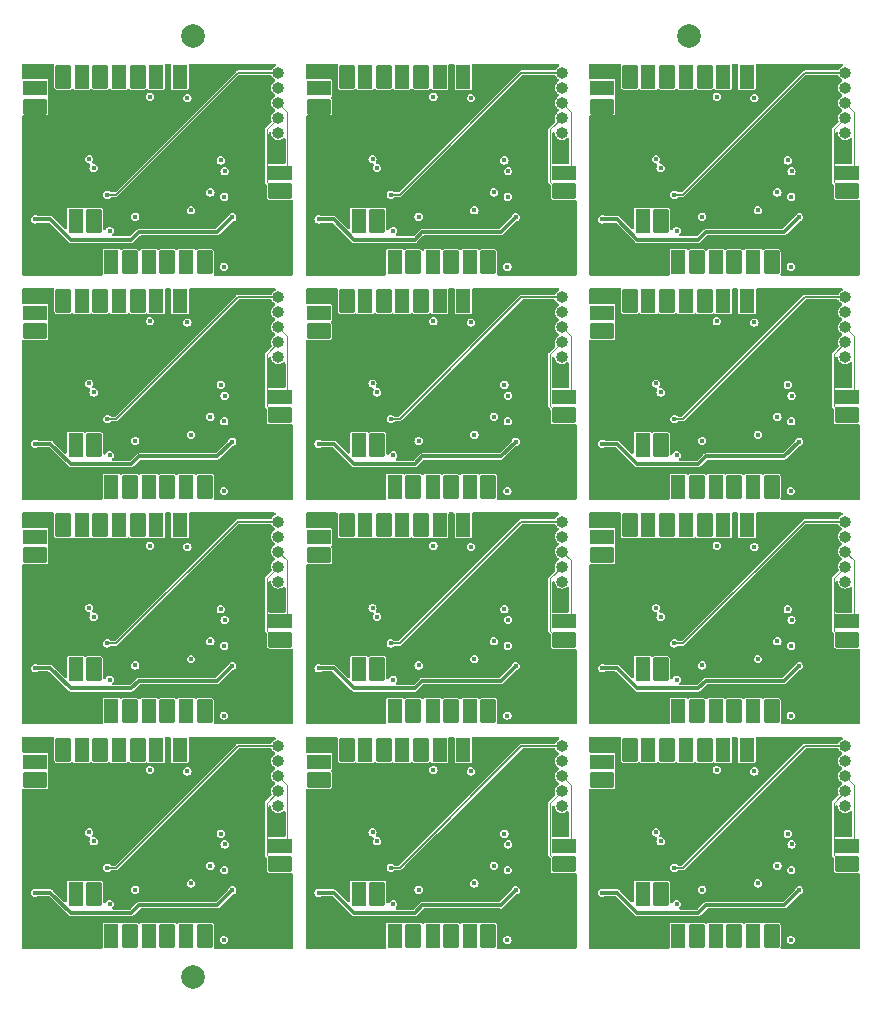
<source format=gbl>
G04 #@! TF.GenerationSoftware,KiCad,Pcbnew,7.0.2-6a45011f42~172~ubuntu22.04.1*
G04 #@! TF.CreationDate,2023-05-22T20:20:29+08:00*
G04 #@! TF.ProjectId,panel_4_3,70616e65-6c5f-4345-9f33-2e6b69636164,rev?*
G04 #@! TF.SameCoordinates,Original*
G04 #@! TF.FileFunction,Copper,L4,Bot*
G04 #@! TF.FilePolarity,Positive*
%FSLAX46Y46*%
G04 Gerber Fmt 4.6, Leading zero omitted, Abs format (unit mm)*
G04 Created by KiCad (PCBNEW 7.0.2-6a45011f42~172~ubuntu22.04.1) date 2023-05-22 20:20:29*
%MOMM*%
%LPD*%
G01*
G04 APERTURE LIST*
G04 Aperture macros list*
%AMRoundRect*
0 Rectangle with rounded corners*
0 $1 Rounding radius*
0 $2 $3 $4 $5 $6 $7 $8 $9 X,Y pos of 4 corners*
0 Add a 4 corners polygon primitive as box body*
4,1,4,$2,$3,$4,$5,$6,$7,$8,$9,$2,$3,0*
0 Add four circle primitives for the rounded corners*
1,1,$1+$1,$2,$3*
1,1,$1+$1,$4,$5*
1,1,$1+$1,$6,$7*
1,1,$1+$1,$8,$9*
0 Add four rect primitives between the rounded corners*
20,1,$1+$1,$2,$3,$4,$5,0*
20,1,$1+$1,$4,$5,$6,$7,0*
20,1,$1+$1,$6,$7,$8,$9,0*
20,1,$1+$1,$8,$9,$2,$3,0*%
G04 Aperture macros list end*
G04 #@! TA.AperFunction,ComponentPad*
%ADD10R,1.300000X2.000000*%
G04 #@! TD*
G04 #@! TA.AperFunction,ComponentPad*
%ADD11RoundRect,0.100000X0.550000X-0.900000X0.550000X0.900000X-0.550000X0.900000X-0.550000X-0.900000X0*%
G04 #@! TD*
G04 #@! TA.AperFunction,ComponentPad*
%ADD12O,1.000000X1.000000*%
G04 #@! TD*
G04 #@! TA.AperFunction,ComponentPad*
%ADD13RoundRect,0.100000X-0.550000X0.900000X-0.550000X-0.900000X0.550000X-0.900000X0.550000X0.900000X0*%
G04 #@! TD*
G04 #@! TA.AperFunction,ComponentPad*
%ADD14R,2.000000X1.300000*%
G04 #@! TD*
G04 #@! TA.AperFunction,ComponentPad*
%ADD15RoundRect,0.100000X-0.900000X-0.550000X0.900000X-0.550000X0.900000X0.550000X-0.900000X0.550000X0*%
G04 #@! TD*
G04 #@! TA.AperFunction,SMDPad,CuDef*
%ADD16C,2.000000*%
G04 #@! TD*
G04 #@! TA.AperFunction,ViaPad*
%ADD17C,0.450000*%
G04 #@! TD*
G04 #@! TA.AperFunction,Conductor*
%ADD18C,0.357600*%
G04 #@! TD*
G04 #@! TA.AperFunction,Conductor*
%ADD19C,0.100000*%
G04 #@! TD*
G04 #@! TA.AperFunction,Conductor*
%ADD20C,0.200000*%
G04 #@! TD*
G04 APERTURE END LIST*
D10*
G04 #@! TO.P,J4,1,Pin_1*
G04 #@! TO.N,Board_6-NS_CMD*
X14415000Y-60540000D03*
D11*
G04 #@! TO.P,J4,2,Pin_2*
G04 #@! TO.N,Board_6-NS_D0*
X15965000Y-60540000D03*
G04 #@! TD*
D10*
G04 #@! TO.P,J7,1,Pin_1*
G04 #@! TO.N,Board_4-DBG_CLK*
X29035000Y-37995000D03*
D11*
G04 #@! TO.P,J7,2,Pin_2*
G04 #@! TO.N,Board_4-DBG_DAT*
X30585000Y-37995000D03*
G04 #@! TD*
D12*
G04 #@! TO.P,J8,1,Pin_1*
G04 #@! TO.N,Board_2-RST*
X70189248Y-6483121D03*
G04 #@! TO.P,J8,2,Pin_2*
G04 #@! TO.N,Board_2-BOOT*
X70189248Y-7753121D03*
G04 #@! TO.P,J8,3,Pin_3*
G04 #@! TO.N,Board_2-D+*
X70189248Y-9023121D03*
G04 #@! TO.P,J8,4,Pin_4*
G04 #@! TO.N,Board_2-D-*
X70189248Y-10293121D03*
G04 #@! TO.P,J8,5,Pin_5*
G04 #@! TO.N,Board_2-+3V3*
X70189248Y-11563121D03*
G04 #@! TO.P,J8,6,Pin_6*
G04 #@! TO.N,Board_2-GND*
X70189248Y-12833121D03*
G04 #@! TD*
G04 #@! TO.P,J8,1,Pin_1*
G04 #@! TO.N,Board_11-RST*
X70189248Y-63483121D03*
G04 #@! TO.P,J8,2,Pin_2*
G04 #@! TO.N,Board_11-BOOT*
X70189248Y-64753121D03*
G04 #@! TO.P,J8,3,Pin_3*
G04 #@! TO.N,Board_11-D+*
X70189248Y-66023121D03*
G04 #@! TO.P,J8,4,Pin_4*
G04 #@! TO.N,Board_11-D-*
X70189248Y-67293121D03*
G04 #@! TO.P,J8,5,Pin_5*
G04 #@! TO.N,Board_11-+3V3*
X70189248Y-68563121D03*
G04 #@! TO.P,J8,6,Pin_6*
G04 #@! TO.N,Board_11-GND*
X70189248Y-69833121D03*
G04 #@! TD*
D10*
G04 #@! TO.P,J10,1,Pin_1*
G04 #@! TO.N,Board_2-NS_8*
X59840000Y-6805000D03*
D13*
G04 #@! TO.P,J10,2,Pin_2*
G04 #@! TO.N,Board_2-NS_9*
X58290000Y-6805000D03*
G04 #@! TD*
D10*
G04 #@! TO.P,J4,1,Pin_1*
G04 #@! TO.N,Board_10-NS_CMD*
X38415000Y-79540000D03*
D11*
G04 #@! TO.P,J4,2,Pin_2*
G04 #@! TO.N,Board_10-NS_D0*
X39965000Y-79540000D03*
G04 #@! TD*
D10*
G04 #@! TO.P,J7,1,Pin_1*
G04 #@! TO.N,Board_9-DBG_CLK*
X5035000Y-75995000D03*
D11*
G04 #@! TO.P,J7,2,Pin_2*
G04 #@! TO.N,Board_9-DBG_DAT*
X6585000Y-75995000D03*
G04 #@! TD*
D12*
G04 #@! TO.P,J8,1,Pin_1*
G04 #@! TO.N,Board_10-RST*
X46189248Y-63483121D03*
G04 #@! TO.P,J8,2,Pin_2*
G04 #@! TO.N,Board_10-BOOT*
X46189248Y-64753121D03*
G04 #@! TO.P,J8,3,Pin_3*
G04 #@! TO.N,Board_10-D+*
X46189248Y-66023121D03*
G04 #@! TO.P,J8,4,Pin_4*
G04 #@! TO.N,Board_10-D-*
X46189248Y-67293121D03*
G04 #@! TO.P,J8,5,Pin_5*
G04 #@! TO.N,Board_10-+3V3*
X46189248Y-68563121D03*
G04 #@! TO.P,J8,6,Pin_6*
G04 #@! TO.N,Board_10-GND*
X46189248Y-69833121D03*
G04 #@! TD*
D14*
G04 #@! TO.P,J2,1,Pin_1*
G04 #@! TO.N,Board_11-NS_CPU_PD*
X49615000Y-64800000D03*
D15*
G04 #@! TO.P,J2,2,Pin_2*
G04 #@! TO.N,Board_11-NS_CPU*
X49615000Y-66350000D03*
G04 #@! TD*
D12*
G04 #@! TO.P,J8,1,Pin_1*
G04 #@! TO.N,Board_7-RST*
X46189248Y-44483121D03*
G04 #@! TO.P,J8,2,Pin_2*
G04 #@! TO.N,Board_7-BOOT*
X46189248Y-45753121D03*
G04 #@! TO.P,J8,3,Pin_3*
G04 #@! TO.N,Board_7-D+*
X46189248Y-47023121D03*
G04 #@! TO.P,J8,4,Pin_4*
G04 #@! TO.N,Board_7-D-*
X46189248Y-48293121D03*
G04 #@! TO.P,J8,5,Pin_5*
G04 #@! TO.N,Board_7-+3V3*
X46189248Y-49563121D03*
G04 #@! TO.P,J8,6,Pin_6*
G04 #@! TO.N,Board_7-GND*
X46189248Y-50833121D03*
G04 #@! TD*
D10*
G04 #@! TO.P,J1,1,Pin_1*
G04 #@! TO.N,Board_8-+3V3*
X61860000Y-44810000D03*
D11*
G04 #@! TO.P,J1,2,Pin_2*
G04 #@! TO.N,Board_8-GND*
X63410000Y-44810000D03*
G04 #@! TD*
D14*
G04 #@! TO.P,J5,1,Pin_1*
G04 #@! TO.N,Board_9-D+*
X22350000Y-71940000D03*
D15*
G04 #@! TO.P,J5,2,Pin_2*
G04 #@! TO.N,Board_9-D-*
X22350000Y-73490000D03*
G04 #@! TD*
D14*
G04 #@! TO.P,J2,1,Pin_1*
G04 #@! TO.N,Board_0-NS_CPU_PD*
X1615000Y-7800000D03*
D15*
G04 #@! TO.P,J2,2,Pin_2*
G04 #@! TO.N,Board_0-NS_CPU*
X1615000Y-9350000D03*
G04 #@! TD*
D10*
G04 #@! TO.P,J7,1,Pin_1*
G04 #@! TO.N,Board_10-DBG_CLK*
X29035000Y-75995000D03*
D11*
G04 #@! TO.P,J7,2,Pin_2*
G04 #@! TO.N,Board_10-DBG_DAT*
X30585000Y-75995000D03*
G04 #@! TD*
D10*
G04 #@! TO.P,J6,1,Pin_1*
G04 #@! TO.N,Board_2-NS_SDA*
X53530000Y-6805000D03*
D13*
G04 #@! TO.P,J6,2,Pin_2*
G04 #@! TO.N,Board_2-NS_SCL*
X51980000Y-6805000D03*
G04 #@! TD*
D10*
G04 #@! TO.P,J11,1,Pin_1*
G04 #@! TO.N,Board_9-NS_19*
X8065000Y-79540000D03*
D11*
G04 #@! TO.P,J11,2,Pin_2*
G04 #@! TO.N,Board_9-NS_20*
X9615000Y-79540000D03*
G04 #@! TD*
D14*
G04 #@! TO.P,J2,1,Pin_1*
G04 #@! TO.N,Board_6-NS_CPU_PD*
X1615000Y-45800000D03*
D15*
G04 #@! TO.P,J2,2,Pin_2*
G04 #@! TO.N,Board_6-NS_CPU*
X1615000Y-47350000D03*
G04 #@! TD*
D10*
G04 #@! TO.P,J10,1,Pin_1*
G04 #@! TO.N,Board_7-NS_8*
X35840000Y-44805000D03*
D13*
G04 #@! TO.P,J10,2,Pin_2*
G04 #@! TO.N,Board_7-NS_9*
X34290000Y-44805000D03*
G04 #@! TD*
D12*
G04 #@! TO.P,J8,1,Pin_1*
G04 #@! TO.N,Board_8-RST*
X70189248Y-44483121D03*
G04 #@! TO.P,J8,2,Pin_2*
G04 #@! TO.N,Board_8-BOOT*
X70189248Y-45753121D03*
G04 #@! TO.P,J8,3,Pin_3*
G04 #@! TO.N,Board_8-D+*
X70189248Y-47023121D03*
G04 #@! TO.P,J8,4,Pin_4*
G04 #@! TO.N,Board_8-D-*
X70189248Y-48293121D03*
G04 #@! TO.P,J8,5,Pin_5*
G04 #@! TO.N,Board_8-+3V3*
X70189248Y-49563121D03*
G04 #@! TO.P,J8,6,Pin_6*
G04 #@! TO.N,Board_8-GND*
X70189248Y-50833121D03*
G04 #@! TD*
D10*
G04 #@! TO.P,J10,1,Pin_1*
G04 #@! TO.N,Board_10-NS_8*
X35840000Y-63805000D03*
D13*
G04 #@! TO.P,J10,2,Pin_2*
G04 #@! TO.N,Board_10-NS_9*
X34290000Y-63805000D03*
G04 #@! TD*
D10*
G04 #@! TO.P,J10,1,Pin_1*
G04 #@! TO.N,Board_6-NS_8*
X11840000Y-44805000D03*
D13*
G04 #@! TO.P,J10,2,Pin_2*
G04 #@! TO.N,Board_6-NS_9*
X10290000Y-44805000D03*
G04 #@! TD*
D10*
G04 #@! TO.P,J6,1,Pin_1*
G04 #@! TO.N,Board_7-NS_SDA*
X29530000Y-44805000D03*
D13*
G04 #@! TO.P,J6,2,Pin_2*
G04 #@! TO.N,Board_7-NS_SCL*
X27980000Y-44805000D03*
G04 #@! TD*
D14*
G04 #@! TO.P,J5,1,Pin_1*
G04 #@! TO.N,Board_0-D+*
X22350000Y-14940000D03*
D15*
G04 #@! TO.P,J5,2,Pin_2*
G04 #@! TO.N,Board_0-D-*
X22350000Y-16490000D03*
G04 #@! TD*
D14*
G04 #@! TO.P,J5,1,Pin_1*
G04 #@! TO.N,Board_6-D+*
X22350000Y-52940000D03*
D15*
G04 #@! TO.P,J5,2,Pin_2*
G04 #@! TO.N,Board_6-D-*
X22350000Y-54490000D03*
G04 #@! TD*
D10*
G04 #@! TO.P,J6,1,Pin_1*
G04 #@! TO.N,Board_8-NS_SDA*
X53530000Y-44805000D03*
D13*
G04 #@! TO.P,J6,2,Pin_2*
G04 #@! TO.N,Board_8-NS_SCL*
X51980000Y-44805000D03*
G04 #@! TD*
D12*
G04 #@! TO.P,J8,1,Pin_1*
G04 #@! TO.N,Board_4-RST*
X46189248Y-25483121D03*
G04 #@! TO.P,J8,2,Pin_2*
G04 #@! TO.N,Board_4-BOOT*
X46189248Y-26753121D03*
G04 #@! TO.P,J8,3,Pin_3*
G04 #@! TO.N,Board_4-D+*
X46189248Y-28023121D03*
G04 #@! TO.P,J8,4,Pin_4*
G04 #@! TO.N,Board_4-D-*
X46189248Y-29293121D03*
G04 #@! TO.P,J8,5,Pin_5*
G04 #@! TO.N,Board_4-+3V3*
X46189248Y-30563121D03*
G04 #@! TO.P,J8,6,Pin_6*
G04 #@! TO.N,Board_4-GND*
X46189248Y-31833121D03*
G04 #@! TD*
D10*
G04 #@! TO.P,J6,1,Pin_1*
G04 #@! TO.N,Board_3-NS_SDA*
X5530000Y-25805000D03*
D13*
G04 #@! TO.P,J6,2,Pin_2*
G04 #@! TO.N,Board_3-NS_SCL*
X3980000Y-25805000D03*
G04 #@! TD*
D14*
G04 #@! TO.P,J5,1,Pin_1*
G04 #@! TO.N,Board_4-D+*
X46350000Y-33940000D03*
D15*
G04 #@! TO.P,J5,2,Pin_2*
G04 #@! TO.N,Board_4-D-*
X46350000Y-35490000D03*
G04 #@! TD*
D10*
G04 #@! TO.P,J1,1,Pin_1*
G04 #@! TO.N,Board_6-+3V3*
X13860000Y-44810000D03*
D11*
G04 #@! TO.P,J1,2,Pin_2*
G04 #@! TO.N,Board_6-GND*
X15410000Y-44810000D03*
G04 #@! TD*
D10*
G04 #@! TO.P,J1,1,Pin_1*
G04 #@! TO.N,Board_5-+3V3*
X61860000Y-25810000D03*
D11*
G04 #@! TO.P,J1,2,Pin_2*
G04 #@! TO.N,Board_5-GND*
X63410000Y-25810000D03*
G04 #@! TD*
D10*
G04 #@! TO.P,J1,1,Pin_1*
G04 #@! TO.N,Board_11-+3V3*
X61860000Y-63810000D03*
D11*
G04 #@! TO.P,J1,2,Pin_2*
G04 #@! TO.N,Board_11-GND*
X63410000Y-63810000D03*
G04 #@! TD*
D10*
G04 #@! TO.P,J10,1,Pin_1*
G04 #@! TO.N,Board_1-NS_8*
X35840000Y-6805000D03*
D13*
G04 #@! TO.P,J10,2,Pin_2*
G04 #@! TO.N,Board_1-NS_9*
X34290000Y-6805000D03*
G04 #@! TD*
D10*
G04 #@! TO.P,J7,1,Pin_1*
G04 #@! TO.N,Board_6-DBG_CLK*
X5035000Y-56995000D03*
D11*
G04 #@! TO.P,J7,2,Pin_2*
G04 #@! TO.N,Board_6-DBG_DAT*
X6585000Y-56995000D03*
G04 #@! TD*
D10*
G04 #@! TO.P,J4,1,Pin_1*
G04 #@! TO.N,Board_9-NS_CMD*
X14415000Y-79540000D03*
D11*
G04 #@! TO.P,J4,2,Pin_2*
G04 #@! TO.N,Board_9-NS_D0*
X15965000Y-79540000D03*
G04 #@! TD*
D10*
G04 #@! TO.P,J10,1,Pin_1*
G04 #@! TO.N,Board_4-NS_8*
X35840000Y-25805000D03*
D13*
G04 #@! TO.P,J10,2,Pin_2*
G04 #@! TO.N,Board_4-NS_9*
X34290000Y-25805000D03*
G04 #@! TD*
D10*
G04 #@! TO.P,J7,1,Pin_1*
G04 #@! TO.N,Board_7-DBG_CLK*
X29035000Y-56995000D03*
D11*
G04 #@! TO.P,J7,2,Pin_2*
G04 #@! TO.N,Board_7-DBG_DAT*
X30585000Y-56995000D03*
G04 #@! TD*
D10*
G04 #@! TO.P,J3,1,Pin_1*
G04 #@! TO.N,Board_5-NS_RST*
X59255000Y-41540000D03*
D11*
G04 #@! TO.P,J3,2,Pin_2*
G04 #@! TO.N,Board_5-NS_CLK*
X60805000Y-41540000D03*
G04 #@! TD*
D14*
G04 #@! TO.P,J2,1,Pin_1*
G04 #@! TO.N,Board_1-NS_CPU_PD*
X25615000Y-7800000D03*
D15*
G04 #@! TO.P,J2,2,Pin_2*
G04 #@! TO.N,Board_1-NS_CPU*
X25615000Y-9350000D03*
G04 #@! TD*
D10*
G04 #@! TO.P,J4,1,Pin_1*
G04 #@! TO.N,Board_1-NS_CMD*
X38415000Y-22540000D03*
D11*
G04 #@! TO.P,J4,2,Pin_2*
G04 #@! TO.N,Board_1-NS_D0*
X39965000Y-22540000D03*
G04 #@! TD*
D10*
G04 #@! TO.P,J4,1,Pin_1*
G04 #@! TO.N,Board_4-NS_CMD*
X38415000Y-41540000D03*
D11*
G04 #@! TO.P,J4,2,Pin_2*
G04 #@! TO.N,Board_4-NS_D0*
X39965000Y-41540000D03*
G04 #@! TD*
D10*
G04 #@! TO.P,J6,1,Pin_1*
G04 #@! TO.N,Board_11-NS_SDA*
X53530000Y-63805000D03*
D13*
G04 #@! TO.P,J6,2,Pin_2*
G04 #@! TO.N,Board_11-NS_SCL*
X51980000Y-63805000D03*
G04 #@! TD*
D10*
G04 #@! TO.P,J10,1,Pin_1*
G04 #@! TO.N,Board_3-NS_8*
X11840000Y-25805000D03*
D13*
G04 #@! TO.P,J10,2,Pin_2*
G04 #@! TO.N,Board_3-NS_9*
X10290000Y-25805000D03*
G04 #@! TD*
D10*
G04 #@! TO.P,J11,1,Pin_1*
G04 #@! TO.N,Board_1-NS_19*
X32065000Y-22540000D03*
D11*
G04 #@! TO.P,J11,2,Pin_2*
G04 #@! TO.N,Board_1-NS_20*
X33615000Y-22540000D03*
G04 #@! TD*
D14*
G04 #@! TO.P,J5,1,Pin_1*
G04 #@! TO.N,Board_2-D+*
X70350000Y-14940000D03*
D15*
G04 #@! TO.P,J5,2,Pin_2*
G04 #@! TO.N,Board_2-D-*
X70350000Y-16490000D03*
G04 #@! TD*
D10*
G04 #@! TO.P,J9,1,Pin_1*
G04 #@! TO.N,Board_9-NS_10*
X8675001Y-63805000D03*
D13*
G04 #@! TO.P,J9,2,Pin_2*
G04 #@! TO.N,Board_9-NS_11*
X7125001Y-63805000D03*
G04 #@! TD*
D12*
G04 #@! TO.P,J8,1,Pin_1*
G04 #@! TO.N,Board_0-RST*
X22189248Y-6483121D03*
G04 #@! TO.P,J8,2,Pin_2*
G04 #@! TO.N,Board_0-BOOT*
X22189248Y-7753121D03*
G04 #@! TO.P,J8,3,Pin_3*
G04 #@! TO.N,Board_0-D+*
X22189248Y-9023121D03*
G04 #@! TO.P,J8,4,Pin_4*
G04 #@! TO.N,Board_0-D-*
X22189248Y-10293121D03*
G04 #@! TO.P,J8,5,Pin_5*
G04 #@! TO.N,Board_0-+3V3*
X22189248Y-11563121D03*
G04 #@! TO.P,J8,6,Pin_6*
G04 #@! TO.N,Board_0-GND*
X22189248Y-12833121D03*
G04 #@! TD*
D10*
G04 #@! TO.P,J7,1,Pin_1*
G04 #@! TO.N,Board_8-DBG_CLK*
X53035000Y-56995000D03*
D11*
G04 #@! TO.P,J7,2,Pin_2*
G04 #@! TO.N,Board_8-DBG_DAT*
X54585000Y-56995000D03*
G04 #@! TD*
D14*
G04 #@! TO.P,J2,1,Pin_1*
G04 #@! TO.N,Board_8-NS_CPU_PD*
X49615000Y-45800000D03*
D15*
G04 #@! TO.P,J2,2,Pin_2*
G04 #@! TO.N,Board_8-NS_CPU*
X49615000Y-47350000D03*
G04 #@! TD*
D10*
G04 #@! TO.P,J9,1,Pin_1*
G04 #@! TO.N,Board_2-NS_10*
X56675001Y-6805000D03*
D13*
G04 #@! TO.P,J9,2,Pin_2*
G04 #@! TO.N,Board_2-NS_11*
X55125001Y-6805000D03*
G04 #@! TD*
D10*
G04 #@! TO.P,J3,1,Pin_1*
G04 #@! TO.N,Board_9-NS_RST*
X11255000Y-79540000D03*
D11*
G04 #@! TO.P,J3,2,Pin_2*
G04 #@! TO.N,Board_9-NS_CLK*
X12805000Y-79540000D03*
G04 #@! TD*
D12*
G04 #@! TO.P,J8,1,Pin_1*
G04 #@! TO.N,Board_5-RST*
X70189248Y-25483121D03*
G04 #@! TO.P,J8,2,Pin_2*
G04 #@! TO.N,Board_5-BOOT*
X70189248Y-26753121D03*
G04 #@! TO.P,J8,3,Pin_3*
G04 #@! TO.N,Board_5-D+*
X70189248Y-28023121D03*
G04 #@! TO.P,J8,4,Pin_4*
G04 #@! TO.N,Board_5-D-*
X70189248Y-29293121D03*
G04 #@! TO.P,J8,5,Pin_5*
G04 #@! TO.N,Board_5-+3V3*
X70189248Y-30563121D03*
G04 #@! TO.P,J8,6,Pin_6*
G04 #@! TO.N,Board_5-GND*
X70189248Y-31833121D03*
G04 #@! TD*
D10*
G04 #@! TO.P,J9,1,Pin_1*
G04 #@! TO.N,Board_7-NS_10*
X32675001Y-44805000D03*
D13*
G04 #@! TO.P,J9,2,Pin_2*
G04 #@! TO.N,Board_7-NS_11*
X31125001Y-44805000D03*
G04 #@! TD*
D10*
G04 #@! TO.P,J3,1,Pin_1*
G04 #@! TO.N,Board_0-NS_RST*
X11255000Y-22540000D03*
D11*
G04 #@! TO.P,J3,2,Pin_2*
G04 #@! TO.N,Board_0-NS_CLK*
X12805000Y-22540000D03*
G04 #@! TD*
D10*
G04 #@! TO.P,J3,1,Pin_1*
G04 #@! TO.N,Board_10-NS_RST*
X35255000Y-79540000D03*
D11*
G04 #@! TO.P,J3,2,Pin_2*
G04 #@! TO.N,Board_10-NS_CLK*
X36805000Y-79540000D03*
G04 #@! TD*
D10*
G04 #@! TO.P,J3,1,Pin_1*
G04 #@! TO.N,Board_3-NS_RST*
X11255000Y-41540000D03*
D11*
G04 #@! TO.P,J3,2,Pin_2*
G04 #@! TO.N,Board_3-NS_CLK*
X12805000Y-41540000D03*
G04 #@! TD*
D10*
G04 #@! TO.P,J7,1,Pin_1*
G04 #@! TO.N,Board_11-DBG_CLK*
X53035000Y-75995000D03*
D11*
G04 #@! TO.P,J7,2,Pin_2*
G04 #@! TO.N,Board_11-DBG_DAT*
X54585000Y-75995000D03*
G04 #@! TD*
D10*
G04 #@! TO.P,J7,1,Pin_1*
G04 #@! TO.N,Board_5-DBG_CLK*
X53035000Y-37995000D03*
D11*
G04 #@! TO.P,J7,2,Pin_2*
G04 #@! TO.N,Board_5-DBG_DAT*
X54585000Y-37995000D03*
G04 #@! TD*
D10*
G04 #@! TO.P,J4,1,Pin_1*
G04 #@! TO.N,Board_7-NS_CMD*
X38415000Y-60540000D03*
D11*
G04 #@! TO.P,J4,2,Pin_2*
G04 #@! TO.N,Board_7-NS_D0*
X39965000Y-60540000D03*
G04 #@! TD*
D14*
G04 #@! TO.P,J5,1,Pin_1*
G04 #@! TO.N,Board_5-D+*
X70350000Y-33940000D03*
D15*
G04 #@! TO.P,J5,2,Pin_2*
G04 #@! TO.N,Board_5-D-*
X70350000Y-35490000D03*
G04 #@! TD*
D10*
G04 #@! TO.P,J1,1,Pin_1*
G04 #@! TO.N,Board_9-+3V3*
X13860000Y-63810000D03*
D11*
G04 #@! TO.P,J1,2,Pin_2*
G04 #@! TO.N,Board_9-GND*
X15410000Y-63810000D03*
G04 #@! TD*
D10*
G04 #@! TO.P,J7,1,Pin_1*
G04 #@! TO.N,Board_0-DBG_CLK*
X5035000Y-18995000D03*
D11*
G04 #@! TO.P,J7,2,Pin_2*
G04 #@! TO.N,Board_0-DBG_DAT*
X6585000Y-18995000D03*
G04 #@! TD*
D14*
G04 #@! TO.P,J2,1,Pin_1*
G04 #@! TO.N,Board_10-NS_CPU_PD*
X25615000Y-64800000D03*
D15*
G04 #@! TO.P,J2,2,Pin_2*
G04 #@! TO.N,Board_10-NS_CPU*
X25615000Y-66350000D03*
G04 #@! TD*
D10*
G04 #@! TO.P,J10,1,Pin_1*
G04 #@! TO.N,Board_5-NS_8*
X59840000Y-25805000D03*
D13*
G04 #@! TO.P,J10,2,Pin_2*
G04 #@! TO.N,Board_5-NS_9*
X58290000Y-25805000D03*
G04 #@! TD*
D10*
G04 #@! TO.P,J11,1,Pin_1*
G04 #@! TO.N,Board_11-NS_19*
X56065000Y-79540000D03*
D11*
G04 #@! TO.P,J11,2,Pin_2*
G04 #@! TO.N,Board_11-NS_20*
X57615000Y-79540000D03*
G04 #@! TD*
D14*
G04 #@! TO.P,J2,1,Pin_1*
G04 #@! TO.N,Board_2-NS_CPU_PD*
X49615000Y-7800000D03*
D15*
G04 #@! TO.P,J2,2,Pin_2*
G04 #@! TO.N,Board_2-NS_CPU*
X49615000Y-9350000D03*
G04 #@! TD*
D12*
G04 #@! TO.P,J8,1,Pin_1*
G04 #@! TO.N,Board_1-RST*
X46189248Y-6483121D03*
G04 #@! TO.P,J8,2,Pin_2*
G04 #@! TO.N,Board_1-BOOT*
X46189248Y-7753121D03*
G04 #@! TO.P,J8,3,Pin_3*
G04 #@! TO.N,Board_1-D+*
X46189248Y-9023121D03*
G04 #@! TO.P,J8,4,Pin_4*
G04 #@! TO.N,Board_1-D-*
X46189248Y-10293121D03*
G04 #@! TO.P,J8,5,Pin_5*
G04 #@! TO.N,Board_1-+3V3*
X46189248Y-11563121D03*
G04 #@! TO.P,J8,6,Pin_6*
G04 #@! TO.N,Board_1-GND*
X46189248Y-12833121D03*
G04 #@! TD*
D14*
G04 #@! TO.P,J5,1,Pin_1*
G04 #@! TO.N,Board_7-D+*
X46350000Y-52940000D03*
D15*
G04 #@! TO.P,J5,2,Pin_2*
G04 #@! TO.N,Board_7-D-*
X46350000Y-54490000D03*
G04 #@! TD*
D10*
G04 #@! TO.P,J3,1,Pin_1*
G04 #@! TO.N,Board_1-NS_RST*
X35255000Y-22540000D03*
D11*
G04 #@! TO.P,J3,2,Pin_2*
G04 #@! TO.N,Board_1-NS_CLK*
X36805000Y-22540000D03*
G04 #@! TD*
D10*
G04 #@! TO.P,J4,1,Pin_1*
G04 #@! TO.N,Board_5-NS_CMD*
X62415000Y-41540000D03*
D11*
G04 #@! TO.P,J4,2,Pin_2*
G04 #@! TO.N,Board_5-NS_D0*
X63965000Y-41540000D03*
G04 #@! TD*
D10*
G04 #@! TO.P,J1,1,Pin_1*
G04 #@! TO.N,Board_3-+3V3*
X13860000Y-25810000D03*
D11*
G04 #@! TO.P,J1,2,Pin_2*
G04 #@! TO.N,Board_3-GND*
X15410000Y-25810000D03*
G04 #@! TD*
D10*
G04 #@! TO.P,J3,1,Pin_1*
G04 #@! TO.N,Board_8-NS_RST*
X59255000Y-60540000D03*
D11*
G04 #@! TO.P,J3,2,Pin_2*
G04 #@! TO.N,Board_8-NS_CLK*
X60805000Y-60540000D03*
G04 #@! TD*
D14*
G04 #@! TO.P,J5,1,Pin_1*
G04 #@! TO.N,Board_11-D+*
X70350000Y-71940000D03*
D15*
G04 #@! TO.P,J5,2,Pin_2*
G04 #@! TO.N,Board_11-D-*
X70350000Y-73490000D03*
G04 #@! TD*
D14*
G04 #@! TO.P,J5,1,Pin_1*
G04 #@! TO.N,Board_8-D+*
X70350000Y-52940000D03*
D15*
G04 #@! TO.P,J5,2,Pin_2*
G04 #@! TO.N,Board_8-D-*
X70350000Y-54490000D03*
G04 #@! TD*
D10*
G04 #@! TO.P,J6,1,Pin_1*
G04 #@! TO.N,Board_5-NS_SDA*
X53530000Y-25805000D03*
D13*
G04 #@! TO.P,J6,2,Pin_2*
G04 #@! TO.N,Board_5-NS_SCL*
X51980000Y-25805000D03*
G04 #@! TD*
D10*
G04 #@! TO.P,J6,1,Pin_1*
G04 #@! TO.N,Board_1-NS_SDA*
X29530000Y-6805000D03*
D13*
G04 #@! TO.P,J6,2,Pin_2*
G04 #@! TO.N,Board_1-NS_SCL*
X27980000Y-6805000D03*
G04 #@! TD*
D10*
G04 #@! TO.P,J1,1,Pin_1*
G04 #@! TO.N,Board_4-+3V3*
X37860000Y-25810000D03*
D11*
G04 #@! TO.P,J1,2,Pin_2*
G04 #@! TO.N,Board_4-GND*
X39410000Y-25810000D03*
G04 #@! TD*
D10*
G04 #@! TO.P,J3,1,Pin_1*
G04 #@! TO.N,Board_11-NS_RST*
X59255000Y-79540000D03*
D11*
G04 #@! TO.P,J3,2,Pin_2*
G04 #@! TO.N,Board_11-NS_CLK*
X60805000Y-79540000D03*
G04 #@! TD*
D10*
G04 #@! TO.P,J3,1,Pin_1*
G04 #@! TO.N,Board_7-NS_RST*
X35255000Y-60540000D03*
D11*
G04 #@! TO.P,J3,2,Pin_2*
G04 #@! TO.N,Board_7-NS_CLK*
X36805000Y-60540000D03*
G04 #@! TD*
D14*
G04 #@! TO.P,J2,1,Pin_1*
G04 #@! TO.N,Board_4-NS_CPU_PD*
X25615000Y-26800000D03*
D15*
G04 #@! TO.P,J2,2,Pin_2*
G04 #@! TO.N,Board_4-NS_CPU*
X25615000Y-28350000D03*
G04 #@! TD*
D10*
G04 #@! TO.P,J9,1,Pin_1*
G04 #@! TO.N,Board_11-NS_10*
X56675001Y-63805000D03*
D13*
G04 #@! TO.P,J9,2,Pin_2*
G04 #@! TO.N,Board_11-NS_11*
X55125001Y-63805000D03*
G04 #@! TD*
D14*
G04 #@! TO.P,J2,1,Pin_1*
G04 #@! TO.N,Board_9-NS_CPU_PD*
X1615000Y-64800000D03*
D15*
G04 #@! TO.P,J2,2,Pin_2*
G04 #@! TO.N,Board_9-NS_CPU*
X1615000Y-66350000D03*
G04 #@! TD*
D12*
G04 #@! TO.P,J8,1,Pin_1*
G04 #@! TO.N,Board_3-RST*
X22189248Y-25483121D03*
G04 #@! TO.P,J8,2,Pin_2*
G04 #@! TO.N,Board_3-BOOT*
X22189248Y-26753121D03*
G04 #@! TO.P,J8,3,Pin_3*
G04 #@! TO.N,Board_3-D+*
X22189248Y-28023121D03*
G04 #@! TO.P,J8,4,Pin_4*
G04 #@! TO.N,Board_3-D-*
X22189248Y-29293121D03*
G04 #@! TO.P,J8,5,Pin_5*
G04 #@! TO.N,Board_3-+3V3*
X22189248Y-30563121D03*
G04 #@! TO.P,J8,6,Pin_6*
G04 #@! TO.N,Board_3-GND*
X22189248Y-31833121D03*
G04 #@! TD*
D10*
G04 #@! TO.P,J1,1,Pin_1*
G04 #@! TO.N,Board_7-+3V3*
X37860000Y-44810000D03*
D11*
G04 #@! TO.P,J1,2,Pin_2*
G04 #@! TO.N,Board_7-GND*
X39410000Y-44810000D03*
G04 #@! TD*
D10*
G04 #@! TO.P,J1,1,Pin_1*
G04 #@! TO.N,Board_2-+3V3*
X61860000Y-6810000D03*
D11*
G04 #@! TO.P,J1,2,Pin_2*
G04 #@! TO.N,Board_2-GND*
X63410000Y-6810000D03*
G04 #@! TD*
D14*
G04 #@! TO.P,J5,1,Pin_1*
G04 #@! TO.N,Board_10-D+*
X46350000Y-71940000D03*
D15*
G04 #@! TO.P,J5,2,Pin_2*
G04 #@! TO.N,Board_10-D-*
X46350000Y-73490000D03*
G04 #@! TD*
D10*
G04 #@! TO.P,J11,1,Pin_1*
G04 #@! TO.N,Board_3-NS_19*
X8065000Y-41540000D03*
D11*
G04 #@! TO.P,J11,2,Pin_2*
G04 #@! TO.N,Board_3-NS_20*
X9615000Y-41540000D03*
G04 #@! TD*
D10*
G04 #@! TO.P,J3,1,Pin_1*
G04 #@! TO.N,Board_6-NS_RST*
X11255000Y-60540000D03*
D11*
G04 #@! TO.P,J3,2,Pin_2*
G04 #@! TO.N,Board_6-NS_CLK*
X12805000Y-60540000D03*
G04 #@! TD*
D10*
G04 #@! TO.P,J11,1,Pin_1*
G04 #@! TO.N,Board_8-NS_19*
X56065000Y-60540000D03*
D11*
G04 #@! TO.P,J11,2,Pin_2*
G04 #@! TO.N,Board_8-NS_20*
X57615000Y-60540000D03*
G04 #@! TD*
D10*
G04 #@! TO.P,J6,1,Pin_1*
G04 #@! TO.N,Board_6-NS_SDA*
X5530000Y-44805000D03*
D13*
G04 #@! TO.P,J6,2,Pin_2*
G04 #@! TO.N,Board_6-NS_SCL*
X3980000Y-44805000D03*
G04 #@! TD*
D10*
G04 #@! TO.P,J9,1,Pin_1*
G04 #@! TO.N,Board_8-NS_10*
X56675001Y-44805000D03*
D13*
G04 #@! TO.P,J9,2,Pin_2*
G04 #@! TO.N,Board_8-NS_11*
X55125001Y-44805000D03*
G04 #@! TD*
D10*
G04 #@! TO.P,J10,1,Pin_1*
G04 #@! TO.N,Board_8-NS_8*
X59840000Y-44805000D03*
D13*
G04 #@! TO.P,J10,2,Pin_2*
G04 #@! TO.N,Board_8-NS_9*
X58290000Y-44805000D03*
G04 #@! TD*
D10*
G04 #@! TO.P,J6,1,Pin_1*
G04 #@! TO.N,Board_4-NS_SDA*
X29530000Y-25805000D03*
D13*
G04 #@! TO.P,J6,2,Pin_2*
G04 #@! TO.N,Board_4-NS_SCL*
X27980000Y-25805000D03*
G04 #@! TD*
D10*
G04 #@! TO.P,J11,1,Pin_1*
G04 #@! TO.N,Board_10-NS_19*
X32065000Y-79540000D03*
D11*
G04 #@! TO.P,J11,2,Pin_2*
G04 #@! TO.N,Board_10-NS_20*
X33615000Y-79540000D03*
G04 #@! TD*
D14*
G04 #@! TO.P,J5,1,Pin_1*
G04 #@! TO.N,Board_1-D+*
X46350000Y-14940000D03*
D15*
G04 #@! TO.P,J5,2,Pin_2*
G04 #@! TO.N,Board_1-D-*
X46350000Y-16490000D03*
G04 #@! TD*
D10*
G04 #@! TO.P,J9,1,Pin_1*
G04 #@! TO.N,Board_1-NS_10*
X32675001Y-6805000D03*
D13*
G04 #@! TO.P,J9,2,Pin_2*
G04 #@! TO.N,Board_1-NS_11*
X31125001Y-6805000D03*
G04 #@! TD*
D10*
G04 #@! TO.P,J4,1,Pin_1*
G04 #@! TO.N,Board_0-NS_CMD*
X14415000Y-22540000D03*
D11*
G04 #@! TO.P,J4,2,Pin_2*
G04 #@! TO.N,Board_0-NS_D0*
X15965000Y-22540000D03*
G04 #@! TD*
D14*
G04 #@! TO.P,J5,1,Pin_1*
G04 #@! TO.N,Board_3-D+*
X22350000Y-33940000D03*
D15*
G04 #@! TO.P,J5,2,Pin_2*
G04 #@! TO.N,Board_3-D-*
X22350000Y-35490000D03*
G04 #@! TD*
D10*
G04 #@! TO.P,J10,1,Pin_1*
G04 #@! TO.N,Board_0-NS_8*
X11840000Y-6805000D03*
D13*
G04 #@! TO.P,J10,2,Pin_2*
G04 #@! TO.N,Board_0-NS_9*
X10290000Y-6805000D03*
G04 #@! TD*
D10*
G04 #@! TO.P,J7,1,Pin_1*
G04 #@! TO.N,Board_3-DBG_CLK*
X5035000Y-37995000D03*
D11*
G04 #@! TO.P,J7,2,Pin_2*
G04 #@! TO.N,Board_3-DBG_DAT*
X6585000Y-37995000D03*
G04 #@! TD*
D10*
G04 #@! TO.P,J11,1,Pin_1*
G04 #@! TO.N,Board_2-NS_19*
X56065000Y-22540000D03*
D11*
G04 #@! TO.P,J11,2,Pin_2*
G04 #@! TO.N,Board_2-NS_20*
X57615000Y-22540000D03*
G04 #@! TD*
D12*
G04 #@! TO.P,J8,1,Pin_1*
G04 #@! TO.N,Board_6-RST*
X22189248Y-44483121D03*
G04 #@! TO.P,J8,2,Pin_2*
G04 #@! TO.N,Board_6-BOOT*
X22189248Y-45753121D03*
G04 #@! TO.P,J8,3,Pin_3*
G04 #@! TO.N,Board_6-D+*
X22189248Y-47023121D03*
G04 #@! TO.P,J8,4,Pin_4*
G04 #@! TO.N,Board_6-D-*
X22189248Y-48293121D03*
G04 #@! TO.P,J8,5,Pin_5*
G04 #@! TO.N,Board_6-+3V3*
X22189248Y-49563121D03*
G04 #@! TO.P,J8,6,Pin_6*
G04 #@! TO.N,Board_6-GND*
X22189248Y-50833121D03*
G04 #@! TD*
D10*
G04 #@! TO.P,J3,1,Pin_1*
G04 #@! TO.N,Board_2-NS_RST*
X59255000Y-22540000D03*
D11*
G04 #@! TO.P,J3,2,Pin_2*
G04 #@! TO.N,Board_2-NS_CLK*
X60805000Y-22540000D03*
G04 #@! TD*
D10*
G04 #@! TO.P,J6,1,Pin_1*
G04 #@! TO.N,Board_10-NS_SDA*
X29530000Y-63805000D03*
D13*
G04 #@! TO.P,J6,2,Pin_2*
G04 #@! TO.N,Board_10-NS_SCL*
X27980000Y-63805000D03*
G04 #@! TD*
D14*
G04 #@! TO.P,J2,1,Pin_1*
G04 #@! TO.N,Board_3-NS_CPU_PD*
X1615000Y-26800000D03*
D15*
G04 #@! TO.P,J2,2,Pin_2*
G04 #@! TO.N,Board_3-NS_CPU*
X1615000Y-28350000D03*
G04 #@! TD*
D10*
G04 #@! TO.P,J1,1,Pin_1*
G04 #@! TO.N,Board_10-+3V3*
X37860000Y-63810000D03*
D11*
G04 #@! TO.P,J1,2,Pin_2*
G04 #@! TO.N,Board_10-GND*
X39410000Y-63810000D03*
G04 #@! TD*
D10*
G04 #@! TO.P,J9,1,Pin_1*
G04 #@! TO.N,Board_3-NS_10*
X8675001Y-25805000D03*
D13*
G04 #@! TO.P,J9,2,Pin_2*
G04 #@! TO.N,Board_3-NS_11*
X7125001Y-25805000D03*
G04 #@! TD*
D10*
G04 #@! TO.P,J7,1,Pin_1*
G04 #@! TO.N,Board_1-DBG_CLK*
X29035000Y-18995000D03*
D11*
G04 #@! TO.P,J7,2,Pin_2*
G04 #@! TO.N,Board_1-DBG_DAT*
X30585000Y-18995000D03*
G04 #@! TD*
D10*
G04 #@! TO.P,J10,1,Pin_1*
G04 #@! TO.N,Board_9-NS_8*
X11840000Y-63805000D03*
D13*
G04 #@! TO.P,J10,2,Pin_2*
G04 #@! TO.N,Board_9-NS_9*
X10290000Y-63805000D03*
G04 #@! TD*
D10*
G04 #@! TO.P,J4,1,Pin_1*
G04 #@! TO.N,Board_8-NS_CMD*
X62415000Y-60540000D03*
D11*
G04 #@! TO.P,J4,2,Pin_2*
G04 #@! TO.N,Board_8-NS_D0*
X63965000Y-60540000D03*
G04 #@! TD*
D10*
G04 #@! TO.P,J9,1,Pin_1*
G04 #@! TO.N,Board_5-NS_10*
X56675001Y-25805000D03*
D13*
G04 #@! TO.P,J9,2,Pin_2*
G04 #@! TO.N,Board_5-NS_11*
X55125001Y-25805000D03*
G04 #@! TD*
D10*
G04 #@! TO.P,J4,1,Pin_1*
G04 #@! TO.N,Board_3-NS_CMD*
X14415000Y-41540000D03*
D11*
G04 #@! TO.P,J4,2,Pin_2*
G04 #@! TO.N,Board_3-NS_D0*
X15965000Y-41540000D03*
G04 #@! TD*
D10*
G04 #@! TO.P,J11,1,Pin_1*
G04 #@! TO.N,Board_7-NS_19*
X32065000Y-60540000D03*
D11*
G04 #@! TO.P,J11,2,Pin_2*
G04 #@! TO.N,Board_7-NS_20*
X33615000Y-60540000D03*
G04 #@! TD*
D10*
G04 #@! TO.P,J11,1,Pin_1*
G04 #@! TO.N,Board_0-NS_19*
X8065000Y-22540000D03*
D11*
G04 #@! TO.P,J11,2,Pin_2*
G04 #@! TO.N,Board_0-NS_20*
X9615000Y-22540000D03*
G04 #@! TD*
D10*
G04 #@! TO.P,J9,1,Pin_1*
G04 #@! TO.N,Board_4-NS_10*
X32675001Y-25805000D03*
D13*
G04 #@! TO.P,J9,2,Pin_2*
G04 #@! TO.N,Board_4-NS_11*
X31125001Y-25805000D03*
G04 #@! TD*
D10*
G04 #@! TO.P,J9,1,Pin_1*
G04 #@! TO.N,Board_0-NS_10*
X8675001Y-6805000D03*
D13*
G04 #@! TO.P,J9,2,Pin_2*
G04 #@! TO.N,Board_0-NS_11*
X7125001Y-6805000D03*
G04 #@! TD*
D10*
G04 #@! TO.P,J4,1,Pin_1*
G04 #@! TO.N,Board_11-NS_CMD*
X62415000Y-79540000D03*
D11*
G04 #@! TO.P,J4,2,Pin_2*
G04 #@! TO.N,Board_11-NS_D0*
X63965000Y-79540000D03*
G04 #@! TD*
D10*
G04 #@! TO.P,J11,1,Pin_1*
G04 #@! TO.N,Board_6-NS_19*
X8065000Y-60540000D03*
D11*
G04 #@! TO.P,J11,2,Pin_2*
G04 #@! TO.N,Board_6-NS_20*
X9615000Y-60540000D03*
G04 #@! TD*
D10*
G04 #@! TO.P,J6,1,Pin_1*
G04 #@! TO.N,Board_0-NS_SDA*
X5530000Y-6805000D03*
D13*
G04 #@! TO.P,J6,2,Pin_2*
G04 #@! TO.N,Board_0-NS_SCL*
X3980000Y-6805000D03*
G04 #@! TD*
D10*
G04 #@! TO.P,J9,1,Pin_1*
G04 #@! TO.N,Board_10-NS_10*
X32675001Y-63805000D03*
D13*
G04 #@! TO.P,J9,2,Pin_2*
G04 #@! TO.N,Board_10-NS_11*
X31125001Y-63805000D03*
G04 #@! TD*
D14*
G04 #@! TO.P,J2,1,Pin_1*
G04 #@! TO.N,Board_5-NS_CPU_PD*
X49615000Y-26800000D03*
D15*
G04 #@! TO.P,J2,2,Pin_2*
G04 #@! TO.N,Board_5-NS_CPU*
X49615000Y-28350000D03*
G04 #@! TD*
D10*
G04 #@! TO.P,J1,1,Pin_1*
G04 #@! TO.N,Board_0-+3V3*
X13860000Y-6810000D03*
D11*
G04 #@! TO.P,J1,2,Pin_2*
G04 #@! TO.N,Board_0-GND*
X15410000Y-6810000D03*
G04 #@! TD*
D10*
G04 #@! TO.P,J11,1,Pin_1*
G04 #@! TO.N,Board_4-NS_19*
X32065000Y-41540000D03*
D11*
G04 #@! TO.P,J11,2,Pin_2*
G04 #@! TO.N,Board_4-NS_20*
X33615000Y-41540000D03*
G04 #@! TD*
D10*
G04 #@! TO.P,J4,1,Pin_1*
G04 #@! TO.N,Board_2-NS_CMD*
X62415000Y-22540000D03*
D11*
G04 #@! TO.P,J4,2,Pin_2*
G04 #@! TO.N,Board_2-NS_D0*
X63965000Y-22540000D03*
G04 #@! TD*
D10*
G04 #@! TO.P,J10,1,Pin_1*
G04 #@! TO.N,Board_11-NS_8*
X59840000Y-63805000D03*
D13*
G04 #@! TO.P,J10,2,Pin_2*
G04 #@! TO.N,Board_11-NS_9*
X58290000Y-63805000D03*
G04 #@! TD*
D10*
G04 #@! TO.P,J9,1,Pin_1*
G04 #@! TO.N,Board_6-NS_10*
X8675001Y-44805000D03*
D13*
G04 #@! TO.P,J9,2,Pin_2*
G04 #@! TO.N,Board_6-NS_11*
X7125001Y-44805000D03*
G04 #@! TD*
D10*
G04 #@! TO.P,J1,1,Pin_1*
G04 #@! TO.N,Board_1-+3V3*
X37860000Y-6810000D03*
D11*
G04 #@! TO.P,J1,2,Pin_2*
G04 #@! TO.N,Board_1-GND*
X39410000Y-6810000D03*
G04 #@! TD*
D10*
G04 #@! TO.P,J6,1,Pin_1*
G04 #@! TO.N,Board_9-NS_SDA*
X5530000Y-63805000D03*
D13*
G04 #@! TO.P,J6,2,Pin_2*
G04 #@! TO.N,Board_9-NS_SCL*
X3980000Y-63805000D03*
G04 #@! TD*
D10*
G04 #@! TO.P,J7,1,Pin_1*
G04 #@! TO.N,Board_2-DBG_CLK*
X53035000Y-18995000D03*
D11*
G04 #@! TO.P,J7,2,Pin_2*
G04 #@! TO.N,Board_2-DBG_DAT*
X54585000Y-18995000D03*
G04 #@! TD*
D14*
G04 #@! TO.P,J2,1,Pin_1*
G04 #@! TO.N,Board_7-NS_CPU_PD*
X25615000Y-45800000D03*
D15*
G04 #@! TO.P,J2,2,Pin_2*
G04 #@! TO.N,Board_7-NS_CPU*
X25615000Y-47350000D03*
G04 #@! TD*
D12*
G04 #@! TO.P,J8,1,Pin_1*
G04 #@! TO.N,Board_9-RST*
X22189248Y-63483121D03*
G04 #@! TO.P,J8,2,Pin_2*
G04 #@! TO.N,Board_9-BOOT*
X22189248Y-64753121D03*
G04 #@! TO.P,J8,3,Pin_3*
G04 #@! TO.N,Board_9-D+*
X22189248Y-66023121D03*
G04 #@! TO.P,J8,4,Pin_4*
G04 #@! TO.N,Board_9-D-*
X22189248Y-67293121D03*
G04 #@! TO.P,J8,5,Pin_5*
G04 #@! TO.N,Board_9-+3V3*
X22189248Y-68563121D03*
G04 #@! TO.P,J8,6,Pin_6*
G04 #@! TO.N,Board_9-GND*
X22189248Y-69833121D03*
G04 #@! TD*
D10*
G04 #@! TO.P,J3,1,Pin_1*
G04 #@! TO.N,Board_4-NS_RST*
X35255000Y-41540000D03*
D11*
G04 #@! TO.P,J3,2,Pin_2*
G04 #@! TO.N,Board_4-NS_CLK*
X36805000Y-41540000D03*
G04 #@! TD*
D10*
G04 #@! TO.P,J11,1,Pin_1*
G04 #@! TO.N,Board_5-NS_19*
X56065000Y-41540000D03*
D11*
G04 #@! TO.P,J11,2,Pin_2*
G04 #@! TO.N,Board_5-NS_20*
X57615000Y-41540000D03*
G04 #@! TD*
D16*
G04 #@! TO.P,REF\u002A\u002A,*
G04 #@! TO.N,*
X15000000Y-83050000D03*
G04 #@! TD*
G04 #@! TO.P,REF\u002A\u002A,*
G04 #@! TO.N,*
X15000000Y-3350000D03*
G04 #@! TD*
G04 #@! TO.P,REF\u002A\u002A,*
G04 #@! TO.N,*
X57000000Y-3350000D03*
G04 #@! TD*
D17*
G04 #@! TO.N,Board_0-+1V1*
X17615000Y-16990000D03*
X17325000Y-13905000D03*
X6550000Y-14550000D03*
G04 #@! TO.N,Board_0-+3V3*
X14495000Y-8630000D03*
X17640000Y-14815000D03*
X16445000Y-16620000D03*
X7905000Y-19875000D03*
X17585000Y-22905000D03*
X14795000Y-18125000D03*
X11320000Y-8515000D03*
X10070000Y-18660000D03*
X6165000Y-13795000D03*
G04 #@! TO.N,Board_0-+5V*
X1605000Y-18900000D03*
X18281000Y-18714000D03*
G04 #@! TO.N,Board_0-GND*
X4210000Y-10670000D03*
X1260000Y-10650000D03*
X9685000Y-11195000D03*
X21210000Y-19495000D03*
X14070000Y-15550000D03*
X1250000Y-15800000D03*
X18630000Y-10250000D03*
X4170000Y-15770000D03*
X5115000Y-17555000D03*
X2880000Y-6440000D03*
X4795000Y-23100000D03*
G04 #@! TO.N,Board_0-RST*
X7720000Y-16800000D03*
G04 #@! TO.N,Board_1-+1V1*
X41615000Y-16990000D03*
X41325000Y-13905000D03*
X30550000Y-14550000D03*
G04 #@! TO.N,Board_1-+3V3*
X41640000Y-14815000D03*
X31905000Y-19875000D03*
X34070000Y-18660000D03*
X40445000Y-16620000D03*
X38495000Y-8630000D03*
X38795000Y-18125000D03*
X41585000Y-22905000D03*
X30165000Y-13795000D03*
X35320000Y-8515000D03*
G04 #@! TO.N,Board_1-+5V*
X25605000Y-18900000D03*
X42281000Y-18714000D03*
G04 #@! TO.N,Board_1-GND*
X28170000Y-15770000D03*
X28795000Y-23100000D03*
X29115000Y-17555000D03*
X38070000Y-15550000D03*
X33685000Y-11195000D03*
X26880000Y-6440000D03*
X42630000Y-10250000D03*
X28210000Y-10670000D03*
X45210000Y-19495000D03*
X25250000Y-15800000D03*
X25260000Y-10650000D03*
G04 #@! TO.N,Board_1-RST*
X31720000Y-16800000D03*
G04 #@! TO.N,Board_2-+1V1*
X54550000Y-14550000D03*
X65615000Y-16990000D03*
X65325000Y-13905000D03*
G04 #@! TO.N,Board_2-+3V3*
X54165000Y-13795000D03*
X59320000Y-8515000D03*
X65640000Y-14815000D03*
X55905000Y-19875000D03*
X62495000Y-8630000D03*
X65585000Y-22905000D03*
X64445000Y-16620000D03*
X62795000Y-18125000D03*
X58070000Y-18660000D03*
G04 #@! TO.N,Board_2-+5V*
X66281000Y-18714000D03*
X49605000Y-18900000D03*
G04 #@! TO.N,Board_2-GND*
X57685000Y-11195000D03*
X52170000Y-15770000D03*
X52210000Y-10670000D03*
X52795000Y-23100000D03*
X53115000Y-17555000D03*
X62070000Y-15550000D03*
X50880000Y-6440000D03*
X49250000Y-15800000D03*
X69210000Y-19495000D03*
X49260000Y-10650000D03*
X66630000Y-10250000D03*
G04 #@! TO.N,Board_2-RST*
X55720000Y-16800000D03*
G04 #@! TO.N,Board_3-+1V1*
X17615000Y-35990000D03*
X17325000Y-32905000D03*
X6550000Y-33550000D03*
G04 #@! TO.N,Board_3-+3V3*
X11320000Y-27515000D03*
X17585000Y-41905000D03*
X17640000Y-33815000D03*
X6165000Y-32795000D03*
X16445000Y-35620000D03*
X14795000Y-37125000D03*
X10070000Y-37660000D03*
X7905000Y-38875000D03*
X14495000Y-27630000D03*
G04 #@! TO.N,Board_3-+5V*
X18281000Y-37714000D03*
X1605000Y-37900000D03*
G04 #@! TO.N,Board_3-GND*
X1250000Y-34800000D03*
X9685000Y-30195000D03*
X4795000Y-42100000D03*
X18630000Y-29250000D03*
X21210000Y-38495000D03*
X1260000Y-29650000D03*
X2880000Y-25440000D03*
X5115000Y-36555000D03*
X4210000Y-29670000D03*
X14070000Y-34550000D03*
X4170000Y-34770000D03*
G04 #@! TO.N,Board_3-RST*
X7720000Y-35800000D03*
G04 #@! TO.N,Board_4-+1V1*
X41615000Y-35990000D03*
X30550000Y-33550000D03*
X41325000Y-32905000D03*
G04 #@! TO.N,Board_4-+3V3*
X30165000Y-32795000D03*
X38795000Y-37125000D03*
X40445000Y-35620000D03*
X41585000Y-41905000D03*
X38495000Y-27630000D03*
X31905000Y-38875000D03*
X34070000Y-37660000D03*
X35320000Y-27515000D03*
X41640000Y-33815000D03*
G04 #@! TO.N,Board_4-+5V*
X42281000Y-37714000D03*
X25605000Y-37900000D03*
G04 #@! TO.N,Board_4-GND*
X28170000Y-34770000D03*
X28210000Y-29670000D03*
X25260000Y-29650000D03*
X33685000Y-30195000D03*
X26880000Y-25440000D03*
X28795000Y-42100000D03*
X25250000Y-34800000D03*
X29115000Y-36555000D03*
X42630000Y-29250000D03*
X38070000Y-34550000D03*
X45210000Y-38495000D03*
G04 #@! TO.N,Board_4-RST*
X31720000Y-35800000D03*
G04 #@! TO.N,Board_5-+1V1*
X54550000Y-33550000D03*
X65615000Y-35990000D03*
X65325000Y-32905000D03*
G04 #@! TO.N,Board_5-+3V3*
X54165000Y-32795000D03*
X58070000Y-37660000D03*
X62795000Y-37125000D03*
X59320000Y-27515000D03*
X62495000Y-27630000D03*
X64445000Y-35620000D03*
X65640000Y-33815000D03*
X65585000Y-41905000D03*
X55905000Y-38875000D03*
G04 #@! TO.N,Board_5-+5V*
X66281000Y-37714000D03*
X49605000Y-37900000D03*
G04 #@! TO.N,Board_5-GND*
X62070000Y-34550000D03*
X69210000Y-38495000D03*
X66630000Y-29250000D03*
X52795000Y-42100000D03*
X57685000Y-30195000D03*
X52170000Y-34770000D03*
X50880000Y-25440000D03*
X49260000Y-29650000D03*
X53115000Y-36555000D03*
X52210000Y-29670000D03*
X49250000Y-34800000D03*
G04 #@! TO.N,Board_5-RST*
X55720000Y-35800000D03*
G04 #@! TO.N,Board_6-+1V1*
X6550000Y-52550000D03*
X17615000Y-54990000D03*
X17325000Y-51905000D03*
G04 #@! TO.N,Board_6-+3V3*
X17640000Y-52815000D03*
X16445000Y-54620000D03*
X7905000Y-57875000D03*
X6165000Y-51795000D03*
X14495000Y-46630000D03*
X10070000Y-56660000D03*
X14795000Y-56125000D03*
X11320000Y-46515000D03*
X17585000Y-60905000D03*
G04 #@! TO.N,Board_6-+5V*
X18281000Y-56714000D03*
X1605000Y-56900000D03*
G04 #@! TO.N,Board_6-GND*
X5115000Y-55555000D03*
X4210000Y-48670000D03*
X4170000Y-53770000D03*
X2880000Y-44440000D03*
X1260000Y-48650000D03*
X9685000Y-49195000D03*
X4795000Y-61100000D03*
X18630000Y-48250000D03*
X1250000Y-53800000D03*
X14070000Y-53550000D03*
X21210000Y-57495000D03*
G04 #@! TO.N,Board_6-RST*
X7720000Y-54800000D03*
G04 #@! TO.N,Board_7-+1V1*
X41615000Y-54990000D03*
X41325000Y-51905000D03*
X30550000Y-52550000D03*
G04 #@! TO.N,Board_7-+3V3*
X38495000Y-46630000D03*
X41640000Y-52815000D03*
X41585000Y-60905000D03*
X30165000Y-51795000D03*
X35320000Y-46515000D03*
X38795000Y-56125000D03*
X40445000Y-54620000D03*
X31905000Y-57875000D03*
X34070000Y-56660000D03*
G04 #@! TO.N,Board_7-+5V*
X42281000Y-56714000D03*
X25605000Y-56900000D03*
G04 #@! TO.N,Board_7-GND*
X28210000Y-48670000D03*
X29115000Y-55555000D03*
X28170000Y-53770000D03*
X42630000Y-48250000D03*
X25260000Y-48650000D03*
X26880000Y-44440000D03*
X45210000Y-57495000D03*
X25250000Y-53800000D03*
X28795000Y-61100000D03*
X38070000Y-53550000D03*
X33685000Y-49195000D03*
G04 #@! TO.N,Board_7-RST*
X31720000Y-54800000D03*
G04 #@! TO.N,Board_8-+1V1*
X65615000Y-54990000D03*
X54550000Y-52550000D03*
X65325000Y-51905000D03*
G04 #@! TO.N,Board_8-+3V3*
X58070000Y-56660000D03*
X55905000Y-57875000D03*
X62495000Y-46630000D03*
X62795000Y-56125000D03*
X54165000Y-51795000D03*
X65585000Y-60905000D03*
X59320000Y-46515000D03*
X65640000Y-52815000D03*
X64445000Y-54620000D03*
G04 #@! TO.N,Board_8-+5V*
X49605000Y-56900000D03*
X66281000Y-56714000D03*
G04 #@! TO.N,Board_8-GND*
X69210000Y-57495000D03*
X57685000Y-49195000D03*
X52170000Y-53770000D03*
X49250000Y-53800000D03*
X49260000Y-48650000D03*
X66630000Y-48250000D03*
X62070000Y-53550000D03*
X52795000Y-61100000D03*
X50880000Y-44440000D03*
X52210000Y-48670000D03*
X53115000Y-55555000D03*
G04 #@! TO.N,Board_8-RST*
X55720000Y-54800000D03*
G04 #@! TO.N,Board_9-+1V1*
X17615000Y-73990000D03*
X17325000Y-70905000D03*
X6550000Y-71550000D03*
G04 #@! TO.N,Board_9-+3V3*
X10070000Y-75660000D03*
X14795000Y-75125000D03*
X16445000Y-73620000D03*
X11320000Y-65515000D03*
X17585000Y-79905000D03*
X7905000Y-76875000D03*
X17640000Y-71815000D03*
X6165000Y-70795000D03*
X14495000Y-65630000D03*
G04 #@! TO.N,Board_9-+5V*
X18281000Y-75714000D03*
X1605000Y-75900000D03*
G04 #@! TO.N,Board_9-GND*
X21210000Y-76495000D03*
X2880000Y-63440000D03*
X4795000Y-80100000D03*
X4210000Y-67670000D03*
X9685000Y-68195000D03*
X1250000Y-72800000D03*
X18630000Y-67250000D03*
X1260000Y-67650000D03*
X4170000Y-72770000D03*
X14070000Y-72550000D03*
X5115000Y-74555000D03*
G04 #@! TO.N,Board_9-RST*
X7720000Y-73800000D03*
G04 #@! TO.N,Board_10-+1V1*
X30550000Y-71550000D03*
X41615000Y-73990000D03*
X41325000Y-70905000D03*
G04 #@! TO.N,Board_10-+3V3*
X38795000Y-75125000D03*
X35320000Y-65515000D03*
X40445000Y-73620000D03*
X34070000Y-75660000D03*
X30165000Y-70795000D03*
X41640000Y-71815000D03*
X31905000Y-76875000D03*
X41585000Y-79905000D03*
X38495000Y-65630000D03*
G04 #@! TO.N,Board_10-+5V*
X25605000Y-75900000D03*
X42281000Y-75714000D03*
G04 #@! TO.N,Board_10-GND*
X29115000Y-74555000D03*
X28170000Y-72770000D03*
X45210000Y-76495000D03*
X38070000Y-72550000D03*
X33685000Y-68195000D03*
X26880000Y-63440000D03*
X42630000Y-67250000D03*
X25260000Y-67650000D03*
X28795000Y-80100000D03*
X28210000Y-67670000D03*
X25250000Y-72800000D03*
G04 #@! TO.N,Board_10-RST*
X31720000Y-73800000D03*
G04 #@! TO.N,Board_11-+1V1*
X54550000Y-71550000D03*
X65615000Y-73990000D03*
X65325000Y-70905000D03*
G04 #@! TO.N,Board_11-+3V3*
X65640000Y-71815000D03*
X62795000Y-75125000D03*
X65585000Y-79905000D03*
X62495000Y-65630000D03*
X55905000Y-76875000D03*
X59320000Y-65515000D03*
X54165000Y-70795000D03*
X58070000Y-75660000D03*
X64445000Y-73620000D03*
G04 #@! TO.N,Board_11-+5V*
X66281000Y-75714000D03*
X49605000Y-75900000D03*
G04 #@! TO.N,Board_11-GND*
X53115000Y-74555000D03*
X69210000Y-76495000D03*
X57685000Y-68195000D03*
X49250000Y-72800000D03*
X52210000Y-67670000D03*
X62070000Y-72550000D03*
X50880000Y-63440000D03*
X66630000Y-67250000D03*
X49260000Y-67650000D03*
X52170000Y-72770000D03*
X52795000Y-80100000D03*
G04 #@! TO.N,Board_11-RST*
X55720000Y-73800000D03*
G04 #@! TD*
D18*
G04 #@! TO.N,Board_0-+5V*
X17020000Y-19975000D02*
X10385000Y-19975000D01*
X4600000Y-20605000D02*
X2895000Y-18900000D01*
X18281000Y-18714000D02*
X17020000Y-19975000D01*
X2895000Y-18900000D02*
X1605000Y-18900000D01*
X10385000Y-19975000D02*
X9755000Y-20605000D01*
X9755000Y-20605000D02*
X4600000Y-20605000D01*
D19*
G04 #@! TO.N,Board_0-D+*
X22939248Y-9773121D02*
X22189248Y-9023121D01*
X22939248Y-14350752D02*
X22939248Y-9773121D01*
G04 #@! TO.N,Board_0-D-*
X21200000Y-15740000D02*
X21950000Y-16490000D01*
X22189248Y-10293121D02*
X21200000Y-11282369D01*
X21200000Y-11282369D02*
X21200000Y-15740000D01*
D20*
G04 #@! TO.N,Board_0-RST*
X8450000Y-16800000D02*
X18766879Y-6483121D01*
X18766879Y-6483121D02*
X22189248Y-6483121D01*
X7720000Y-16800000D02*
X8450000Y-16800000D01*
D18*
G04 #@! TO.N,Board_1-+5V*
X26895000Y-18900000D02*
X25605000Y-18900000D01*
X41020000Y-19975000D02*
X34385000Y-19975000D01*
X28600000Y-20605000D02*
X26895000Y-18900000D01*
X34385000Y-19975000D02*
X33755000Y-20605000D01*
X33755000Y-20605000D02*
X28600000Y-20605000D01*
X42281000Y-18714000D02*
X41020000Y-19975000D01*
D19*
G04 #@! TO.N,Board_1-D+*
X46939248Y-14350752D02*
X46939248Y-9773121D01*
X46939248Y-9773121D02*
X46189248Y-9023121D01*
G04 #@! TO.N,Board_1-D-*
X45200000Y-11282369D02*
X45200000Y-15740000D01*
X46189248Y-10293121D02*
X45200000Y-11282369D01*
X45200000Y-15740000D02*
X45950000Y-16490000D01*
D20*
G04 #@! TO.N,Board_1-RST*
X42766879Y-6483121D02*
X46189248Y-6483121D01*
X31720000Y-16800000D02*
X32450000Y-16800000D01*
X32450000Y-16800000D02*
X42766879Y-6483121D01*
D18*
G04 #@! TO.N,Board_2-+5V*
X50895000Y-18900000D02*
X49605000Y-18900000D01*
X58385000Y-19975000D02*
X57755000Y-20605000D01*
X66281000Y-18714000D02*
X65020000Y-19975000D01*
X65020000Y-19975000D02*
X58385000Y-19975000D01*
X52600000Y-20605000D02*
X50895000Y-18900000D01*
X57755000Y-20605000D02*
X52600000Y-20605000D01*
D19*
G04 #@! TO.N,Board_2-D+*
X70939248Y-9773121D02*
X70189248Y-9023121D01*
X70939248Y-14350752D02*
X70939248Y-9773121D01*
G04 #@! TO.N,Board_2-D-*
X69200000Y-15740000D02*
X69950000Y-16490000D01*
X69200000Y-11282369D02*
X69200000Y-15740000D01*
X70189248Y-10293121D02*
X69200000Y-11282369D01*
D20*
G04 #@! TO.N,Board_2-RST*
X66766879Y-6483121D02*
X70189248Y-6483121D01*
X55720000Y-16800000D02*
X56450000Y-16800000D01*
X56450000Y-16800000D02*
X66766879Y-6483121D01*
D18*
G04 #@! TO.N,Board_3-+5V*
X2895000Y-37900000D02*
X1605000Y-37900000D01*
X17020000Y-38975000D02*
X10385000Y-38975000D01*
X4600000Y-39605000D02*
X2895000Y-37900000D01*
X18281000Y-37714000D02*
X17020000Y-38975000D01*
X9755000Y-39605000D02*
X4600000Y-39605000D01*
X10385000Y-38975000D02*
X9755000Y-39605000D01*
D19*
G04 #@! TO.N,Board_3-D+*
X22939248Y-33350752D02*
X22939248Y-28773121D01*
X22939248Y-28773121D02*
X22189248Y-28023121D01*
G04 #@! TO.N,Board_3-D-*
X21200000Y-34740000D02*
X21950000Y-35490000D01*
X22189248Y-29293121D02*
X21200000Y-30282369D01*
X21200000Y-30282369D02*
X21200000Y-34740000D01*
D20*
G04 #@! TO.N,Board_3-RST*
X8450000Y-35800000D02*
X18766879Y-25483121D01*
X7720000Y-35800000D02*
X8450000Y-35800000D01*
X18766879Y-25483121D02*
X22189248Y-25483121D01*
D18*
G04 #@! TO.N,Board_4-+5V*
X34385000Y-38975000D02*
X33755000Y-39605000D01*
X26895000Y-37900000D02*
X25605000Y-37900000D01*
X41020000Y-38975000D02*
X34385000Y-38975000D01*
X42281000Y-37714000D02*
X41020000Y-38975000D01*
X28600000Y-39605000D02*
X26895000Y-37900000D01*
X33755000Y-39605000D02*
X28600000Y-39605000D01*
D19*
G04 #@! TO.N,Board_4-D+*
X46939248Y-28773121D02*
X46189248Y-28023121D01*
X46939248Y-33350752D02*
X46939248Y-28773121D01*
G04 #@! TO.N,Board_4-D-*
X45200000Y-34740000D02*
X45950000Y-35490000D01*
X46189248Y-29293121D02*
X45200000Y-30282369D01*
X45200000Y-30282369D02*
X45200000Y-34740000D01*
D20*
G04 #@! TO.N,Board_4-RST*
X31720000Y-35800000D02*
X32450000Y-35800000D01*
X42766879Y-25483121D02*
X46189248Y-25483121D01*
X32450000Y-35800000D02*
X42766879Y-25483121D01*
D18*
G04 #@! TO.N,Board_5-+5V*
X66281000Y-37714000D02*
X65020000Y-38975000D01*
X57755000Y-39605000D02*
X52600000Y-39605000D01*
X65020000Y-38975000D02*
X58385000Y-38975000D01*
X58385000Y-38975000D02*
X57755000Y-39605000D01*
X52600000Y-39605000D02*
X50895000Y-37900000D01*
X50895000Y-37900000D02*
X49605000Y-37900000D01*
D19*
G04 #@! TO.N,Board_5-D+*
X70939248Y-33350752D02*
X70939248Y-28773121D01*
X70939248Y-28773121D02*
X70189248Y-28023121D01*
G04 #@! TO.N,Board_5-D-*
X70189248Y-29293121D02*
X69200000Y-30282369D01*
X69200000Y-30282369D02*
X69200000Y-34740000D01*
X69200000Y-34740000D02*
X69950000Y-35490000D01*
D20*
G04 #@! TO.N,Board_5-RST*
X66766879Y-25483121D02*
X70189248Y-25483121D01*
X55720000Y-35800000D02*
X56450000Y-35800000D01*
X56450000Y-35800000D02*
X66766879Y-25483121D01*
D18*
G04 #@! TO.N,Board_6-+5V*
X17020000Y-57975000D02*
X10385000Y-57975000D01*
X18281000Y-56714000D02*
X17020000Y-57975000D01*
X10385000Y-57975000D02*
X9755000Y-58605000D01*
X2895000Y-56900000D02*
X1605000Y-56900000D01*
X4600000Y-58605000D02*
X2895000Y-56900000D01*
X9755000Y-58605000D02*
X4600000Y-58605000D01*
D19*
G04 #@! TO.N,Board_6-D+*
X22939248Y-47773121D02*
X22189248Y-47023121D01*
X22939248Y-52350752D02*
X22939248Y-47773121D01*
G04 #@! TO.N,Board_6-D-*
X21200000Y-53740000D02*
X21950000Y-54490000D01*
X21200000Y-49282369D02*
X21200000Y-53740000D01*
X22189248Y-48293121D02*
X21200000Y-49282369D01*
D20*
G04 #@! TO.N,Board_6-RST*
X7720000Y-54800000D02*
X8450000Y-54800000D01*
X18766879Y-44483121D02*
X22189248Y-44483121D01*
X8450000Y-54800000D02*
X18766879Y-44483121D01*
D18*
G04 #@! TO.N,Board_7-+5V*
X26895000Y-56900000D02*
X25605000Y-56900000D01*
X41020000Y-57975000D02*
X34385000Y-57975000D01*
X33755000Y-58605000D02*
X28600000Y-58605000D01*
X28600000Y-58605000D02*
X26895000Y-56900000D01*
X34385000Y-57975000D02*
X33755000Y-58605000D01*
X42281000Y-56714000D02*
X41020000Y-57975000D01*
D19*
G04 #@! TO.N,Board_7-D+*
X46939248Y-52350752D02*
X46939248Y-47773121D01*
X46939248Y-47773121D02*
X46189248Y-47023121D01*
G04 #@! TO.N,Board_7-D-*
X46189248Y-48293121D02*
X45200000Y-49282369D01*
X45200000Y-53740000D02*
X45950000Y-54490000D01*
X45200000Y-49282369D02*
X45200000Y-53740000D01*
D20*
G04 #@! TO.N,Board_7-RST*
X42766879Y-44483121D02*
X46189248Y-44483121D01*
X32450000Y-54800000D02*
X42766879Y-44483121D01*
X31720000Y-54800000D02*
X32450000Y-54800000D01*
D18*
G04 #@! TO.N,Board_8-+5V*
X57755000Y-58605000D02*
X52600000Y-58605000D01*
X58385000Y-57975000D02*
X57755000Y-58605000D01*
X50895000Y-56900000D02*
X49605000Y-56900000D01*
X65020000Y-57975000D02*
X58385000Y-57975000D01*
X66281000Y-56714000D02*
X65020000Y-57975000D01*
X52600000Y-58605000D02*
X50895000Y-56900000D01*
D19*
G04 #@! TO.N,Board_8-D+*
X70939248Y-52350752D02*
X70939248Y-47773121D01*
X70939248Y-47773121D02*
X70189248Y-47023121D01*
G04 #@! TO.N,Board_8-D-*
X69200000Y-49282369D02*
X69200000Y-53740000D01*
X70189248Y-48293121D02*
X69200000Y-49282369D01*
X69200000Y-53740000D02*
X69950000Y-54490000D01*
D20*
G04 #@! TO.N,Board_8-RST*
X66766879Y-44483121D02*
X70189248Y-44483121D01*
X55720000Y-54800000D02*
X56450000Y-54800000D01*
X56450000Y-54800000D02*
X66766879Y-44483121D01*
D18*
G04 #@! TO.N,Board_9-+5V*
X10385000Y-76975000D02*
X9755000Y-77605000D01*
X17020000Y-76975000D02*
X10385000Y-76975000D01*
X2895000Y-75900000D02*
X1605000Y-75900000D01*
X18281000Y-75714000D02*
X17020000Y-76975000D01*
X9755000Y-77605000D02*
X4600000Y-77605000D01*
X4600000Y-77605000D02*
X2895000Y-75900000D01*
D19*
G04 #@! TO.N,Board_9-D+*
X22939248Y-71350752D02*
X22939248Y-66773121D01*
X22939248Y-66773121D02*
X22189248Y-66023121D01*
G04 #@! TO.N,Board_9-D-*
X21200000Y-68282369D02*
X21200000Y-72740000D01*
X21200000Y-72740000D02*
X21950000Y-73490000D01*
X22189248Y-67293121D02*
X21200000Y-68282369D01*
D20*
G04 #@! TO.N,Board_9-RST*
X7720000Y-73800000D02*
X8450000Y-73800000D01*
X8450000Y-73800000D02*
X18766879Y-63483121D01*
X18766879Y-63483121D02*
X22189248Y-63483121D01*
D18*
G04 #@! TO.N,Board_10-+5V*
X26895000Y-75900000D02*
X25605000Y-75900000D01*
X41020000Y-76975000D02*
X34385000Y-76975000D01*
X42281000Y-75714000D02*
X41020000Y-76975000D01*
X34385000Y-76975000D02*
X33755000Y-77605000D01*
X33755000Y-77605000D02*
X28600000Y-77605000D01*
X28600000Y-77605000D02*
X26895000Y-75900000D01*
D19*
G04 #@! TO.N,Board_10-D+*
X46939248Y-71350752D02*
X46939248Y-66773121D01*
X46939248Y-66773121D02*
X46189248Y-66023121D01*
G04 #@! TO.N,Board_10-D-*
X46189248Y-67293121D02*
X45200000Y-68282369D01*
X45200000Y-68282369D02*
X45200000Y-72740000D01*
X45200000Y-72740000D02*
X45950000Y-73490000D01*
D20*
G04 #@! TO.N,Board_10-RST*
X32450000Y-73800000D02*
X42766879Y-63483121D01*
X31720000Y-73800000D02*
X32450000Y-73800000D01*
X42766879Y-63483121D02*
X46189248Y-63483121D01*
D18*
G04 #@! TO.N,Board_11-+5V*
X66281000Y-75714000D02*
X65020000Y-76975000D01*
X52600000Y-77605000D02*
X50895000Y-75900000D01*
X57755000Y-77605000D02*
X52600000Y-77605000D01*
X65020000Y-76975000D02*
X58385000Y-76975000D01*
X50895000Y-75900000D02*
X49605000Y-75900000D01*
X58385000Y-76975000D02*
X57755000Y-77605000D01*
D19*
G04 #@! TO.N,Board_11-D+*
X70939248Y-66773121D02*
X70189248Y-66023121D01*
X70939248Y-71350752D02*
X70939248Y-66773121D01*
G04 #@! TO.N,Board_11-D-*
X69200000Y-72740000D02*
X69950000Y-73490000D01*
X70189248Y-67293121D02*
X69200000Y-68282369D01*
X69200000Y-68282369D02*
X69200000Y-72740000D01*
D20*
G04 #@! TO.N,Board_11-RST*
X55720000Y-73800000D02*
X56450000Y-73800000D01*
X56450000Y-73800000D02*
X66766879Y-63483121D01*
X66766879Y-63483121D02*
X70189248Y-63483121D01*
G04 #@! TD*
G04 #@! TA.AperFunction,Conductor*
G04 #@! TO.N,Board_7-GND*
G36*
X27179944Y-43725002D02*
G01*
X27226437Y-43778658D01*
X27236541Y-43848932D01*
X27235402Y-43855582D01*
X27229500Y-43885252D01*
X27229500Y-45724746D01*
X27241133Y-45783231D01*
X27285447Y-45849552D01*
X27309836Y-45865848D01*
X27351769Y-45893867D01*
X27410252Y-45905500D01*
X27410253Y-45905500D01*
X28549747Y-45905500D01*
X28549748Y-45905500D01*
X28608231Y-45893867D01*
X28650164Y-45865847D01*
X28717916Y-45844632D01*
X28786383Y-45863414D01*
X28790167Y-45865847D01*
X28840785Y-45899669D01*
X28850512Y-45901603D01*
X28870101Y-45905500D01*
X30189898Y-45905499D01*
X30219213Y-45899669D01*
X30252457Y-45877457D01*
X30252458Y-45877454D01*
X30261029Y-45871728D01*
X30304757Y-45835182D01*
X30375199Y-45826332D01*
X30425051Y-45845945D01*
X30430448Y-45849551D01*
X30430449Y-45849552D01*
X30496770Y-45893867D01*
X30555253Y-45905500D01*
X30555254Y-45905500D01*
X31694748Y-45905500D01*
X31694749Y-45905500D01*
X31753232Y-45893867D01*
X31795165Y-45865847D01*
X31862917Y-45844632D01*
X31931384Y-45863414D01*
X31935168Y-45865847D01*
X31985786Y-45899669D01*
X31995513Y-45901603D01*
X32015102Y-45905500D01*
X33334899Y-45905499D01*
X33364214Y-45899669D01*
X33397458Y-45877457D01*
X33401457Y-45871471D01*
X33455929Y-45825944D01*
X33526372Y-45817094D01*
X33576224Y-45836707D01*
X33595448Y-45849552D01*
X33661769Y-45893867D01*
X33720252Y-45905500D01*
X33720253Y-45905500D01*
X34859747Y-45905500D01*
X34859748Y-45905500D01*
X34918231Y-45893867D01*
X34960164Y-45865847D01*
X35027916Y-45844632D01*
X35096383Y-45863414D01*
X35100167Y-45865847D01*
X35150785Y-45899669D01*
X35160512Y-45901603D01*
X35180101Y-45905500D01*
X36499898Y-45905499D01*
X36529213Y-45899669D01*
X36562457Y-45877457D01*
X36584669Y-45844213D01*
X36590500Y-45814899D01*
X36590499Y-43830999D01*
X36610501Y-43762879D01*
X36664157Y-43716386D01*
X36716499Y-43705000D01*
X36983500Y-43705000D01*
X37051621Y-43725002D01*
X37098114Y-43778658D01*
X37109500Y-43831000D01*
X37109500Y-45819897D01*
X37112844Y-45836707D01*
X37115331Y-45849213D01*
X37137543Y-45882457D01*
X37170787Y-45904669D01*
X37200101Y-45910500D01*
X38519898Y-45910499D01*
X38549213Y-45904669D01*
X38582457Y-45882457D01*
X38604669Y-45849213D01*
X38610500Y-45819899D01*
X38610499Y-43830999D01*
X38630501Y-43762879D01*
X38684157Y-43716386D01*
X38736499Y-43705000D01*
X45865170Y-43705000D01*
X45933291Y-43725002D01*
X45979784Y-43778658D01*
X45989888Y-43848932D01*
X45960394Y-43913512D01*
X45913388Y-43947409D01*
X45886404Y-43958585D01*
X45760965Y-44054838D01*
X45664713Y-44180277D01*
X45649941Y-44215940D01*
X45605392Y-44271220D01*
X45538029Y-44293641D01*
X45533532Y-44293721D01*
X42820467Y-44293721D01*
X42794859Y-44289370D01*
X42763272Y-44292929D01*
X42749165Y-44293721D01*
X42745534Y-44293721D01*
X42741983Y-44294531D01*
X42728077Y-44296893D01*
X42696493Y-44300453D01*
X42687484Y-44304184D01*
X42662631Y-44324003D01*
X42651118Y-44332172D01*
X42648040Y-44334105D01*
X42645469Y-44336677D01*
X42634948Y-44346079D01*
X42610094Y-44365900D01*
X42595060Y-44387086D01*
X32408453Y-54573695D01*
X32346141Y-54607721D01*
X32319358Y-54610600D01*
X32078473Y-54610600D01*
X32010352Y-54590598D01*
X31989378Y-54573695D01*
X31928589Y-54512906D01*
X31829661Y-54462500D01*
X31720000Y-54445130D01*
X31610338Y-54462500D01*
X31511410Y-54512906D01*
X31432906Y-54591410D01*
X31382500Y-54690338D01*
X31365130Y-54800000D01*
X31382500Y-54909661D01*
X31432906Y-55008589D01*
X31511410Y-55087093D01*
X31511412Y-55087094D01*
X31511413Y-55087095D01*
X31610339Y-55137500D01*
X31702629Y-55152117D01*
X31719999Y-55154869D01*
X31719999Y-55154868D01*
X31720000Y-55154869D01*
X31829661Y-55137500D01*
X31928587Y-55087095D01*
X31955936Y-55059746D01*
X31989378Y-55026305D01*
X32051690Y-54992279D01*
X32078473Y-54989400D01*
X32396414Y-54989400D01*
X32422021Y-54993750D01*
X32428247Y-54993048D01*
X32428249Y-54993049D01*
X32453606Y-54990192D01*
X32457044Y-54989999D01*
X41260130Y-54989999D01*
X41277500Y-55099661D01*
X41327906Y-55198589D01*
X41406410Y-55277093D01*
X41406412Y-55277094D01*
X41406413Y-55277095D01*
X41505339Y-55327500D01*
X41597629Y-55342117D01*
X41614999Y-55344869D01*
X41614999Y-55344868D01*
X41615000Y-55344869D01*
X41724661Y-55327500D01*
X41823587Y-55277095D01*
X41902095Y-55198587D01*
X41952500Y-55099661D01*
X41969869Y-54990000D01*
X41952500Y-54880339D01*
X41902095Y-54781413D01*
X41902094Y-54781412D01*
X41902093Y-54781410D01*
X41823589Y-54702906D01*
X41724661Y-54652500D01*
X41614999Y-54635130D01*
X41505338Y-54652500D01*
X41406410Y-54702906D01*
X41327906Y-54781410D01*
X41277500Y-54880338D01*
X41260130Y-54989999D01*
X32457044Y-54989999D01*
X32467713Y-54989400D01*
X32471339Y-54989400D01*
X32471341Y-54989400D01*
X32474884Y-54988591D01*
X32488796Y-54986227D01*
X32514164Y-54983369D01*
X32514166Y-54983367D01*
X32520401Y-54982665D01*
X32529386Y-54978944D01*
X32554237Y-54959125D01*
X32565770Y-54950942D01*
X32568836Y-54949016D01*
X32571401Y-54946450D01*
X32581933Y-54937038D01*
X32601887Y-54921126D01*
X32601888Y-54921123D01*
X32606788Y-54917216D01*
X32621819Y-54896031D01*
X32897851Y-54619999D01*
X40090130Y-54619999D01*
X40107500Y-54729661D01*
X40157906Y-54828589D01*
X40236410Y-54907093D01*
X40236412Y-54907094D01*
X40236413Y-54907095D01*
X40335339Y-54957500D01*
X40445000Y-54974869D01*
X40554661Y-54957500D01*
X40653587Y-54907095D01*
X40732095Y-54828587D01*
X40782500Y-54729661D01*
X40799869Y-54620000D01*
X40782500Y-54510339D01*
X40732095Y-54411413D01*
X40732094Y-54411412D01*
X40732093Y-54411410D01*
X40653589Y-54332906D01*
X40554661Y-54282500D01*
X40445000Y-54265130D01*
X40335338Y-54282500D01*
X40236410Y-54332906D01*
X40157906Y-54411410D01*
X40107500Y-54510338D01*
X40090130Y-54619999D01*
X32897851Y-54619999D01*
X34702851Y-52814999D01*
X41285130Y-52814999D01*
X41302500Y-52924661D01*
X41352906Y-53023589D01*
X41431410Y-53102093D01*
X41431412Y-53102094D01*
X41431413Y-53102095D01*
X41530339Y-53152500D01*
X41640000Y-53169869D01*
X41749661Y-53152500D01*
X41848587Y-53102095D01*
X41927095Y-53023587D01*
X41977500Y-52924661D01*
X41994869Y-52815000D01*
X41977500Y-52705339D01*
X41927095Y-52606413D01*
X41927094Y-52606412D01*
X41927093Y-52606410D01*
X41848589Y-52527906D01*
X41749661Y-52477500D01*
X41640000Y-52460130D01*
X41530338Y-52477500D01*
X41431410Y-52527906D01*
X41352906Y-52606410D01*
X41302500Y-52705338D01*
X41285130Y-52814999D01*
X34702851Y-52814999D01*
X35612850Y-51905000D01*
X40970130Y-51905000D01*
X40987500Y-52014661D01*
X41037906Y-52113589D01*
X41116410Y-52192093D01*
X41116412Y-52192094D01*
X41116413Y-52192095D01*
X41215339Y-52242500D01*
X41325000Y-52259869D01*
X41434661Y-52242500D01*
X41533587Y-52192095D01*
X41612095Y-52113587D01*
X41662500Y-52014661D01*
X41679869Y-51905000D01*
X41662500Y-51795339D01*
X41612095Y-51696413D01*
X41612094Y-51696412D01*
X41612093Y-51696410D01*
X41533589Y-51617906D01*
X41434661Y-51567500D01*
X41325000Y-51550130D01*
X41215338Y-51567500D01*
X41116410Y-51617906D01*
X41037906Y-51696410D01*
X40987500Y-51795338D01*
X40970130Y-51905000D01*
X35612850Y-51905000D01*
X42808425Y-44709426D01*
X42870738Y-44675400D01*
X42897521Y-44672521D01*
X45533532Y-44672521D01*
X45601653Y-44692523D01*
X45648146Y-44746179D01*
X45649941Y-44750302D01*
X45664713Y-44785964D01*
X45760965Y-44911403D01*
X45899567Y-45017756D01*
X45896662Y-45021541D01*
X45927358Y-45046295D01*
X45949756Y-45113666D01*
X45932175Y-45182452D01*
X45897016Y-45215162D01*
X45899567Y-45218486D01*
X45760965Y-45324838D01*
X45664712Y-45450278D01*
X45604203Y-45596359D01*
X45583566Y-45753120D01*
X45604203Y-45909882D01*
X45664712Y-46055963D01*
X45760965Y-46181403D01*
X45899567Y-46287756D01*
X45896662Y-46291541D01*
X45927358Y-46316295D01*
X45949756Y-46383666D01*
X45932175Y-46452452D01*
X45897016Y-46485162D01*
X45899567Y-46488486D01*
X45760965Y-46594838D01*
X45664712Y-46720278D01*
X45604203Y-46866359D01*
X45583566Y-47023120D01*
X45604203Y-47179882D01*
X45664712Y-47325963D01*
X45760965Y-47451403D01*
X45899567Y-47557756D01*
X45896662Y-47561541D01*
X45927358Y-47586295D01*
X45949756Y-47653666D01*
X45932175Y-47722452D01*
X45897016Y-47755162D01*
X45899567Y-47758486D01*
X45760965Y-47864838D01*
X45664712Y-47990278D01*
X45604203Y-48136359D01*
X45583566Y-48293121D01*
X45604203Y-48449881D01*
X45604204Y-48449883D01*
X45639685Y-48535542D01*
X45647274Y-48606130D01*
X45615495Y-48669617D01*
X45612372Y-48672854D01*
X45088456Y-49196771D01*
X45088455Y-49196772D01*
X45088454Y-49196774D01*
X45088452Y-49196776D01*
X45081735Y-49203493D01*
X45075017Y-49210211D01*
X45074392Y-49212547D01*
X45061807Y-49242928D01*
X45060601Y-49245016D01*
X45060600Y-49264016D01*
X45060600Y-53777352D01*
X45061807Y-53779442D01*
X45074392Y-53809824D01*
X45075017Y-53812157D01*
X45088452Y-53825593D01*
X45212595Y-53949736D01*
X45246621Y-54012048D01*
X45249500Y-54038831D01*
X45249500Y-55059746D01*
X45261133Y-55118231D01*
X45305447Y-55184552D01*
X45349762Y-55214162D01*
X45371769Y-55228867D01*
X45430252Y-55240500D01*
X45430253Y-55240500D01*
X47269745Y-55240500D01*
X47269748Y-55240500D01*
X47304420Y-55233603D01*
X47375131Y-55239931D01*
X47431199Y-55283484D01*
X47454819Y-55350437D01*
X47455000Y-55357182D01*
X47455000Y-61529000D01*
X47434998Y-61597121D01*
X47381342Y-61643614D01*
X47329000Y-61655000D01*
X40830193Y-61655000D01*
X40762072Y-61634998D01*
X40715579Y-61581342D01*
X40705475Y-61511068D01*
X40706610Y-61504438D01*
X40715500Y-61459748D01*
X40715500Y-60904999D01*
X41230130Y-60904999D01*
X41247500Y-61014661D01*
X41297906Y-61113589D01*
X41376410Y-61192093D01*
X41376412Y-61192094D01*
X41376413Y-61192095D01*
X41475339Y-61242500D01*
X41585000Y-61259869D01*
X41694661Y-61242500D01*
X41793587Y-61192095D01*
X41872095Y-61113587D01*
X41922500Y-61014661D01*
X41939869Y-60905000D01*
X41922500Y-60795339D01*
X41872095Y-60696413D01*
X41872094Y-60696412D01*
X41872093Y-60696410D01*
X41793589Y-60617906D01*
X41694661Y-60567500D01*
X41585000Y-60550130D01*
X41475338Y-60567500D01*
X41376410Y-60617906D01*
X41297906Y-60696410D01*
X41247500Y-60795338D01*
X41230130Y-60904999D01*
X40715500Y-60904999D01*
X40715500Y-59620252D01*
X40703867Y-59561769D01*
X40687381Y-59537096D01*
X40659552Y-59495447D01*
X40593231Y-59451133D01*
X40564057Y-59445330D01*
X40534748Y-59439500D01*
X39395252Y-59439500D01*
X39366010Y-59445316D01*
X39336768Y-59451133D01*
X39294834Y-59479153D01*
X39227081Y-59500367D01*
X39158614Y-59481584D01*
X39154832Y-59479153D01*
X39137457Y-59467543D01*
X39104213Y-59445331D01*
X39104212Y-59445330D01*
X39074899Y-59439500D01*
X37755102Y-59439500D01*
X37725787Y-59445331D01*
X37692542Y-59467544D01*
X37690086Y-59471220D01*
X37635609Y-59516748D01*
X37565166Y-59525596D01*
X37515319Y-59505983D01*
X37433231Y-59451133D01*
X37404057Y-59445330D01*
X37374748Y-59439500D01*
X36235252Y-59439500D01*
X36206010Y-59445316D01*
X36176768Y-59451133D01*
X36134834Y-59479153D01*
X36067081Y-59500367D01*
X35998614Y-59481584D01*
X35994832Y-59479153D01*
X35977457Y-59467543D01*
X35944213Y-59445331D01*
X35944212Y-59445330D01*
X35914899Y-59439500D01*
X34595102Y-59439500D01*
X34565787Y-59445331D01*
X34532542Y-59467544D01*
X34516490Y-59491568D01*
X34462014Y-59537096D01*
X34391570Y-59545944D01*
X34327526Y-59515303D01*
X34311380Y-59496669D01*
X34243231Y-59451133D01*
X34214057Y-59445330D01*
X34184748Y-59439500D01*
X33045252Y-59439500D01*
X33016010Y-59445316D01*
X32986768Y-59451133D01*
X32944834Y-59479153D01*
X32877081Y-59500367D01*
X32808614Y-59481584D01*
X32804832Y-59479153D01*
X32787457Y-59467543D01*
X32754213Y-59445331D01*
X32754212Y-59445330D01*
X32724899Y-59439500D01*
X31405102Y-59439500D01*
X31375787Y-59445331D01*
X31342543Y-59467543D01*
X31320330Y-59500787D01*
X31314500Y-59530100D01*
X31314501Y-61529000D01*
X31294499Y-61597121D01*
X31240843Y-61643614D01*
X31188501Y-61655000D01*
X24635965Y-61655000D01*
X24567844Y-61634998D01*
X24521351Y-61581342D01*
X24509965Y-61529035D01*
X24509417Y-59561768D01*
X24508675Y-56899999D01*
X25250130Y-56899999D01*
X25267500Y-57009661D01*
X25317906Y-57108589D01*
X25396410Y-57187093D01*
X25396412Y-57187094D01*
X25396413Y-57187095D01*
X25495339Y-57237500D01*
X25605000Y-57254869D01*
X25714661Y-57237500D01*
X25813587Y-57187095D01*
X25813587Y-57187094D01*
X25823718Y-57181933D01*
X25880921Y-57168200D01*
X26731717Y-57168200D01*
X26799838Y-57188202D01*
X26820812Y-57205105D01*
X28382900Y-58767192D01*
X28398567Y-58786280D01*
X28406639Y-58798361D01*
X28429030Y-58813322D01*
X28429031Y-58813323D01*
X28495353Y-58857639D01*
X28600000Y-58878454D01*
X28614242Y-58875621D01*
X28638823Y-58873200D01*
X33716177Y-58873200D01*
X33740757Y-58875621D01*
X33755000Y-58878454D01*
X33859647Y-58857639D01*
X33925969Y-58813324D01*
X33925970Y-58813322D01*
X33943825Y-58801392D01*
X33943833Y-58801386D01*
X33948361Y-58798361D01*
X33956428Y-58786286D01*
X33972088Y-58767203D01*
X34459189Y-58280102D01*
X34521499Y-58246079D01*
X34548282Y-58243200D01*
X40981177Y-58243200D01*
X41005757Y-58245621D01*
X41020000Y-58248454D01*
X41124647Y-58227639D01*
X41190969Y-58183324D01*
X41190970Y-58183322D01*
X41208825Y-58171392D01*
X41208833Y-58171386D01*
X41213361Y-58168361D01*
X41221428Y-58156286D01*
X41237093Y-58137198D01*
X42281071Y-57093219D01*
X42343381Y-57059196D01*
X42350428Y-57057872D01*
X42390661Y-57051500D01*
X42489587Y-57001095D01*
X42568095Y-56922587D01*
X42618500Y-56823661D01*
X42635869Y-56714000D01*
X42618500Y-56604339D01*
X42568095Y-56505413D01*
X42568094Y-56505412D01*
X42568093Y-56505410D01*
X42489589Y-56426906D01*
X42390661Y-56376500D01*
X42281000Y-56359130D01*
X42171338Y-56376500D01*
X42072410Y-56426906D01*
X41993906Y-56505410D01*
X41943498Y-56604341D01*
X41937130Y-56644547D01*
X41906717Y-56708699D01*
X41901777Y-56713928D01*
X40945810Y-57669896D01*
X40883500Y-57703920D01*
X40856717Y-57706800D01*
X34423823Y-57706800D01*
X34399243Y-57704379D01*
X34395518Y-57703638D01*
X34385000Y-57701546D01*
X34384999Y-57701546D01*
X34280354Y-57722360D01*
X34225592Y-57758951D01*
X34225586Y-57758955D01*
X34219064Y-57763313D01*
X34214037Y-57766671D01*
X34214033Y-57766673D01*
X34214032Y-57766675D01*
X34214035Y-57766672D01*
X34214033Y-57766673D01*
X34214032Y-57766675D01*
X34214032Y-57766676D01*
X34214030Y-57766677D01*
X34210748Y-57768869D01*
X34210748Y-57768870D01*
X34191638Y-57781639D01*
X34183569Y-57793716D01*
X34167903Y-57812804D01*
X33680810Y-58299896D01*
X33618500Y-58333920D01*
X33591717Y-58336800D01*
X32243073Y-58336800D01*
X32174952Y-58316798D01*
X32128459Y-58263142D01*
X32118355Y-58192868D01*
X32147849Y-58128288D01*
X32153978Y-58121705D01*
X32192093Y-58083589D01*
X32192093Y-58083588D01*
X32192095Y-58083587D01*
X32242500Y-57984661D01*
X32259869Y-57875000D01*
X32242500Y-57765339D01*
X32192095Y-57666413D01*
X32192094Y-57666412D01*
X32192093Y-57666410D01*
X32113589Y-57587906D01*
X32014661Y-57537500D01*
X31905000Y-57520130D01*
X31795338Y-57537500D01*
X31696410Y-57587906D01*
X31617906Y-57666410D01*
X31573767Y-57753039D01*
X31525019Y-57804654D01*
X31456104Y-57821720D01*
X31388902Y-57798819D01*
X31344750Y-57743222D01*
X31335500Y-57695836D01*
X31335500Y-56659999D01*
X33715130Y-56659999D01*
X33732500Y-56769661D01*
X33782906Y-56868589D01*
X33861410Y-56947093D01*
X33861412Y-56947094D01*
X33861413Y-56947095D01*
X33960339Y-56997500D01*
X34052630Y-57012117D01*
X34069999Y-57014869D01*
X34069999Y-57014868D01*
X34070000Y-57014869D01*
X34179661Y-56997500D01*
X34278587Y-56947095D01*
X34357095Y-56868587D01*
X34407500Y-56769661D01*
X34424869Y-56660000D01*
X34407500Y-56550339D01*
X34357095Y-56451413D01*
X34357094Y-56451412D01*
X34357093Y-56451410D01*
X34278589Y-56372906D01*
X34179661Y-56322500D01*
X34069999Y-56305130D01*
X33960338Y-56322500D01*
X33861410Y-56372906D01*
X33782906Y-56451410D01*
X33732500Y-56550338D01*
X33715130Y-56659999D01*
X31335500Y-56659999D01*
X31335500Y-56125000D01*
X38440130Y-56125000D01*
X38457500Y-56234661D01*
X38507906Y-56333589D01*
X38586410Y-56412093D01*
X38586412Y-56412094D01*
X38586413Y-56412095D01*
X38685339Y-56462500D01*
X38795000Y-56479869D01*
X38904661Y-56462500D01*
X39003587Y-56412095D01*
X39082095Y-56333587D01*
X39132500Y-56234661D01*
X39149869Y-56125000D01*
X39132500Y-56015339D01*
X39082095Y-55916413D01*
X39082094Y-55916412D01*
X39082093Y-55916410D01*
X39003589Y-55837906D01*
X38904661Y-55787500D01*
X38795000Y-55770130D01*
X38685338Y-55787500D01*
X38586410Y-55837906D01*
X38507906Y-55916410D01*
X38457500Y-56015338D01*
X38440130Y-56125000D01*
X31335500Y-56125000D01*
X31335500Y-56075253D01*
X31335500Y-56075252D01*
X31323867Y-56016769D01*
X31309162Y-55994761D01*
X31279552Y-55950447D01*
X31213231Y-55906133D01*
X31184057Y-55900330D01*
X31154748Y-55894500D01*
X30015252Y-55894500D01*
X29986010Y-55900316D01*
X29956768Y-55906133D01*
X29914834Y-55934153D01*
X29847081Y-55955367D01*
X29778614Y-55936584D01*
X29774832Y-55934153D01*
X29757457Y-55922543D01*
X29724213Y-55900331D01*
X29724212Y-55900330D01*
X29694899Y-55894500D01*
X28375102Y-55894500D01*
X28345787Y-55900331D01*
X28312543Y-55922543D01*
X28290330Y-55955787D01*
X28284500Y-55985100D01*
X28284500Y-57606017D01*
X28264498Y-57674138D01*
X28210842Y-57720631D01*
X28140568Y-57730735D01*
X28075988Y-57701241D01*
X28069405Y-57695112D01*
X27112098Y-56737805D01*
X27096428Y-56718712D01*
X27088361Y-56706639D01*
X27088360Y-56706638D01*
X27076290Y-56698573D01*
X27076283Y-56698567D01*
X26999647Y-56647360D01*
X26895000Y-56626546D01*
X26880757Y-56629379D01*
X26856177Y-56631800D01*
X25880921Y-56631800D01*
X25823718Y-56618067D01*
X25714661Y-56562500D01*
X25605000Y-56545130D01*
X25495338Y-56562500D01*
X25396410Y-56612906D01*
X25317906Y-56691410D01*
X25267500Y-56790338D01*
X25250130Y-56899999D01*
X24508675Y-56899999D01*
X24507253Y-51795000D01*
X29810130Y-51795000D01*
X29827500Y-51904661D01*
X29877906Y-52003589D01*
X29956410Y-52082093D01*
X29956412Y-52082094D01*
X29956413Y-52082095D01*
X30055339Y-52132500D01*
X30165000Y-52149869D01*
X30165001Y-52149868D01*
X30174613Y-52151391D01*
X30238766Y-52181803D01*
X30276293Y-52242072D01*
X30275279Y-52313061D01*
X30267169Y-52333042D01*
X30212500Y-52440336D01*
X30195130Y-52550000D01*
X30212500Y-52659661D01*
X30262906Y-52758589D01*
X30341410Y-52837093D01*
X30341412Y-52837094D01*
X30341413Y-52837095D01*
X30440339Y-52887500D01*
X30550000Y-52904869D01*
X30659661Y-52887500D01*
X30758587Y-52837095D01*
X30837095Y-52758587D01*
X30887500Y-52659661D01*
X30904869Y-52550000D01*
X30887500Y-52440339D01*
X30837095Y-52341413D01*
X30837094Y-52341412D01*
X30837093Y-52341410D01*
X30758589Y-52262906D01*
X30659661Y-52212500D01*
X30540386Y-52193608D01*
X30476233Y-52163195D01*
X30438706Y-52102927D01*
X30439720Y-52031937D01*
X30447830Y-52011956D01*
X30452093Y-52003588D01*
X30452095Y-52003587D01*
X30502500Y-51904661D01*
X30519869Y-51795000D01*
X30502500Y-51685339D01*
X30452095Y-51586413D01*
X30452094Y-51586412D01*
X30452093Y-51586410D01*
X30373589Y-51507906D01*
X30274661Y-51457500D01*
X30164999Y-51440130D01*
X30055338Y-51457500D01*
X29956410Y-51507906D01*
X29877906Y-51586410D01*
X29827500Y-51685338D01*
X29810130Y-51795000D01*
X24507253Y-51795000D01*
X24506256Y-48216469D01*
X24526239Y-48148346D01*
X24579882Y-48101838D01*
X24650153Y-48091715D01*
X24656797Y-48092850D01*
X24695252Y-48100500D01*
X24695255Y-48100500D01*
X26534747Y-48100500D01*
X26534748Y-48100500D01*
X26593231Y-48088867D01*
X26659552Y-48044552D01*
X26703867Y-47978231D01*
X26715500Y-47919748D01*
X26715500Y-46780252D01*
X26703867Y-46721769D01*
X26675846Y-46679834D01*
X26654632Y-46612083D01*
X26673415Y-46543616D01*
X26675847Y-46539831D01*
X26687454Y-46522458D01*
X26687457Y-46522457D01*
X26692439Y-46515000D01*
X34965130Y-46515000D01*
X34982500Y-46624661D01*
X35032906Y-46723589D01*
X35111410Y-46802093D01*
X35111412Y-46802094D01*
X35111413Y-46802095D01*
X35210339Y-46852500D01*
X35320000Y-46869869D01*
X35429661Y-46852500D01*
X35528587Y-46802095D01*
X35607095Y-46723587D01*
X35654780Y-46630000D01*
X38140130Y-46630000D01*
X38157500Y-46739661D01*
X38207906Y-46838589D01*
X38286410Y-46917093D01*
X38286412Y-46917094D01*
X38286413Y-46917095D01*
X38385339Y-46967500D01*
X38495000Y-46984869D01*
X38604661Y-46967500D01*
X38703587Y-46917095D01*
X38782095Y-46838587D01*
X38832500Y-46739661D01*
X38849869Y-46630000D01*
X38832500Y-46520339D01*
X38782095Y-46421413D01*
X38782094Y-46421412D01*
X38782093Y-46421410D01*
X38703589Y-46342906D01*
X38604661Y-46292500D01*
X38495000Y-46275130D01*
X38385338Y-46292500D01*
X38286410Y-46342906D01*
X38207906Y-46421410D01*
X38157500Y-46520338D01*
X38140130Y-46630000D01*
X35654780Y-46630000D01*
X35657500Y-46624661D01*
X35674869Y-46515000D01*
X35657500Y-46405339D01*
X35607095Y-46306413D01*
X35607094Y-46306412D01*
X35607093Y-46306410D01*
X35528589Y-46227906D01*
X35429661Y-46177500D01*
X35320000Y-46160130D01*
X35210338Y-46177500D01*
X35111410Y-46227906D01*
X35032906Y-46306410D01*
X34982500Y-46405338D01*
X34965130Y-46515000D01*
X26692439Y-46515000D01*
X26709669Y-46489213D01*
X26715500Y-46459899D01*
X26715499Y-45140102D01*
X26709669Y-45110787D01*
X26687457Y-45077543D01*
X26654213Y-45055331D01*
X26654212Y-45055330D01*
X26624900Y-45049500D01*
X24631339Y-45049500D01*
X24563218Y-45029498D01*
X24516725Y-44975842D01*
X24505339Y-44923535D01*
X24505279Y-44709426D01*
X24505035Y-43831034D01*
X24525018Y-43762909D01*
X24578661Y-43716401D01*
X24631035Y-43705000D01*
X27111823Y-43705000D01*
X27179944Y-43725002D01*
G37*
G04 #@! TD.AperFunction*
G04 #@! TA.AperFunction,Conductor*
G36*
X45547912Y-49535660D02*
G01*
X45586296Y-49595386D01*
X45590322Y-49614438D01*
X45604203Y-49719882D01*
X45664712Y-49865963D01*
X45760965Y-49991403D01*
X45886405Y-50087656D01*
X45886406Y-50087656D01*
X45886407Y-50087657D01*
X46032486Y-50148165D01*
X46189248Y-50168803D01*
X46346010Y-50148165D01*
X46492089Y-50087657D01*
X46597146Y-50007043D01*
X46663363Y-49981444D01*
X46732912Y-49995708D01*
X46783709Y-50045309D01*
X46799848Y-50107007D01*
X46799848Y-52063500D01*
X46779846Y-52131621D01*
X46726190Y-52178114D01*
X46673848Y-52189500D01*
X45465400Y-52189500D01*
X45397279Y-52169498D01*
X45350786Y-52115842D01*
X45339400Y-52063500D01*
X45339400Y-49630884D01*
X45359402Y-49562763D01*
X45413058Y-49516270D01*
X45483332Y-49506166D01*
X45547912Y-49535660D01*
G37*
G04 #@! TD.AperFunction*
G04 #@! TD*
G04 #@! TA.AperFunction,Conductor*
G04 #@! TO.N,Board_8-GND*
G36*
X51179944Y-43725002D02*
G01*
X51226437Y-43778658D01*
X51236541Y-43848932D01*
X51235402Y-43855582D01*
X51229500Y-43885252D01*
X51229500Y-45724746D01*
X51241133Y-45783231D01*
X51285447Y-45849552D01*
X51309836Y-45865848D01*
X51351769Y-45893867D01*
X51410252Y-45905500D01*
X51410253Y-45905500D01*
X52549747Y-45905500D01*
X52549748Y-45905500D01*
X52608231Y-45893867D01*
X52650164Y-45865847D01*
X52717916Y-45844632D01*
X52786383Y-45863414D01*
X52790167Y-45865847D01*
X52840785Y-45899669D01*
X52850512Y-45901603D01*
X52870101Y-45905500D01*
X54189898Y-45905499D01*
X54219213Y-45899669D01*
X54252457Y-45877457D01*
X54252458Y-45877454D01*
X54261029Y-45871728D01*
X54304757Y-45835182D01*
X54375199Y-45826332D01*
X54425051Y-45845945D01*
X54430448Y-45849551D01*
X54430449Y-45849552D01*
X54496770Y-45893867D01*
X54555253Y-45905500D01*
X54555254Y-45905500D01*
X55694748Y-45905500D01*
X55694749Y-45905500D01*
X55753232Y-45893867D01*
X55795165Y-45865847D01*
X55862917Y-45844632D01*
X55931384Y-45863414D01*
X55935168Y-45865847D01*
X55985786Y-45899669D01*
X55995513Y-45901603D01*
X56015102Y-45905500D01*
X57334899Y-45905499D01*
X57364214Y-45899669D01*
X57397458Y-45877457D01*
X57401457Y-45871471D01*
X57455929Y-45825944D01*
X57526372Y-45817094D01*
X57576224Y-45836707D01*
X57595448Y-45849552D01*
X57661769Y-45893867D01*
X57720252Y-45905500D01*
X57720253Y-45905500D01*
X58859747Y-45905500D01*
X58859748Y-45905500D01*
X58918231Y-45893867D01*
X58960164Y-45865847D01*
X59027916Y-45844632D01*
X59096383Y-45863414D01*
X59100167Y-45865847D01*
X59150785Y-45899669D01*
X59160512Y-45901603D01*
X59180101Y-45905500D01*
X60499898Y-45905499D01*
X60529213Y-45899669D01*
X60562457Y-45877457D01*
X60584669Y-45844213D01*
X60590500Y-45814899D01*
X60590499Y-43830999D01*
X60610501Y-43762879D01*
X60664157Y-43716386D01*
X60716499Y-43705000D01*
X60983500Y-43705000D01*
X61051621Y-43725002D01*
X61098114Y-43778658D01*
X61109500Y-43831000D01*
X61109500Y-45819897D01*
X61112844Y-45836707D01*
X61115331Y-45849213D01*
X61137543Y-45882457D01*
X61170787Y-45904669D01*
X61200101Y-45910500D01*
X62519898Y-45910499D01*
X62549213Y-45904669D01*
X62582457Y-45882457D01*
X62604669Y-45849213D01*
X62610500Y-45819899D01*
X62610499Y-43830999D01*
X62630501Y-43762879D01*
X62684157Y-43716386D01*
X62736499Y-43705000D01*
X69865170Y-43705000D01*
X69933291Y-43725002D01*
X69979784Y-43778658D01*
X69989888Y-43848932D01*
X69960394Y-43913512D01*
X69913388Y-43947409D01*
X69886404Y-43958585D01*
X69760965Y-44054838D01*
X69664713Y-44180277D01*
X69649941Y-44215940D01*
X69605392Y-44271220D01*
X69538029Y-44293641D01*
X69533532Y-44293721D01*
X66820467Y-44293721D01*
X66794859Y-44289370D01*
X66763272Y-44292929D01*
X66749165Y-44293721D01*
X66745534Y-44293721D01*
X66741983Y-44294531D01*
X66728077Y-44296893D01*
X66696493Y-44300453D01*
X66687484Y-44304184D01*
X66662631Y-44324003D01*
X66651118Y-44332172D01*
X66648040Y-44334105D01*
X66645469Y-44336677D01*
X66634948Y-44346079D01*
X66610094Y-44365900D01*
X66595060Y-44387086D01*
X56408453Y-54573695D01*
X56346141Y-54607721D01*
X56319358Y-54610600D01*
X56078473Y-54610600D01*
X56010352Y-54590598D01*
X55989378Y-54573695D01*
X55928589Y-54512906D01*
X55829661Y-54462500D01*
X55720000Y-54445130D01*
X55610338Y-54462500D01*
X55511410Y-54512906D01*
X55432906Y-54591410D01*
X55382500Y-54690338D01*
X55365130Y-54800000D01*
X55382500Y-54909661D01*
X55432906Y-55008589D01*
X55511410Y-55087093D01*
X55511412Y-55087094D01*
X55511413Y-55087095D01*
X55610339Y-55137500D01*
X55702629Y-55152117D01*
X55719999Y-55154869D01*
X55719999Y-55154868D01*
X55720000Y-55154869D01*
X55829661Y-55137500D01*
X55928587Y-55087095D01*
X55955936Y-55059746D01*
X55989378Y-55026305D01*
X56051690Y-54992279D01*
X56078473Y-54989400D01*
X56396414Y-54989400D01*
X56422021Y-54993750D01*
X56428247Y-54993048D01*
X56428249Y-54993049D01*
X56453606Y-54990192D01*
X56457044Y-54989999D01*
X65260130Y-54989999D01*
X65277500Y-55099661D01*
X65327906Y-55198589D01*
X65406410Y-55277093D01*
X65406412Y-55277094D01*
X65406413Y-55277095D01*
X65505339Y-55327500D01*
X65597629Y-55342117D01*
X65614999Y-55344869D01*
X65614999Y-55344868D01*
X65615000Y-55344869D01*
X65724661Y-55327500D01*
X65823587Y-55277095D01*
X65902095Y-55198587D01*
X65952500Y-55099661D01*
X65969869Y-54990000D01*
X65952500Y-54880339D01*
X65902095Y-54781413D01*
X65902094Y-54781412D01*
X65902093Y-54781410D01*
X65823589Y-54702906D01*
X65724661Y-54652500D01*
X65614999Y-54635130D01*
X65505338Y-54652500D01*
X65406410Y-54702906D01*
X65327906Y-54781410D01*
X65277500Y-54880338D01*
X65260130Y-54989999D01*
X56457044Y-54989999D01*
X56467713Y-54989400D01*
X56471339Y-54989400D01*
X56471341Y-54989400D01*
X56474884Y-54988591D01*
X56488796Y-54986227D01*
X56514164Y-54983369D01*
X56514166Y-54983367D01*
X56520401Y-54982665D01*
X56529386Y-54978944D01*
X56554237Y-54959125D01*
X56565770Y-54950942D01*
X56568836Y-54949016D01*
X56571401Y-54946450D01*
X56581933Y-54937038D01*
X56601887Y-54921126D01*
X56601888Y-54921123D01*
X56606788Y-54917216D01*
X56621819Y-54896031D01*
X56897851Y-54619999D01*
X64090130Y-54619999D01*
X64107500Y-54729661D01*
X64157906Y-54828589D01*
X64236410Y-54907093D01*
X64236412Y-54907094D01*
X64236413Y-54907095D01*
X64335339Y-54957500D01*
X64445000Y-54974869D01*
X64554661Y-54957500D01*
X64653587Y-54907095D01*
X64732095Y-54828587D01*
X64782500Y-54729661D01*
X64799869Y-54620000D01*
X64782500Y-54510339D01*
X64732095Y-54411413D01*
X64732094Y-54411412D01*
X64732093Y-54411410D01*
X64653589Y-54332906D01*
X64554661Y-54282500D01*
X64445000Y-54265130D01*
X64335338Y-54282500D01*
X64236410Y-54332906D01*
X64157906Y-54411410D01*
X64107500Y-54510338D01*
X64090130Y-54619999D01*
X56897851Y-54619999D01*
X58702851Y-52814999D01*
X65285130Y-52814999D01*
X65302500Y-52924661D01*
X65352906Y-53023589D01*
X65431410Y-53102093D01*
X65431412Y-53102094D01*
X65431413Y-53102095D01*
X65530339Y-53152500D01*
X65640000Y-53169869D01*
X65749661Y-53152500D01*
X65848587Y-53102095D01*
X65927095Y-53023587D01*
X65977500Y-52924661D01*
X65994869Y-52815000D01*
X65977500Y-52705339D01*
X65927095Y-52606413D01*
X65927094Y-52606412D01*
X65927093Y-52606410D01*
X65848589Y-52527906D01*
X65749661Y-52477500D01*
X65640000Y-52460130D01*
X65530338Y-52477500D01*
X65431410Y-52527906D01*
X65352906Y-52606410D01*
X65302500Y-52705338D01*
X65285130Y-52814999D01*
X58702851Y-52814999D01*
X59612850Y-51905000D01*
X64970130Y-51905000D01*
X64987500Y-52014661D01*
X65037906Y-52113589D01*
X65116410Y-52192093D01*
X65116412Y-52192094D01*
X65116413Y-52192095D01*
X65215339Y-52242500D01*
X65325000Y-52259869D01*
X65434661Y-52242500D01*
X65533587Y-52192095D01*
X65612095Y-52113587D01*
X65662500Y-52014661D01*
X65679869Y-51905000D01*
X65662500Y-51795339D01*
X65612095Y-51696413D01*
X65612094Y-51696412D01*
X65612093Y-51696410D01*
X65533589Y-51617906D01*
X65434661Y-51567500D01*
X65325000Y-51550130D01*
X65215338Y-51567500D01*
X65116410Y-51617906D01*
X65037906Y-51696410D01*
X64987500Y-51795338D01*
X64970130Y-51905000D01*
X59612850Y-51905000D01*
X66808425Y-44709426D01*
X66870738Y-44675400D01*
X66897521Y-44672521D01*
X69533532Y-44672521D01*
X69601653Y-44692523D01*
X69648146Y-44746179D01*
X69649941Y-44750302D01*
X69664713Y-44785964D01*
X69760965Y-44911403D01*
X69899567Y-45017756D01*
X69896662Y-45021541D01*
X69927358Y-45046295D01*
X69949756Y-45113666D01*
X69932175Y-45182452D01*
X69897016Y-45215162D01*
X69899567Y-45218486D01*
X69760965Y-45324838D01*
X69664712Y-45450278D01*
X69604203Y-45596359D01*
X69583566Y-45753120D01*
X69604203Y-45909882D01*
X69664712Y-46055963D01*
X69760965Y-46181403D01*
X69899567Y-46287756D01*
X69896662Y-46291541D01*
X69927358Y-46316295D01*
X69949756Y-46383666D01*
X69932175Y-46452452D01*
X69897016Y-46485162D01*
X69899567Y-46488486D01*
X69760965Y-46594838D01*
X69664712Y-46720278D01*
X69604203Y-46866359D01*
X69583566Y-47023120D01*
X69604203Y-47179882D01*
X69664712Y-47325963D01*
X69760965Y-47451403D01*
X69899567Y-47557756D01*
X69896662Y-47561541D01*
X69927358Y-47586295D01*
X69949756Y-47653666D01*
X69932175Y-47722452D01*
X69897016Y-47755162D01*
X69899567Y-47758486D01*
X69760965Y-47864838D01*
X69664712Y-47990278D01*
X69604203Y-48136359D01*
X69583566Y-48293121D01*
X69604203Y-48449881D01*
X69604204Y-48449883D01*
X69639685Y-48535542D01*
X69647274Y-48606130D01*
X69615495Y-48669617D01*
X69612372Y-48672854D01*
X69088456Y-49196771D01*
X69088455Y-49196772D01*
X69088454Y-49196774D01*
X69088452Y-49196776D01*
X69081735Y-49203493D01*
X69075017Y-49210211D01*
X69074392Y-49212547D01*
X69061807Y-49242928D01*
X69060601Y-49245016D01*
X69060600Y-49264016D01*
X69060600Y-53777352D01*
X69061807Y-53779442D01*
X69074392Y-53809824D01*
X69075017Y-53812157D01*
X69088452Y-53825593D01*
X69212595Y-53949736D01*
X69246621Y-54012048D01*
X69249500Y-54038831D01*
X69249500Y-55059746D01*
X69261133Y-55118231D01*
X69305447Y-55184552D01*
X69349762Y-55214162D01*
X69371769Y-55228867D01*
X69430252Y-55240500D01*
X69430253Y-55240500D01*
X71269745Y-55240500D01*
X71269748Y-55240500D01*
X71304420Y-55233603D01*
X71375131Y-55239931D01*
X71431199Y-55283484D01*
X71454819Y-55350437D01*
X71455000Y-55357182D01*
X71455000Y-61529000D01*
X71434998Y-61597121D01*
X71381342Y-61643614D01*
X71329000Y-61655000D01*
X64830193Y-61655000D01*
X64762072Y-61634998D01*
X64715579Y-61581342D01*
X64705475Y-61511068D01*
X64706610Y-61504438D01*
X64715500Y-61459748D01*
X64715500Y-60904999D01*
X65230130Y-60904999D01*
X65247500Y-61014661D01*
X65297906Y-61113589D01*
X65376410Y-61192093D01*
X65376412Y-61192094D01*
X65376413Y-61192095D01*
X65475339Y-61242500D01*
X65585000Y-61259869D01*
X65694661Y-61242500D01*
X65793587Y-61192095D01*
X65872095Y-61113587D01*
X65922500Y-61014661D01*
X65939869Y-60905000D01*
X65922500Y-60795339D01*
X65872095Y-60696413D01*
X65872094Y-60696412D01*
X65872093Y-60696410D01*
X65793589Y-60617906D01*
X65694661Y-60567500D01*
X65585000Y-60550130D01*
X65475338Y-60567500D01*
X65376410Y-60617906D01*
X65297906Y-60696410D01*
X65247500Y-60795338D01*
X65230130Y-60904999D01*
X64715500Y-60904999D01*
X64715500Y-59620252D01*
X64703867Y-59561769D01*
X64687381Y-59537096D01*
X64659552Y-59495447D01*
X64593231Y-59451133D01*
X64564057Y-59445330D01*
X64534748Y-59439500D01*
X63395252Y-59439500D01*
X63366010Y-59445316D01*
X63336768Y-59451133D01*
X63294834Y-59479153D01*
X63227081Y-59500367D01*
X63158614Y-59481584D01*
X63154832Y-59479153D01*
X63137457Y-59467543D01*
X63104213Y-59445331D01*
X63104212Y-59445330D01*
X63074899Y-59439500D01*
X61755102Y-59439500D01*
X61725787Y-59445331D01*
X61692542Y-59467544D01*
X61690086Y-59471220D01*
X61635609Y-59516748D01*
X61565166Y-59525596D01*
X61515319Y-59505983D01*
X61433231Y-59451133D01*
X61404057Y-59445330D01*
X61374748Y-59439500D01*
X60235252Y-59439500D01*
X60206010Y-59445316D01*
X60176768Y-59451133D01*
X60134834Y-59479153D01*
X60067081Y-59500367D01*
X59998614Y-59481584D01*
X59994832Y-59479153D01*
X59977457Y-59467543D01*
X59944213Y-59445331D01*
X59944212Y-59445330D01*
X59914899Y-59439500D01*
X58595102Y-59439500D01*
X58565787Y-59445331D01*
X58532542Y-59467544D01*
X58516490Y-59491568D01*
X58462014Y-59537096D01*
X58391570Y-59545944D01*
X58327526Y-59515303D01*
X58311380Y-59496669D01*
X58243231Y-59451133D01*
X58214057Y-59445330D01*
X58184748Y-59439500D01*
X57045252Y-59439500D01*
X57016010Y-59445316D01*
X56986768Y-59451133D01*
X56944834Y-59479153D01*
X56877081Y-59500367D01*
X56808614Y-59481584D01*
X56804832Y-59479153D01*
X56787457Y-59467543D01*
X56754213Y-59445331D01*
X56754212Y-59445330D01*
X56724899Y-59439500D01*
X55405102Y-59439500D01*
X55375787Y-59445331D01*
X55342543Y-59467543D01*
X55320330Y-59500787D01*
X55314500Y-59530100D01*
X55314501Y-61529000D01*
X55294499Y-61597121D01*
X55240843Y-61643614D01*
X55188501Y-61655000D01*
X48635965Y-61655000D01*
X48567844Y-61634998D01*
X48521351Y-61581342D01*
X48509965Y-61529035D01*
X48509417Y-59561768D01*
X48508675Y-56899999D01*
X49250130Y-56899999D01*
X49267500Y-57009661D01*
X49317906Y-57108589D01*
X49396410Y-57187093D01*
X49396412Y-57187094D01*
X49396413Y-57187095D01*
X49495339Y-57237500D01*
X49605000Y-57254869D01*
X49714661Y-57237500D01*
X49813587Y-57187095D01*
X49813587Y-57187094D01*
X49823718Y-57181933D01*
X49880921Y-57168200D01*
X50731717Y-57168200D01*
X50799838Y-57188202D01*
X50820812Y-57205105D01*
X52382900Y-58767192D01*
X52398567Y-58786280D01*
X52406639Y-58798361D01*
X52429030Y-58813322D01*
X52429031Y-58813323D01*
X52495353Y-58857639D01*
X52600000Y-58878454D01*
X52614242Y-58875621D01*
X52638823Y-58873200D01*
X57716177Y-58873200D01*
X57740757Y-58875621D01*
X57755000Y-58878454D01*
X57859647Y-58857639D01*
X57925969Y-58813324D01*
X57925970Y-58813322D01*
X57943825Y-58801392D01*
X57943833Y-58801386D01*
X57948361Y-58798361D01*
X57956428Y-58786286D01*
X57972088Y-58767203D01*
X58459189Y-58280102D01*
X58521499Y-58246079D01*
X58548282Y-58243200D01*
X64981177Y-58243200D01*
X65005757Y-58245621D01*
X65020000Y-58248454D01*
X65124647Y-58227639D01*
X65190969Y-58183324D01*
X65190970Y-58183322D01*
X65208825Y-58171392D01*
X65208833Y-58171386D01*
X65213361Y-58168361D01*
X65221428Y-58156286D01*
X65237093Y-58137198D01*
X66281071Y-57093219D01*
X66343381Y-57059196D01*
X66350428Y-57057872D01*
X66390661Y-57051500D01*
X66489587Y-57001095D01*
X66568095Y-56922587D01*
X66618500Y-56823661D01*
X66635869Y-56714000D01*
X66618500Y-56604339D01*
X66568095Y-56505413D01*
X66568094Y-56505412D01*
X66568093Y-56505410D01*
X66489589Y-56426906D01*
X66390661Y-56376500D01*
X66281000Y-56359130D01*
X66171338Y-56376500D01*
X66072410Y-56426906D01*
X65993906Y-56505410D01*
X65943498Y-56604341D01*
X65937130Y-56644547D01*
X65906717Y-56708699D01*
X65901777Y-56713928D01*
X64945810Y-57669896D01*
X64883500Y-57703920D01*
X64856717Y-57706800D01*
X58423823Y-57706800D01*
X58399243Y-57704379D01*
X58395518Y-57703638D01*
X58385000Y-57701546D01*
X58384999Y-57701546D01*
X58280354Y-57722360D01*
X58225592Y-57758951D01*
X58225586Y-57758955D01*
X58219064Y-57763313D01*
X58214037Y-57766671D01*
X58214033Y-57766673D01*
X58214032Y-57766675D01*
X58214035Y-57766672D01*
X58214033Y-57766673D01*
X58214032Y-57766675D01*
X58214032Y-57766676D01*
X58214030Y-57766677D01*
X58210748Y-57768869D01*
X58210748Y-57768870D01*
X58191638Y-57781639D01*
X58183569Y-57793716D01*
X58167903Y-57812804D01*
X57680810Y-58299896D01*
X57618500Y-58333920D01*
X57591717Y-58336800D01*
X56243073Y-58336800D01*
X56174952Y-58316798D01*
X56128459Y-58263142D01*
X56118355Y-58192868D01*
X56147849Y-58128288D01*
X56153978Y-58121705D01*
X56192093Y-58083589D01*
X56192093Y-58083588D01*
X56192095Y-58083587D01*
X56242500Y-57984661D01*
X56259869Y-57875000D01*
X56242500Y-57765339D01*
X56192095Y-57666413D01*
X56192094Y-57666412D01*
X56192093Y-57666410D01*
X56113589Y-57587906D01*
X56014661Y-57537500D01*
X55905000Y-57520130D01*
X55795338Y-57537500D01*
X55696410Y-57587906D01*
X55617906Y-57666410D01*
X55573767Y-57753039D01*
X55525019Y-57804654D01*
X55456104Y-57821720D01*
X55388902Y-57798819D01*
X55344750Y-57743222D01*
X55335500Y-57695836D01*
X55335500Y-56659999D01*
X57715130Y-56659999D01*
X57732500Y-56769661D01*
X57782906Y-56868589D01*
X57861410Y-56947093D01*
X57861412Y-56947094D01*
X57861413Y-56947095D01*
X57960339Y-56997500D01*
X58052630Y-57012117D01*
X58069999Y-57014869D01*
X58069999Y-57014868D01*
X58070000Y-57014869D01*
X58179661Y-56997500D01*
X58278587Y-56947095D01*
X58357095Y-56868587D01*
X58407500Y-56769661D01*
X58424869Y-56660000D01*
X58407500Y-56550339D01*
X58357095Y-56451413D01*
X58357094Y-56451412D01*
X58357093Y-56451410D01*
X58278589Y-56372906D01*
X58179661Y-56322500D01*
X58069999Y-56305130D01*
X57960338Y-56322500D01*
X57861410Y-56372906D01*
X57782906Y-56451410D01*
X57732500Y-56550338D01*
X57715130Y-56659999D01*
X55335500Y-56659999D01*
X55335500Y-56125000D01*
X62440130Y-56125000D01*
X62457500Y-56234661D01*
X62507906Y-56333589D01*
X62586410Y-56412093D01*
X62586412Y-56412094D01*
X62586413Y-56412095D01*
X62685339Y-56462500D01*
X62795000Y-56479869D01*
X62904661Y-56462500D01*
X63003587Y-56412095D01*
X63082095Y-56333587D01*
X63132500Y-56234661D01*
X63149869Y-56125000D01*
X63132500Y-56015339D01*
X63082095Y-55916413D01*
X63082094Y-55916412D01*
X63082093Y-55916410D01*
X63003589Y-55837906D01*
X62904661Y-55787500D01*
X62795000Y-55770130D01*
X62685338Y-55787500D01*
X62586410Y-55837906D01*
X62507906Y-55916410D01*
X62457500Y-56015338D01*
X62440130Y-56125000D01*
X55335500Y-56125000D01*
X55335500Y-56075253D01*
X55335500Y-56075252D01*
X55323867Y-56016769D01*
X55309162Y-55994761D01*
X55279552Y-55950447D01*
X55213231Y-55906133D01*
X55184057Y-55900330D01*
X55154748Y-55894500D01*
X54015252Y-55894500D01*
X53986010Y-55900316D01*
X53956768Y-55906133D01*
X53914834Y-55934153D01*
X53847081Y-55955367D01*
X53778614Y-55936584D01*
X53774832Y-55934153D01*
X53757457Y-55922543D01*
X53724213Y-55900331D01*
X53724212Y-55900330D01*
X53694899Y-55894500D01*
X52375102Y-55894500D01*
X52345787Y-55900331D01*
X52312543Y-55922543D01*
X52290330Y-55955787D01*
X52284500Y-55985100D01*
X52284500Y-57606017D01*
X52264498Y-57674138D01*
X52210842Y-57720631D01*
X52140568Y-57730735D01*
X52075988Y-57701241D01*
X52069405Y-57695112D01*
X51112098Y-56737805D01*
X51096428Y-56718712D01*
X51088361Y-56706639D01*
X51088360Y-56706638D01*
X51076290Y-56698573D01*
X51076283Y-56698567D01*
X50999647Y-56647360D01*
X50895000Y-56626546D01*
X50880757Y-56629379D01*
X50856177Y-56631800D01*
X49880921Y-56631800D01*
X49823718Y-56618067D01*
X49714661Y-56562500D01*
X49605000Y-56545130D01*
X49495338Y-56562500D01*
X49396410Y-56612906D01*
X49317906Y-56691410D01*
X49267500Y-56790338D01*
X49250130Y-56899999D01*
X48508675Y-56899999D01*
X48507253Y-51795000D01*
X53810130Y-51795000D01*
X53827500Y-51904661D01*
X53877906Y-52003589D01*
X53956410Y-52082093D01*
X53956412Y-52082094D01*
X53956413Y-52082095D01*
X54055339Y-52132500D01*
X54165000Y-52149869D01*
X54165001Y-52149868D01*
X54174613Y-52151391D01*
X54238766Y-52181803D01*
X54276293Y-52242072D01*
X54275279Y-52313061D01*
X54267169Y-52333042D01*
X54212500Y-52440336D01*
X54195130Y-52550000D01*
X54212500Y-52659661D01*
X54262906Y-52758589D01*
X54341410Y-52837093D01*
X54341412Y-52837094D01*
X54341413Y-52837095D01*
X54440339Y-52887500D01*
X54550000Y-52904869D01*
X54659661Y-52887500D01*
X54758587Y-52837095D01*
X54837095Y-52758587D01*
X54887500Y-52659661D01*
X54904869Y-52550000D01*
X54887500Y-52440339D01*
X54837095Y-52341413D01*
X54837094Y-52341412D01*
X54837093Y-52341410D01*
X54758589Y-52262906D01*
X54659661Y-52212500D01*
X54540386Y-52193608D01*
X54476233Y-52163195D01*
X54438706Y-52102927D01*
X54439720Y-52031937D01*
X54447830Y-52011956D01*
X54452093Y-52003588D01*
X54452095Y-52003587D01*
X54502500Y-51904661D01*
X54519869Y-51795000D01*
X54502500Y-51685339D01*
X54452095Y-51586413D01*
X54452094Y-51586412D01*
X54452093Y-51586410D01*
X54373589Y-51507906D01*
X54274661Y-51457500D01*
X54164999Y-51440130D01*
X54055338Y-51457500D01*
X53956410Y-51507906D01*
X53877906Y-51586410D01*
X53827500Y-51685338D01*
X53810130Y-51795000D01*
X48507253Y-51795000D01*
X48506256Y-48216469D01*
X48526239Y-48148346D01*
X48579882Y-48101838D01*
X48650153Y-48091715D01*
X48656797Y-48092850D01*
X48695252Y-48100500D01*
X48695255Y-48100500D01*
X50534747Y-48100500D01*
X50534748Y-48100500D01*
X50593231Y-48088867D01*
X50659552Y-48044552D01*
X50703867Y-47978231D01*
X50715500Y-47919748D01*
X50715500Y-46780252D01*
X50703867Y-46721769D01*
X50675846Y-46679834D01*
X50654632Y-46612083D01*
X50673415Y-46543616D01*
X50675847Y-46539831D01*
X50687454Y-46522458D01*
X50687457Y-46522457D01*
X50692439Y-46515000D01*
X58965130Y-46515000D01*
X58982500Y-46624661D01*
X59032906Y-46723589D01*
X59111410Y-46802093D01*
X59111412Y-46802094D01*
X59111413Y-46802095D01*
X59210339Y-46852500D01*
X59320000Y-46869869D01*
X59429661Y-46852500D01*
X59528587Y-46802095D01*
X59607095Y-46723587D01*
X59654780Y-46630000D01*
X62140130Y-46630000D01*
X62157500Y-46739661D01*
X62207906Y-46838589D01*
X62286410Y-46917093D01*
X62286412Y-46917094D01*
X62286413Y-46917095D01*
X62385339Y-46967500D01*
X62495000Y-46984869D01*
X62604661Y-46967500D01*
X62703587Y-46917095D01*
X62782095Y-46838587D01*
X62832500Y-46739661D01*
X62849869Y-46630000D01*
X62832500Y-46520339D01*
X62782095Y-46421413D01*
X62782094Y-46421412D01*
X62782093Y-46421410D01*
X62703589Y-46342906D01*
X62604661Y-46292500D01*
X62495000Y-46275130D01*
X62385338Y-46292500D01*
X62286410Y-46342906D01*
X62207906Y-46421410D01*
X62157500Y-46520338D01*
X62140130Y-46630000D01*
X59654780Y-46630000D01*
X59657500Y-46624661D01*
X59674869Y-46515000D01*
X59657500Y-46405339D01*
X59607095Y-46306413D01*
X59607094Y-46306412D01*
X59607093Y-46306410D01*
X59528589Y-46227906D01*
X59429661Y-46177500D01*
X59320000Y-46160130D01*
X59210338Y-46177500D01*
X59111410Y-46227906D01*
X59032906Y-46306410D01*
X58982500Y-46405338D01*
X58965130Y-46515000D01*
X50692439Y-46515000D01*
X50709669Y-46489213D01*
X50715500Y-46459899D01*
X50715499Y-45140102D01*
X50709669Y-45110787D01*
X50687457Y-45077543D01*
X50654213Y-45055331D01*
X50654212Y-45055330D01*
X50624900Y-45049500D01*
X48631339Y-45049500D01*
X48563218Y-45029498D01*
X48516725Y-44975842D01*
X48505339Y-44923535D01*
X48505279Y-44709426D01*
X48505035Y-43831034D01*
X48525018Y-43762909D01*
X48578661Y-43716401D01*
X48631035Y-43705000D01*
X51111823Y-43705000D01*
X51179944Y-43725002D01*
G37*
G04 #@! TD.AperFunction*
G04 #@! TA.AperFunction,Conductor*
G36*
X69547912Y-49535660D02*
G01*
X69586296Y-49595386D01*
X69590322Y-49614438D01*
X69604203Y-49719882D01*
X69664712Y-49865963D01*
X69760965Y-49991403D01*
X69886405Y-50087656D01*
X69886406Y-50087656D01*
X69886407Y-50087657D01*
X70032486Y-50148165D01*
X70189248Y-50168803D01*
X70346010Y-50148165D01*
X70492089Y-50087657D01*
X70597146Y-50007043D01*
X70663363Y-49981444D01*
X70732912Y-49995708D01*
X70783709Y-50045309D01*
X70799848Y-50107007D01*
X70799848Y-52063500D01*
X70779846Y-52131621D01*
X70726190Y-52178114D01*
X70673848Y-52189500D01*
X69465400Y-52189500D01*
X69397279Y-52169498D01*
X69350786Y-52115842D01*
X69339400Y-52063500D01*
X69339400Y-49630884D01*
X69359402Y-49562763D01*
X69413058Y-49516270D01*
X69483332Y-49506166D01*
X69547912Y-49535660D01*
G37*
G04 #@! TD.AperFunction*
G04 #@! TD*
G04 #@! TA.AperFunction,Conductor*
G04 #@! TO.N,Board_6-GND*
G36*
X3179944Y-43725002D02*
G01*
X3226437Y-43778658D01*
X3236541Y-43848932D01*
X3235402Y-43855582D01*
X3229500Y-43885252D01*
X3229500Y-45724746D01*
X3241133Y-45783231D01*
X3285447Y-45849552D01*
X3309836Y-45865848D01*
X3351769Y-45893867D01*
X3410252Y-45905500D01*
X3410253Y-45905500D01*
X4549747Y-45905500D01*
X4549748Y-45905500D01*
X4608231Y-45893867D01*
X4650164Y-45865847D01*
X4717916Y-45844632D01*
X4786383Y-45863414D01*
X4790167Y-45865847D01*
X4840785Y-45899669D01*
X4850512Y-45901603D01*
X4870101Y-45905500D01*
X6189898Y-45905499D01*
X6219213Y-45899669D01*
X6252457Y-45877457D01*
X6252458Y-45877454D01*
X6261029Y-45871728D01*
X6304757Y-45835182D01*
X6375199Y-45826332D01*
X6425051Y-45845945D01*
X6430448Y-45849551D01*
X6430449Y-45849552D01*
X6496770Y-45893867D01*
X6555253Y-45905500D01*
X6555254Y-45905500D01*
X7694748Y-45905500D01*
X7694749Y-45905500D01*
X7753232Y-45893867D01*
X7795165Y-45865847D01*
X7862917Y-45844632D01*
X7931384Y-45863414D01*
X7935168Y-45865847D01*
X7985786Y-45899669D01*
X7995513Y-45901603D01*
X8015102Y-45905500D01*
X9334899Y-45905499D01*
X9364214Y-45899669D01*
X9397458Y-45877457D01*
X9401457Y-45871471D01*
X9455929Y-45825944D01*
X9526372Y-45817094D01*
X9576224Y-45836707D01*
X9595448Y-45849552D01*
X9661769Y-45893867D01*
X9720252Y-45905500D01*
X9720253Y-45905500D01*
X10859747Y-45905500D01*
X10859748Y-45905500D01*
X10918231Y-45893867D01*
X10960164Y-45865847D01*
X11027916Y-45844632D01*
X11096383Y-45863414D01*
X11100167Y-45865847D01*
X11150785Y-45899669D01*
X11160512Y-45901603D01*
X11180101Y-45905500D01*
X12499898Y-45905499D01*
X12529213Y-45899669D01*
X12562457Y-45877457D01*
X12584669Y-45844213D01*
X12590500Y-45814899D01*
X12590499Y-43830999D01*
X12610501Y-43762879D01*
X12664157Y-43716386D01*
X12716499Y-43705000D01*
X12983500Y-43705000D01*
X13051621Y-43725002D01*
X13098114Y-43778658D01*
X13109500Y-43831000D01*
X13109500Y-45819897D01*
X13112844Y-45836707D01*
X13115331Y-45849213D01*
X13137543Y-45882457D01*
X13170787Y-45904669D01*
X13200101Y-45910500D01*
X14519898Y-45910499D01*
X14549213Y-45904669D01*
X14582457Y-45882457D01*
X14604669Y-45849213D01*
X14610500Y-45819899D01*
X14610499Y-43830999D01*
X14630501Y-43762879D01*
X14684157Y-43716386D01*
X14736499Y-43705000D01*
X21865170Y-43705000D01*
X21933291Y-43725002D01*
X21979784Y-43778658D01*
X21989888Y-43848932D01*
X21960394Y-43913512D01*
X21913388Y-43947409D01*
X21886404Y-43958585D01*
X21760965Y-44054838D01*
X21664713Y-44180277D01*
X21649941Y-44215940D01*
X21605392Y-44271220D01*
X21538029Y-44293641D01*
X21533532Y-44293721D01*
X18820467Y-44293721D01*
X18794859Y-44289370D01*
X18763272Y-44292929D01*
X18749165Y-44293721D01*
X18745534Y-44293721D01*
X18741983Y-44294531D01*
X18728077Y-44296893D01*
X18696493Y-44300453D01*
X18687484Y-44304184D01*
X18662631Y-44324003D01*
X18651118Y-44332172D01*
X18648040Y-44334105D01*
X18645469Y-44336677D01*
X18634948Y-44346079D01*
X18610094Y-44365900D01*
X18595060Y-44387086D01*
X8408453Y-54573695D01*
X8346141Y-54607721D01*
X8319358Y-54610600D01*
X8078473Y-54610600D01*
X8010352Y-54590598D01*
X7989378Y-54573695D01*
X7928589Y-54512906D01*
X7829661Y-54462500D01*
X7720000Y-54445130D01*
X7610338Y-54462500D01*
X7511410Y-54512906D01*
X7432906Y-54591410D01*
X7382500Y-54690338D01*
X7365130Y-54800000D01*
X7382500Y-54909661D01*
X7432906Y-55008589D01*
X7511410Y-55087093D01*
X7511412Y-55087094D01*
X7511413Y-55087095D01*
X7610339Y-55137500D01*
X7702629Y-55152117D01*
X7719999Y-55154869D01*
X7719999Y-55154868D01*
X7720000Y-55154869D01*
X7829661Y-55137500D01*
X7928587Y-55087095D01*
X7955936Y-55059746D01*
X7989378Y-55026305D01*
X8051690Y-54992279D01*
X8078473Y-54989400D01*
X8396414Y-54989400D01*
X8422021Y-54993750D01*
X8428247Y-54993048D01*
X8428249Y-54993049D01*
X8453606Y-54990192D01*
X8457044Y-54989999D01*
X17260130Y-54989999D01*
X17277500Y-55099661D01*
X17327906Y-55198589D01*
X17406410Y-55277093D01*
X17406412Y-55277094D01*
X17406413Y-55277095D01*
X17505339Y-55327500D01*
X17597629Y-55342117D01*
X17614999Y-55344869D01*
X17614999Y-55344868D01*
X17615000Y-55344869D01*
X17724661Y-55327500D01*
X17823587Y-55277095D01*
X17902095Y-55198587D01*
X17952500Y-55099661D01*
X17969869Y-54990000D01*
X17952500Y-54880339D01*
X17902095Y-54781413D01*
X17902094Y-54781412D01*
X17902093Y-54781410D01*
X17823589Y-54702906D01*
X17724661Y-54652500D01*
X17614999Y-54635130D01*
X17505338Y-54652500D01*
X17406410Y-54702906D01*
X17327906Y-54781410D01*
X17277500Y-54880338D01*
X17260130Y-54989999D01*
X8457044Y-54989999D01*
X8467713Y-54989400D01*
X8471339Y-54989400D01*
X8471341Y-54989400D01*
X8474884Y-54988591D01*
X8488796Y-54986227D01*
X8514164Y-54983369D01*
X8514166Y-54983367D01*
X8520401Y-54982665D01*
X8529386Y-54978944D01*
X8554237Y-54959125D01*
X8565770Y-54950942D01*
X8568836Y-54949016D01*
X8571401Y-54946450D01*
X8581933Y-54937038D01*
X8601887Y-54921126D01*
X8601888Y-54921123D01*
X8606788Y-54917216D01*
X8621819Y-54896031D01*
X8897851Y-54619999D01*
X16090130Y-54619999D01*
X16107500Y-54729661D01*
X16157906Y-54828589D01*
X16236410Y-54907093D01*
X16236412Y-54907094D01*
X16236413Y-54907095D01*
X16335339Y-54957500D01*
X16445000Y-54974869D01*
X16554661Y-54957500D01*
X16653587Y-54907095D01*
X16732095Y-54828587D01*
X16782500Y-54729661D01*
X16799869Y-54620000D01*
X16782500Y-54510339D01*
X16732095Y-54411413D01*
X16732094Y-54411412D01*
X16732093Y-54411410D01*
X16653589Y-54332906D01*
X16554661Y-54282500D01*
X16445000Y-54265130D01*
X16335338Y-54282500D01*
X16236410Y-54332906D01*
X16157906Y-54411410D01*
X16107500Y-54510338D01*
X16090130Y-54619999D01*
X8897851Y-54619999D01*
X10702851Y-52814999D01*
X17285130Y-52814999D01*
X17302500Y-52924661D01*
X17352906Y-53023589D01*
X17431410Y-53102093D01*
X17431412Y-53102094D01*
X17431413Y-53102095D01*
X17530339Y-53152500D01*
X17640000Y-53169869D01*
X17749661Y-53152500D01*
X17848587Y-53102095D01*
X17927095Y-53023587D01*
X17977500Y-52924661D01*
X17994869Y-52815000D01*
X17977500Y-52705339D01*
X17927095Y-52606413D01*
X17927094Y-52606412D01*
X17927093Y-52606410D01*
X17848589Y-52527906D01*
X17749661Y-52477500D01*
X17640000Y-52460130D01*
X17530338Y-52477500D01*
X17431410Y-52527906D01*
X17352906Y-52606410D01*
X17302500Y-52705338D01*
X17285130Y-52814999D01*
X10702851Y-52814999D01*
X11612850Y-51905000D01*
X16970130Y-51905000D01*
X16987500Y-52014661D01*
X17037906Y-52113589D01*
X17116410Y-52192093D01*
X17116412Y-52192094D01*
X17116413Y-52192095D01*
X17215339Y-52242500D01*
X17325000Y-52259869D01*
X17434661Y-52242500D01*
X17533587Y-52192095D01*
X17612095Y-52113587D01*
X17662500Y-52014661D01*
X17679869Y-51905000D01*
X17662500Y-51795339D01*
X17612095Y-51696413D01*
X17612094Y-51696412D01*
X17612093Y-51696410D01*
X17533589Y-51617906D01*
X17434661Y-51567500D01*
X17325000Y-51550130D01*
X17215338Y-51567500D01*
X17116410Y-51617906D01*
X17037906Y-51696410D01*
X16987500Y-51795338D01*
X16970130Y-51905000D01*
X11612850Y-51905000D01*
X18808425Y-44709426D01*
X18870738Y-44675400D01*
X18897521Y-44672521D01*
X21533532Y-44672521D01*
X21601653Y-44692523D01*
X21648146Y-44746179D01*
X21649941Y-44750302D01*
X21664713Y-44785964D01*
X21760965Y-44911403D01*
X21899567Y-45017756D01*
X21896662Y-45021541D01*
X21927358Y-45046295D01*
X21949756Y-45113666D01*
X21932175Y-45182452D01*
X21897016Y-45215162D01*
X21899567Y-45218486D01*
X21760965Y-45324838D01*
X21664712Y-45450278D01*
X21604203Y-45596359D01*
X21583566Y-45753120D01*
X21604203Y-45909882D01*
X21664712Y-46055963D01*
X21760965Y-46181403D01*
X21899567Y-46287756D01*
X21896662Y-46291541D01*
X21927358Y-46316295D01*
X21949756Y-46383666D01*
X21932175Y-46452452D01*
X21897016Y-46485162D01*
X21899567Y-46488486D01*
X21760965Y-46594838D01*
X21664712Y-46720278D01*
X21604203Y-46866359D01*
X21583566Y-47023120D01*
X21604203Y-47179882D01*
X21664712Y-47325963D01*
X21760965Y-47451403D01*
X21899567Y-47557756D01*
X21896662Y-47561541D01*
X21927358Y-47586295D01*
X21949756Y-47653666D01*
X21932175Y-47722452D01*
X21897016Y-47755162D01*
X21899567Y-47758486D01*
X21760965Y-47864838D01*
X21664712Y-47990278D01*
X21604203Y-48136359D01*
X21583566Y-48293121D01*
X21604203Y-48449881D01*
X21604204Y-48449883D01*
X21639685Y-48535542D01*
X21647274Y-48606130D01*
X21615495Y-48669617D01*
X21612372Y-48672854D01*
X21088456Y-49196771D01*
X21088455Y-49196772D01*
X21088454Y-49196774D01*
X21088452Y-49196776D01*
X21081735Y-49203493D01*
X21075017Y-49210211D01*
X21074392Y-49212547D01*
X21061807Y-49242928D01*
X21060601Y-49245016D01*
X21060600Y-49264016D01*
X21060600Y-53777352D01*
X21061807Y-53779442D01*
X21074392Y-53809824D01*
X21075017Y-53812157D01*
X21088452Y-53825593D01*
X21212595Y-53949736D01*
X21246621Y-54012048D01*
X21249500Y-54038831D01*
X21249500Y-55059746D01*
X21261133Y-55118231D01*
X21305447Y-55184552D01*
X21349762Y-55214162D01*
X21371769Y-55228867D01*
X21430252Y-55240500D01*
X21430253Y-55240500D01*
X23269745Y-55240500D01*
X23269748Y-55240500D01*
X23304420Y-55233603D01*
X23375131Y-55239931D01*
X23431199Y-55283484D01*
X23454819Y-55350437D01*
X23455000Y-55357182D01*
X23455000Y-61529000D01*
X23434998Y-61597121D01*
X23381342Y-61643614D01*
X23329000Y-61655000D01*
X16830193Y-61655000D01*
X16762072Y-61634998D01*
X16715579Y-61581342D01*
X16705475Y-61511068D01*
X16706610Y-61504438D01*
X16715500Y-61459748D01*
X16715500Y-60904999D01*
X17230130Y-60904999D01*
X17247500Y-61014661D01*
X17297906Y-61113589D01*
X17376410Y-61192093D01*
X17376412Y-61192094D01*
X17376413Y-61192095D01*
X17475339Y-61242500D01*
X17585000Y-61259869D01*
X17694661Y-61242500D01*
X17793587Y-61192095D01*
X17872095Y-61113587D01*
X17922500Y-61014661D01*
X17939869Y-60905000D01*
X17922500Y-60795339D01*
X17872095Y-60696413D01*
X17872094Y-60696412D01*
X17872093Y-60696410D01*
X17793589Y-60617906D01*
X17694661Y-60567500D01*
X17585000Y-60550130D01*
X17475338Y-60567500D01*
X17376410Y-60617906D01*
X17297906Y-60696410D01*
X17247500Y-60795338D01*
X17230130Y-60904999D01*
X16715500Y-60904999D01*
X16715500Y-59620252D01*
X16703867Y-59561769D01*
X16687381Y-59537096D01*
X16659552Y-59495447D01*
X16593231Y-59451133D01*
X16564057Y-59445330D01*
X16534748Y-59439500D01*
X15395252Y-59439500D01*
X15366010Y-59445316D01*
X15336768Y-59451133D01*
X15294834Y-59479153D01*
X15227081Y-59500367D01*
X15158614Y-59481584D01*
X15154832Y-59479153D01*
X15137457Y-59467543D01*
X15104213Y-59445331D01*
X15104212Y-59445330D01*
X15074899Y-59439500D01*
X13755102Y-59439500D01*
X13725787Y-59445331D01*
X13692542Y-59467544D01*
X13690086Y-59471220D01*
X13635609Y-59516748D01*
X13565166Y-59525596D01*
X13515319Y-59505983D01*
X13433231Y-59451133D01*
X13404057Y-59445330D01*
X13374748Y-59439500D01*
X12235252Y-59439500D01*
X12206010Y-59445316D01*
X12176768Y-59451133D01*
X12134834Y-59479153D01*
X12067081Y-59500367D01*
X11998614Y-59481584D01*
X11994832Y-59479153D01*
X11977457Y-59467543D01*
X11944213Y-59445331D01*
X11944212Y-59445330D01*
X11914899Y-59439500D01*
X10595102Y-59439500D01*
X10565787Y-59445331D01*
X10532542Y-59467544D01*
X10516490Y-59491568D01*
X10462014Y-59537096D01*
X10391570Y-59545944D01*
X10327526Y-59515303D01*
X10311380Y-59496669D01*
X10243231Y-59451133D01*
X10214057Y-59445330D01*
X10184748Y-59439500D01*
X9045252Y-59439500D01*
X9016010Y-59445316D01*
X8986768Y-59451133D01*
X8944834Y-59479153D01*
X8877081Y-59500367D01*
X8808614Y-59481584D01*
X8804832Y-59479153D01*
X8787457Y-59467543D01*
X8754213Y-59445331D01*
X8754212Y-59445330D01*
X8724899Y-59439500D01*
X7405102Y-59439500D01*
X7375787Y-59445331D01*
X7342543Y-59467543D01*
X7320330Y-59500787D01*
X7314500Y-59530100D01*
X7314501Y-61529000D01*
X7294499Y-61597121D01*
X7240843Y-61643614D01*
X7188501Y-61655000D01*
X635965Y-61655000D01*
X567844Y-61634998D01*
X521351Y-61581342D01*
X509965Y-61529035D01*
X509417Y-59561768D01*
X508675Y-56899999D01*
X1250130Y-56899999D01*
X1267500Y-57009661D01*
X1317906Y-57108589D01*
X1396410Y-57187093D01*
X1396412Y-57187094D01*
X1396413Y-57187095D01*
X1495339Y-57237500D01*
X1605000Y-57254869D01*
X1714661Y-57237500D01*
X1813587Y-57187095D01*
X1813587Y-57187094D01*
X1823718Y-57181933D01*
X1880921Y-57168200D01*
X2731717Y-57168200D01*
X2799838Y-57188202D01*
X2820812Y-57205105D01*
X4382900Y-58767192D01*
X4398567Y-58786280D01*
X4406639Y-58798361D01*
X4429030Y-58813322D01*
X4429031Y-58813323D01*
X4495353Y-58857639D01*
X4600000Y-58878454D01*
X4614242Y-58875621D01*
X4638823Y-58873200D01*
X9716177Y-58873200D01*
X9740757Y-58875621D01*
X9755000Y-58878454D01*
X9859647Y-58857639D01*
X9925969Y-58813324D01*
X9925970Y-58813322D01*
X9943825Y-58801392D01*
X9943833Y-58801386D01*
X9948361Y-58798361D01*
X9956428Y-58786286D01*
X9972088Y-58767203D01*
X10459189Y-58280102D01*
X10521499Y-58246079D01*
X10548282Y-58243200D01*
X16981177Y-58243200D01*
X17005757Y-58245621D01*
X17020000Y-58248454D01*
X17124647Y-58227639D01*
X17190969Y-58183324D01*
X17190970Y-58183322D01*
X17208825Y-58171392D01*
X17208833Y-58171386D01*
X17213361Y-58168361D01*
X17221428Y-58156286D01*
X17237093Y-58137198D01*
X18281071Y-57093219D01*
X18343381Y-57059196D01*
X18350428Y-57057872D01*
X18390661Y-57051500D01*
X18489587Y-57001095D01*
X18568095Y-56922587D01*
X18618500Y-56823661D01*
X18635869Y-56714000D01*
X18618500Y-56604339D01*
X18568095Y-56505413D01*
X18568094Y-56505412D01*
X18568093Y-56505410D01*
X18489589Y-56426906D01*
X18390661Y-56376500D01*
X18281000Y-56359130D01*
X18171338Y-56376500D01*
X18072410Y-56426906D01*
X17993906Y-56505410D01*
X17943498Y-56604341D01*
X17937130Y-56644547D01*
X17906717Y-56708699D01*
X17901777Y-56713928D01*
X16945810Y-57669896D01*
X16883500Y-57703920D01*
X16856717Y-57706800D01*
X10423823Y-57706800D01*
X10399243Y-57704379D01*
X10395518Y-57703638D01*
X10385000Y-57701546D01*
X10384999Y-57701546D01*
X10280354Y-57722360D01*
X10225592Y-57758951D01*
X10225586Y-57758955D01*
X10219064Y-57763313D01*
X10214037Y-57766671D01*
X10214033Y-57766673D01*
X10214032Y-57766675D01*
X10214035Y-57766672D01*
X10214033Y-57766673D01*
X10214032Y-57766675D01*
X10214032Y-57766676D01*
X10214030Y-57766677D01*
X10210748Y-57768869D01*
X10210748Y-57768870D01*
X10191638Y-57781639D01*
X10183569Y-57793716D01*
X10167903Y-57812804D01*
X9680810Y-58299896D01*
X9618500Y-58333920D01*
X9591717Y-58336800D01*
X8243073Y-58336800D01*
X8174952Y-58316798D01*
X8128459Y-58263142D01*
X8118355Y-58192868D01*
X8147849Y-58128288D01*
X8153978Y-58121705D01*
X8192093Y-58083589D01*
X8192093Y-58083588D01*
X8192095Y-58083587D01*
X8242500Y-57984661D01*
X8259869Y-57875000D01*
X8242500Y-57765339D01*
X8192095Y-57666413D01*
X8192094Y-57666412D01*
X8192093Y-57666410D01*
X8113589Y-57587906D01*
X8014661Y-57537500D01*
X7905000Y-57520130D01*
X7795338Y-57537500D01*
X7696410Y-57587906D01*
X7617906Y-57666410D01*
X7573767Y-57753039D01*
X7525019Y-57804654D01*
X7456104Y-57821720D01*
X7388902Y-57798819D01*
X7344750Y-57743222D01*
X7335500Y-57695836D01*
X7335500Y-56659999D01*
X9715130Y-56659999D01*
X9732500Y-56769661D01*
X9782906Y-56868589D01*
X9861410Y-56947093D01*
X9861412Y-56947094D01*
X9861413Y-56947095D01*
X9960339Y-56997500D01*
X10052630Y-57012117D01*
X10069999Y-57014869D01*
X10069999Y-57014868D01*
X10070000Y-57014869D01*
X10179661Y-56997500D01*
X10278587Y-56947095D01*
X10357095Y-56868587D01*
X10407500Y-56769661D01*
X10424869Y-56660000D01*
X10407500Y-56550339D01*
X10357095Y-56451413D01*
X10357094Y-56451412D01*
X10357093Y-56451410D01*
X10278589Y-56372906D01*
X10179661Y-56322500D01*
X10069999Y-56305130D01*
X9960338Y-56322500D01*
X9861410Y-56372906D01*
X9782906Y-56451410D01*
X9732500Y-56550338D01*
X9715130Y-56659999D01*
X7335500Y-56659999D01*
X7335500Y-56125000D01*
X14440130Y-56125000D01*
X14457500Y-56234661D01*
X14507906Y-56333589D01*
X14586410Y-56412093D01*
X14586412Y-56412094D01*
X14586413Y-56412095D01*
X14685339Y-56462500D01*
X14795000Y-56479869D01*
X14904661Y-56462500D01*
X15003587Y-56412095D01*
X15082095Y-56333587D01*
X15132500Y-56234661D01*
X15149869Y-56125000D01*
X15132500Y-56015339D01*
X15082095Y-55916413D01*
X15082094Y-55916412D01*
X15082093Y-55916410D01*
X15003589Y-55837906D01*
X14904661Y-55787500D01*
X14795000Y-55770130D01*
X14685338Y-55787500D01*
X14586410Y-55837906D01*
X14507906Y-55916410D01*
X14457500Y-56015338D01*
X14440130Y-56125000D01*
X7335500Y-56125000D01*
X7335500Y-56075253D01*
X7335500Y-56075252D01*
X7323867Y-56016769D01*
X7309162Y-55994761D01*
X7279552Y-55950447D01*
X7213231Y-55906133D01*
X7184057Y-55900330D01*
X7154748Y-55894500D01*
X6015252Y-55894500D01*
X5986010Y-55900316D01*
X5956768Y-55906133D01*
X5914834Y-55934153D01*
X5847081Y-55955367D01*
X5778614Y-55936584D01*
X5774832Y-55934153D01*
X5757457Y-55922543D01*
X5724213Y-55900331D01*
X5724212Y-55900330D01*
X5694899Y-55894500D01*
X4375102Y-55894500D01*
X4345787Y-55900331D01*
X4312543Y-55922543D01*
X4290330Y-55955787D01*
X4284500Y-55985100D01*
X4284500Y-57606017D01*
X4264498Y-57674138D01*
X4210842Y-57720631D01*
X4140568Y-57730735D01*
X4075988Y-57701241D01*
X4069405Y-57695112D01*
X3112098Y-56737805D01*
X3096428Y-56718712D01*
X3088361Y-56706639D01*
X3088360Y-56706638D01*
X3076290Y-56698573D01*
X3076283Y-56698567D01*
X2999647Y-56647360D01*
X2895000Y-56626546D01*
X2880757Y-56629379D01*
X2856177Y-56631800D01*
X1880921Y-56631800D01*
X1823718Y-56618067D01*
X1714661Y-56562500D01*
X1605000Y-56545130D01*
X1495338Y-56562500D01*
X1396410Y-56612906D01*
X1317906Y-56691410D01*
X1267500Y-56790338D01*
X1250130Y-56899999D01*
X508675Y-56899999D01*
X507253Y-51795000D01*
X5810130Y-51795000D01*
X5827500Y-51904661D01*
X5877906Y-52003589D01*
X5956410Y-52082093D01*
X5956412Y-52082094D01*
X5956413Y-52082095D01*
X6055339Y-52132500D01*
X6165000Y-52149869D01*
X6165001Y-52149868D01*
X6174613Y-52151391D01*
X6238766Y-52181803D01*
X6276293Y-52242072D01*
X6275279Y-52313061D01*
X6267169Y-52333042D01*
X6212500Y-52440336D01*
X6195130Y-52550000D01*
X6212500Y-52659661D01*
X6262906Y-52758589D01*
X6341410Y-52837093D01*
X6341412Y-52837094D01*
X6341413Y-52837095D01*
X6440339Y-52887500D01*
X6550000Y-52904869D01*
X6659661Y-52887500D01*
X6758587Y-52837095D01*
X6837095Y-52758587D01*
X6887500Y-52659661D01*
X6904869Y-52550000D01*
X6887500Y-52440339D01*
X6837095Y-52341413D01*
X6837094Y-52341412D01*
X6837093Y-52341410D01*
X6758589Y-52262906D01*
X6659661Y-52212500D01*
X6540386Y-52193608D01*
X6476233Y-52163195D01*
X6438706Y-52102927D01*
X6439720Y-52031937D01*
X6447830Y-52011956D01*
X6452093Y-52003588D01*
X6452095Y-52003587D01*
X6502500Y-51904661D01*
X6519869Y-51795000D01*
X6502500Y-51685339D01*
X6452095Y-51586413D01*
X6452094Y-51586412D01*
X6452093Y-51586410D01*
X6373589Y-51507906D01*
X6274661Y-51457500D01*
X6164999Y-51440130D01*
X6055338Y-51457500D01*
X5956410Y-51507906D01*
X5877906Y-51586410D01*
X5827500Y-51685338D01*
X5810130Y-51795000D01*
X507253Y-51795000D01*
X506256Y-48216469D01*
X526239Y-48148346D01*
X579882Y-48101838D01*
X650153Y-48091715D01*
X656797Y-48092850D01*
X695252Y-48100500D01*
X695255Y-48100500D01*
X2534747Y-48100500D01*
X2534748Y-48100500D01*
X2593231Y-48088867D01*
X2659552Y-48044552D01*
X2703867Y-47978231D01*
X2715500Y-47919748D01*
X2715500Y-46780252D01*
X2703867Y-46721769D01*
X2675846Y-46679834D01*
X2654632Y-46612083D01*
X2673415Y-46543616D01*
X2675847Y-46539831D01*
X2687454Y-46522458D01*
X2687457Y-46522457D01*
X2692439Y-46515000D01*
X10965130Y-46515000D01*
X10982500Y-46624661D01*
X11032906Y-46723589D01*
X11111410Y-46802093D01*
X11111412Y-46802094D01*
X11111413Y-46802095D01*
X11210339Y-46852500D01*
X11320000Y-46869869D01*
X11429661Y-46852500D01*
X11528587Y-46802095D01*
X11607095Y-46723587D01*
X11654780Y-46630000D01*
X14140130Y-46630000D01*
X14157500Y-46739661D01*
X14207906Y-46838589D01*
X14286410Y-46917093D01*
X14286412Y-46917094D01*
X14286413Y-46917095D01*
X14385339Y-46967500D01*
X14495000Y-46984869D01*
X14604661Y-46967500D01*
X14703587Y-46917095D01*
X14782095Y-46838587D01*
X14832500Y-46739661D01*
X14849869Y-46630000D01*
X14832500Y-46520339D01*
X14782095Y-46421413D01*
X14782094Y-46421412D01*
X14782093Y-46421410D01*
X14703589Y-46342906D01*
X14604661Y-46292500D01*
X14495000Y-46275130D01*
X14385338Y-46292500D01*
X14286410Y-46342906D01*
X14207906Y-46421410D01*
X14157500Y-46520338D01*
X14140130Y-46630000D01*
X11654780Y-46630000D01*
X11657500Y-46624661D01*
X11674869Y-46515000D01*
X11657500Y-46405339D01*
X11607095Y-46306413D01*
X11607094Y-46306412D01*
X11607093Y-46306410D01*
X11528589Y-46227906D01*
X11429661Y-46177500D01*
X11320000Y-46160130D01*
X11210338Y-46177500D01*
X11111410Y-46227906D01*
X11032906Y-46306410D01*
X10982500Y-46405338D01*
X10965130Y-46515000D01*
X2692439Y-46515000D01*
X2709669Y-46489213D01*
X2715500Y-46459899D01*
X2715499Y-45140102D01*
X2709669Y-45110787D01*
X2687457Y-45077543D01*
X2654213Y-45055331D01*
X2654212Y-45055330D01*
X2624900Y-45049500D01*
X631339Y-45049500D01*
X563218Y-45029498D01*
X516725Y-44975842D01*
X505339Y-44923535D01*
X505279Y-44709426D01*
X505035Y-43831034D01*
X525018Y-43762909D01*
X578661Y-43716401D01*
X631035Y-43705000D01*
X3111823Y-43705000D01*
X3179944Y-43725002D01*
G37*
G04 #@! TD.AperFunction*
G04 #@! TA.AperFunction,Conductor*
G36*
X21547912Y-49535660D02*
G01*
X21586296Y-49595386D01*
X21590322Y-49614438D01*
X21604203Y-49719882D01*
X21664712Y-49865963D01*
X21760965Y-49991403D01*
X21886405Y-50087656D01*
X21886406Y-50087656D01*
X21886407Y-50087657D01*
X22032486Y-50148165D01*
X22189248Y-50168803D01*
X22346010Y-50148165D01*
X22492089Y-50087657D01*
X22597146Y-50007043D01*
X22663363Y-49981444D01*
X22732912Y-49995708D01*
X22783709Y-50045309D01*
X22799848Y-50107007D01*
X22799848Y-52063500D01*
X22779846Y-52131621D01*
X22726190Y-52178114D01*
X22673848Y-52189500D01*
X21465400Y-52189500D01*
X21397279Y-52169498D01*
X21350786Y-52115842D01*
X21339400Y-52063500D01*
X21339400Y-49630884D01*
X21359402Y-49562763D01*
X21413058Y-49516270D01*
X21483332Y-49506166D01*
X21547912Y-49535660D01*
G37*
G04 #@! TD.AperFunction*
G04 #@! TD*
G04 #@! TA.AperFunction,Conductor*
G04 #@! TO.N,Board_5-GND*
G36*
X51179944Y-24725002D02*
G01*
X51226437Y-24778658D01*
X51236541Y-24848932D01*
X51235402Y-24855582D01*
X51229500Y-24885252D01*
X51229500Y-26724746D01*
X51241133Y-26783231D01*
X51285447Y-26849552D01*
X51309836Y-26865848D01*
X51351769Y-26893867D01*
X51410252Y-26905500D01*
X51410253Y-26905500D01*
X52549747Y-26905500D01*
X52549748Y-26905500D01*
X52608231Y-26893867D01*
X52650164Y-26865847D01*
X52717916Y-26844632D01*
X52786383Y-26863414D01*
X52790167Y-26865847D01*
X52840785Y-26899669D01*
X52850512Y-26901603D01*
X52870101Y-26905500D01*
X54189898Y-26905499D01*
X54219213Y-26899669D01*
X54252457Y-26877457D01*
X54252458Y-26877454D01*
X54261029Y-26871728D01*
X54304757Y-26835182D01*
X54375199Y-26826332D01*
X54425051Y-26845945D01*
X54430448Y-26849551D01*
X54430449Y-26849552D01*
X54496770Y-26893867D01*
X54555253Y-26905500D01*
X54555254Y-26905500D01*
X55694748Y-26905500D01*
X55694749Y-26905500D01*
X55753232Y-26893867D01*
X55795165Y-26865847D01*
X55862917Y-26844632D01*
X55931384Y-26863414D01*
X55935168Y-26865847D01*
X55985786Y-26899669D01*
X55995513Y-26901603D01*
X56015102Y-26905500D01*
X57334899Y-26905499D01*
X57364214Y-26899669D01*
X57397458Y-26877457D01*
X57401457Y-26871471D01*
X57455929Y-26825944D01*
X57526372Y-26817094D01*
X57576224Y-26836707D01*
X57595448Y-26849552D01*
X57661769Y-26893867D01*
X57720252Y-26905500D01*
X57720253Y-26905500D01*
X58859747Y-26905500D01*
X58859748Y-26905500D01*
X58918231Y-26893867D01*
X58960164Y-26865847D01*
X59027916Y-26844632D01*
X59096383Y-26863414D01*
X59100167Y-26865847D01*
X59150785Y-26899669D01*
X59160512Y-26901603D01*
X59180101Y-26905500D01*
X60499898Y-26905499D01*
X60529213Y-26899669D01*
X60562457Y-26877457D01*
X60584669Y-26844213D01*
X60590500Y-26814899D01*
X60590499Y-24830999D01*
X60610501Y-24762879D01*
X60664157Y-24716386D01*
X60716499Y-24705000D01*
X60983500Y-24705000D01*
X61051621Y-24725002D01*
X61098114Y-24778658D01*
X61109500Y-24831000D01*
X61109500Y-26819897D01*
X61112844Y-26836707D01*
X61115331Y-26849213D01*
X61137543Y-26882457D01*
X61170787Y-26904669D01*
X61200101Y-26910500D01*
X62519898Y-26910499D01*
X62549213Y-26904669D01*
X62582457Y-26882457D01*
X62604669Y-26849213D01*
X62610500Y-26819899D01*
X62610499Y-24830999D01*
X62630501Y-24762879D01*
X62684157Y-24716386D01*
X62736499Y-24705000D01*
X69865170Y-24705000D01*
X69933291Y-24725002D01*
X69979784Y-24778658D01*
X69989888Y-24848932D01*
X69960394Y-24913512D01*
X69913388Y-24947409D01*
X69886404Y-24958585D01*
X69760965Y-25054838D01*
X69664713Y-25180277D01*
X69649941Y-25215940D01*
X69605392Y-25271220D01*
X69538029Y-25293641D01*
X69533532Y-25293721D01*
X66820467Y-25293721D01*
X66794859Y-25289370D01*
X66763272Y-25292929D01*
X66749165Y-25293721D01*
X66745534Y-25293721D01*
X66741983Y-25294531D01*
X66728077Y-25296893D01*
X66696493Y-25300453D01*
X66687484Y-25304184D01*
X66662631Y-25324003D01*
X66651118Y-25332172D01*
X66648040Y-25334105D01*
X66645469Y-25336677D01*
X66634948Y-25346079D01*
X66610094Y-25365900D01*
X66595060Y-25387086D01*
X56408453Y-35573695D01*
X56346141Y-35607721D01*
X56319358Y-35610600D01*
X56078473Y-35610600D01*
X56010352Y-35590598D01*
X55989378Y-35573695D01*
X55928589Y-35512906D01*
X55829661Y-35462500D01*
X55720000Y-35445130D01*
X55610338Y-35462500D01*
X55511410Y-35512906D01*
X55432906Y-35591410D01*
X55382500Y-35690338D01*
X55365130Y-35800000D01*
X55382500Y-35909661D01*
X55432906Y-36008589D01*
X55511410Y-36087093D01*
X55511412Y-36087094D01*
X55511413Y-36087095D01*
X55610339Y-36137500D01*
X55702629Y-36152117D01*
X55719999Y-36154869D01*
X55719999Y-36154868D01*
X55720000Y-36154869D01*
X55829661Y-36137500D01*
X55928587Y-36087095D01*
X55955936Y-36059746D01*
X55989378Y-36026305D01*
X56051690Y-35992279D01*
X56078473Y-35989400D01*
X56396414Y-35989400D01*
X56422021Y-35993750D01*
X56428247Y-35993048D01*
X56428249Y-35993049D01*
X56453606Y-35990192D01*
X56457044Y-35989999D01*
X65260130Y-35989999D01*
X65277500Y-36099661D01*
X65327906Y-36198589D01*
X65406410Y-36277093D01*
X65406412Y-36277094D01*
X65406413Y-36277095D01*
X65505339Y-36327500D01*
X65597629Y-36342117D01*
X65614999Y-36344869D01*
X65614999Y-36344868D01*
X65615000Y-36344869D01*
X65724661Y-36327500D01*
X65823587Y-36277095D01*
X65902095Y-36198587D01*
X65952500Y-36099661D01*
X65969869Y-35990000D01*
X65952500Y-35880339D01*
X65902095Y-35781413D01*
X65902094Y-35781412D01*
X65902093Y-35781410D01*
X65823589Y-35702906D01*
X65724661Y-35652500D01*
X65614999Y-35635130D01*
X65505338Y-35652500D01*
X65406410Y-35702906D01*
X65327906Y-35781410D01*
X65277500Y-35880338D01*
X65260130Y-35989999D01*
X56457044Y-35989999D01*
X56467713Y-35989400D01*
X56471339Y-35989400D01*
X56471341Y-35989400D01*
X56474884Y-35988591D01*
X56488796Y-35986227D01*
X56514164Y-35983369D01*
X56514166Y-35983367D01*
X56520401Y-35982665D01*
X56529386Y-35978944D01*
X56554237Y-35959125D01*
X56565770Y-35950942D01*
X56568836Y-35949016D01*
X56571401Y-35946450D01*
X56581933Y-35937038D01*
X56601887Y-35921126D01*
X56601888Y-35921123D01*
X56606788Y-35917216D01*
X56621819Y-35896031D01*
X56897851Y-35619999D01*
X64090130Y-35619999D01*
X64107500Y-35729661D01*
X64157906Y-35828589D01*
X64236410Y-35907093D01*
X64236412Y-35907094D01*
X64236413Y-35907095D01*
X64335339Y-35957500D01*
X64445000Y-35974869D01*
X64554661Y-35957500D01*
X64653587Y-35907095D01*
X64732095Y-35828587D01*
X64782500Y-35729661D01*
X64799869Y-35620000D01*
X64782500Y-35510339D01*
X64732095Y-35411413D01*
X64732094Y-35411412D01*
X64732093Y-35411410D01*
X64653589Y-35332906D01*
X64554661Y-35282500D01*
X64445000Y-35265130D01*
X64335338Y-35282500D01*
X64236410Y-35332906D01*
X64157906Y-35411410D01*
X64107500Y-35510338D01*
X64090130Y-35619999D01*
X56897851Y-35619999D01*
X58702851Y-33814999D01*
X65285130Y-33814999D01*
X65302500Y-33924661D01*
X65352906Y-34023589D01*
X65431410Y-34102093D01*
X65431412Y-34102094D01*
X65431413Y-34102095D01*
X65530339Y-34152500D01*
X65640000Y-34169869D01*
X65749661Y-34152500D01*
X65848587Y-34102095D01*
X65927095Y-34023587D01*
X65977500Y-33924661D01*
X65994869Y-33815000D01*
X65977500Y-33705339D01*
X65927095Y-33606413D01*
X65927094Y-33606412D01*
X65927093Y-33606410D01*
X65848589Y-33527906D01*
X65749661Y-33477500D01*
X65640000Y-33460130D01*
X65530338Y-33477500D01*
X65431410Y-33527906D01*
X65352906Y-33606410D01*
X65302500Y-33705338D01*
X65285130Y-33814999D01*
X58702851Y-33814999D01*
X59612850Y-32905000D01*
X64970130Y-32905000D01*
X64987500Y-33014661D01*
X65037906Y-33113589D01*
X65116410Y-33192093D01*
X65116412Y-33192094D01*
X65116413Y-33192095D01*
X65215339Y-33242500D01*
X65325000Y-33259869D01*
X65434661Y-33242500D01*
X65533587Y-33192095D01*
X65612095Y-33113587D01*
X65662500Y-33014661D01*
X65679869Y-32905000D01*
X65662500Y-32795339D01*
X65612095Y-32696413D01*
X65612094Y-32696412D01*
X65612093Y-32696410D01*
X65533589Y-32617906D01*
X65434661Y-32567500D01*
X65325000Y-32550130D01*
X65215338Y-32567500D01*
X65116410Y-32617906D01*
X65037906Y-32696410D01*
X64987500Y-32795338D01*
X64970130Y-32905000D01*
X59612850Y-32905000D01*
X66808425Y-25709426D01*
X66870738Y-25675400D01*
X66897521Y-25672521D01*
X69533532Y-25672521D01*
X69601653Y-25692523D01*
X69648146Y-25746179D01*
X69649941Y-25750302D01*
X69664713Y-25785964D01*
X69760965Y-25911403D01*
X69899567Y-26017756D01*
X69896662Y-26021541D01*
X69927358Y-26046295D01*
X69949756Y-26113666D01*
X69932175Y-26182452D01*
X69897016Y-26215162D01*
X69899567Y-26218486D01*
X69760965Y-26324838D01*
X69664712Y-26450278D01*
X69604203Y-26596359D01*
X69583566Y-26753120D01*
X69604203Y-26909882D01*
X69664712Y-27055963D01*
X69760965Y-27181403D01*
X69899567Y-27287756D01*
X69896662Y-27291541D01*
X69927358Y-27316295D01*
X69949756Y-27383666D01*
X69932175Y-27452452D01*
X69897016Y-27485162D01*
X69899567Y-27488486D01*
X69760965Y-27594838D01*
X69664712Y-27720278D01*
X69604203Y-27866359D01*
X69583566Y-28023120D01*
X69604203Y-28179882D01*
X69664712Y-28325963D01*
X69760965Y-28451403D01*
X69899567Y-28557756D01*
X69896662Y-28561541D01*
X69927358Y-28586295D01*
X69949756Y-28653666D01*
X69932175Y-28722452D01*
X69897016Y-28755162D01*
X69899567Y-28758486D01*
X69760965Y-28864838D01*
X69664712Y-28990278D01*
X69604203Y-29136359D01*
X69583566Y-29293121D01*
X69604203Y-29449881D01*
X69604204Y-29449883D01*
X69639685Y-29535542D01*
X69647274Y-29606130D01*
X69615495Y-29669617D01*
X69612372Y-29672854D01*
X69088456Y-30196771D01*
X69088455Y-30196772D01*
X69088454Y-30196774D01*
X69088452Y-30196776D01*
X69081735Y-30203493D01*
X69075017Y-30210211D01*
X69074392Y-30212547D01*
X69061807Y-30242928D01*
X69060601Y-30245016D01*
X69060600Y-30264016D01*
X69060600Y-34777352D01*
X69061807Y-34779442D01*
X69074392Y-34809824D01*
X69075017Y-34812157D01*
X69088452Y-34825593D01*
X69212595Y-34949736D01*
X69246621Y-35012048D01*
X69249500Y-35038831D01*
X69249500Y-36059746D01*
X69261133Y-36118231D01*
X69305447Y-36184552D01*
X69349762Y-36214162D01*
X69371769Y-36228867D01*
X69430252Y-36240500D01*
X69430253Y-36240500D01*
X71269745Y-36240500D01*
X71269748Y-36240500D01*
X71304420Y-36233603D01*
X71375131Y-36239931D01*
X71431199Y-36283484D01*
X71454819Y-36350437D01*
X71455000Y-36357182D01*
X71455000Y-42529000D01*
X71434998Y-42597121D01*
X71381342Y-42643614D01*
X71329000Y-42655000D01*
X64830193Y-42655000D01*
X64762072Y-42634998D01*
X64715579Y-42581342D01*
X64705475Y-42511068D01*
X64706610Y-42504438D01*
X64715500Y-42459748D01*
X64715500Y-41904999D01*
X65230130Y-41904999D01*
X65247500Y-42014661D01*
X65297906Y-42113589D01*
X65376410Y-42192093D01*
X65376412Y-42192094D01*
X65376413Y-42192095D01*
X65475339Y-42242500D01*
X65585000Y-42259869D01*
X65694661Y-42242500D01*
X65793587Y-42192095D01*
X65872095Y-42113587D01*
X65922500Y-42014661D01*
X65939869Y-41905000D01*
X65922500Y-41795339D01*
X65872095Y-41696413D01*
X65872094Y-41696412D01*
X65872093Y-41696410D01*
X65793589Y-41617906D01*
X65694661Y-41567500D01*
X65585000Y-41550130D01*
X65475338Y-41567500D01*
X65376410Y-41617906D01*
X65297906Y-41696410D01*
X65247500Y-41795338D01*
X65230130Y-41904999D01*
X64715500Y-41904999D01*
X64715500Y-40620252D01*
X64703867Y-40561769D01*
X64687381Y-40537096D01*
X64659552Y-40495447D01*
X64593231Y-40451133D01*
X64564057Y-40445330D01*
X64534748Y-40439500D01*
X63395252Y-40439500D01*
X63366010Y-40445316D01*
X63336768Y-40451133D01*
X63294834Y-40479153D01*
X63227081Y-40500367D01*
X63158614Y-40481584D01*
X63154832Y-40479153D01*
X63137457Y-40467543D01*
X63104213Y-40445331D01*
X63104212Y-40445330D01*
X63074899Y-40439500D01*
X61755102Y-40439500D01*
X61725787Y-40445331D01*
X61692542Y-40467544D01*
X61690086Y-40471220D01*
X61635609Y-40516748D01*
X61565166Y-40525596D01*
X61515319Y-40505983D01*
X61433231Y-40451133D01*
X61404057Y-40445330D01*
X61374748Y-40439500D01*
X60235252Y-40439500D01*
X60206010Y-40445316D01*
X60176768Y-40451133D01*
X60134834Y-40479153D01*
X60067081Y-40500367D01*
X59998614Y-40481584D01*
X59994832Y-40479153D01*
X59977457Y-40467543D01*
X59944213Y-40445331D01*
X59944212Y-40445330D01*
X59914899Y-40439500D01*
X58595102Y-40439500D01*
X58565787Y-40445331D01*
X58532542Y-40467544D01*
X58516490Y-40491568D01*
X58462014Y-40537096D01*
X58391570Y-40545944D01*
X58327526Y-40515303D01*
X58311380Y-40496669D01*
X58243231Y-40451133D01*
X58214057Y-40445330D01*
X58184748Y-40439500D01*
X57045252Y-40439500D01*
X57016010Y-40445316D01*
X56986768Y-40451133D01*
X56944834Y-40479153D01*
X56877081Y-40500367D01*
X56808614Y-40481584D01*
X56804832Y-40479153D01*
X56787457Y-40467543D01*
X56754213Y-40445331D01*
X56754212Y-40445330D01*
X56724899Y-40439500D01*
X55405102Y-40439500D01*
X55375787Y-40445331D01*
X55342543Y-40467543D01*
X55320330Y-40500787D01*
X55314500Y-40530100D01*
X55314501Y-42529000D01*
X55294499Y-42597121D01*
X55240843Y-42643614D01*
X55188501Y-42655000D01*
X48635965Y-42655000D01*
X48567844Y-42634998D01*
X48521351Y-42581342D01*
X48509965Y-42529035D01*
X48509417Y-40561768D01*
X48508675Y-37899999D01*
X49250130Y-37899999D01*
X49267500Y-38009661D01*
X49317906Y-38108589D01*
X49396410Y-38187093D01*
X49396412Y-38187094D01*
X49396413Y-38187095D01*
X49495339Y-38237500D01*
X49605000Y-38254869D01*
X49714661Y-38237500D01*
X49813587Y-38187095D01*
X49813587Y-38187094D01*
X49823718Y-38181933D01*
X49880921Y-38168200D01*
X50731717Y-38168200D01*
X50799838Y-38188202D01*
X50820812Y-38205105D01*
X52382900Y-39767192D01*
X52398567Y-39786280D01*
X52406639Y-39798361D01*
X52429030Y-39813322D01*
X52429031Y-39813323D01*
X52495353Y-39857639D01*
X52600000Y-39878454D01*
X52614242Y-39875621D01*
X52638823Y-39873200D01*
X57716177Y-39873200D01*
X57740757Y-39875621D01*
X57755000Y-39878454D01*
X57859647Y-39857639D01*
X57925969Y-39813324D01*
X57925970Y-39813322D01*
X57943825Y-39801392D01*
X57943833Y-39801386D01*
X57948361Y-39798361D01*
X57956428Y-39786286D01*
X57972088Y-39767203D01*
X58459189Y-39280102D01*
X58521499Y-39246079D01*
X58548282Y-39243200D01*
X64981177Y-39243200D01*
X65005757Y-39245621D01*
X65020000Y-39248454D01*
X65124647Y-39227639D01*
X65190969Y-39183324D01*
X65190970Y-39183322D01*
X65208825Y-39171392D01*
X65208833Y-39171386D01*
X65213361Y-39168361D01*
X65221428Y-39156286D01*
X65237093Y-39137198D01*
X66281071Y-38093219D01*
X66343381Y-38059196D01*
X66350428Y-38057872D01*
X66390661Y-38051500D01*
X66489587Y-38001095D01*
X66568095Y-37922587D01*
X66618500Y-37823661D01*
X66635869Y-37714000D01*
X66618500Y-37604339D01*
X66568095Y-37505413D01*
X66568094Y-37505412D01*
X66568093Y-37505410D01*
X66489589Y-37426906D01*
X66390661Y-37376500D01*
X66281000Y-37359130D01*
X66171338Y-37376500D01*
X66072410Y-37426906D01*
X65993906Y-37505410D01*
X65943498Y-37604341D01*
X65937130Y-37644547D01*
X65906717Y-37708699D01*
X65901777Y-37713928D01*
X64945810Y-38669896D01*
X64883500Y-38703920D01*
X64856717Y-38706800D01*
X58423823Y-38706800D01*
X58399243Y-38704379D01*
X58395518Y-38703638D01*
X58385000Y-38701546D01*
X58384999Y-38701546D01*
X58280354Y-38722360D01*
X58225592Y-38758951D01*
X58225586Y-38758955D01*
X58219064Y-38763313D01*
X58214037Y-38766671D01*
X58214033Y-38766673D01*
X58214032Y-38766675D01*
X58214035Y-38766672D01*
X58214033Y-38766673D01*
X58214032Y-38766675D01*
X58214032Y-38766676D01*
X58214030Y-38766677D01*
X58210748Y-38768869D01*
X58210748Y-38768870D01*
X58191638Y-38781639D01*
X58183569Y-38793716D01*
X58167903Y-38812804D01*
X57680810Y-39299896D01*
X57618500Y-39333920D01*
X57591717Y-39336800D01*
X56243073Y-39336800D01*
X56174952Y-39316798D01*
X56128459Y-39263142D01*
X56118355Y-39192868D01*
X56147849Y-39128288D01*
X56153978Y-39121705D01*
X56192093Y-39083589D01*
X56192093Y-39083588D01*
X56192095Y-39083587D01*
X56242500Y-38984661D01*
X56259869Y-38875000D01*
X56242500Y-38765339D01*
X56192095Y-38666413D01*
X56192094Y-38666412D01*
X56192093Y-38666410D01*
X56113589Y-38587906D01*
X56014661Y-38537500D01*
X55905000Y-38520130D01*
X55795338Y-38537500D01*
X55696410Y-38587906D01*
X55617906Y-38666410D01*
X55573767Y-38753039D01*
X55525019Y-38804654D01*
X55456104Y-38821720D01*
X55388902Y-38798819D01*
X55344750Y-38743222D01*
X55335500Y-38695836D01*
X55335500Y-37659999D01*
X57715130Y-37659999D01*
X57732500Y-37769661D01*
X57782906Y-37868589D01*
X57861410Y-37947093D01*
X57861412Y-37947094D01*
X57861413Y-37947095D01*
X57960339Y-37997500D01*
X58052630Y-38012117D01*
X58069999Y-38014869D01*
X58069999Y-38014868D01*
X58070000Y-38014869D01*
X58179661Y-37997500D01*
X58278587Y-37947095D01*
X58357095Y-37868587D01*
X58407500Y-37769661D01*
X58424869Y-37660000D01*
X58407500Y-37550339D01*
X58357095Y-37451413D01*
X58357094Y-37451412D01*
X58357093Y-37451410D01*
X58278589Y-37372906D01*
X58179661Y-37322500D01*
X58069999Y-37305130D01*
X57960338Y-37322500D01*
X57861410Y-37372906D01*
X57782906Y-37451410D01*
X57732500Y-37550338D01*
X57715130Y-37659999D01*
X55335500Y-37659999D01*
X55335500Y-37125000D01*
X62440130Y-37125000D01*
X62457500Y-37234661D01*
X62507906Y-37333589D01*
X62586410Y-37412093D01*
X62586412Y-37412094D01*
X62586413Y-37412095D01*
X62685339Y-37462500D01*
X62795000Y-37479869D01*
X62904661Y-37462500D01*
X63003587Y-37412095D01*
X63082095Y-37333587D01*
X63132500Y-37234661D01*
X63149869Y-37125000D01*
X63132500Y-37015339D01*
X63082095Y-36916413D01*
X63082094Y-36916412D01*
X63082093Y-36916410D01*
X63003589Y-36837906D01*
X62904661Y-36787500D01*
X62795000Y-36770130D01*
X62685338Y-36787500D01*
X62586410Y-36837906D01*
X62507906Y-36916410D01*
X62457500Y-37015338D01*
X62440130Y-37125000D01*
X55335500Y-37125000D01*
X55335500Y-37075253D01*
X55335500Y-37075252D01*
X55323867Y-37016769D01*
X55309162Y-36994761D01*
X55279552Y-36950447D01*
X55213231Y-36906133D01*
X55184057Y-36900330D01*
X55154748Y-36894500D01*
X54015252Y-36894500D01*
X53986010Y-36900316D01*
X53956768Y-36906133D01*
X53914834Y-36934153D01*
X53847081Y-36955367D01*
X53778614Y-36936584D01*
X53774832Y-36934153D01*
X53757457Y-36922543D01*
X53724213Y-36900331D01*
X53724212Y-36900330D01*
X53694899Y-36894500D01*
X52375102Y-36894500D01*
X52345787Y-36900331D01*
X52312543Y-36922543D01*
X52290330Y-36955787D01*
X52284500Y-36985100D01*
X52284500Y-38606017D01*
X52264498Y-38674138D01*
X52210842Y-38720631D01*
X52140568Y-38730735D01*
X52075988Y-38701241D01*
X52069405Y-38695112D01*
X51112098Y-37737805D01*
X51096428Y-37718712D01*
X51088361Y-37706639D01*
X51088360Y-37706638D01*
X51076290Y-37698573D01*
X51076283Y-37698567D01*
X50999647Y-37647360D01*
X50895000Y-37626546D01*
X50880757Y-37629379D01*
X50856177Y-37631800D01*
X49880921Y-37631800D01*
X49823718Y-37618067D01*
X49714661Y-37562500D01*
X49605000Y-37545130D01*
X49495338Y-37562500D01*
X49396410Y-37612906D01*
X49317906Y-37691410D01*
X49267500Y-37790338D01*
X49250130Y-37899999D01*
X48508675Y-37899999D01*
X48507253Y-32795000D01*
X53810130Y-32795000D01*
X53827500Y-32904661D01*
X53877906Y-33003589D01*
X53956410Y-33082093D01*
X53956412Y-33082094D01*
X53956413Y-33082095D01*
X54055339Y-33132500D01*
X54165000Y-33149869D01*
X54165001Y-33149868D01*
X54174613Y-33151391D01*
X54238766Y-33181803D01*
X54276293Y-33242072D01*
X54275279Y-33313061D01*
X54267169Y-33333042D01*
X54212500Y-33440336D01*
X54195130Y-33550000D01*
X54212500Y-33659661D01*
X54262906Y-33758589D01*
X54341410Y-33837093D01*
X54341412Y-33837094D01*
X54341413Y-33837095D01*
X54440339Y-33887500D01*
X54550000Y-33904869D01*
X54659661Y-33887500D01*
X54758587Y-33837095D01*
X54837095Y-33758587D01*
X54887500Y-33659661D01*
X54904869Y-33550000D01*
X54887500Y-33440339D01*
X54837095Y-33341413D01*
X54837094Y-33341412D01*
X54837093Y-33341410D01*
X54758589Y-33262906D01*
X54659661Y-33212500D01*
X54540386Y-33193608D01*
X54476233Y-33163195D01*
X54438706Y-33102927D01*
X54439720Y-33031937D01*
X54447830Y-33011956D01*
X54452093Y-33003588D01*
X54452095Y-33003587D01*
X54502500Y-32904661D01*
X54519869Y-32795000D01*
X54502500Y-32685339D01*
X54452095Y-32586413D01*
X54452094Y-32586412D01*
X54452093Y-32586410D01*
X54373589Y-32507906D01*
X54274661Y-32457500D01*
X54164999Y-32440130D01*
X54055338Y-32457500D01*
X53956410Y-32507906D01*
X53877906Y-32586410D01*
X53827500Y-32685338D01*
X53810130Y-32795000D01*
X48507253Y-32795000D01*
X48506256Y-29216469D01*
X48526239Y-29148346D01*
X48579882Y-29101838D01*
X48650153Y-29091715D01*
X48656797Y-29092850D01*
X48695252Y-29100500D01*
X48695255Y-29100500D01*
X50534747Y-29100500D01*
X50534748Y-29100500D01*
X50593231Y-29088867D01*
X50659552Y-29044552D01*
X50703867Y-28978231D01*
X50715500Y-28919748D01*
X50715500Y-27780252D01*
X50703867Y-27721769D01*
X50675846Y-27679834D01*
X50654632Y-27612083D01*
X50673415Y-27543616D01*
X50675847Y-27539831D01*
X50687454Y-27522458D01*
X50687457Y-27522457D01*
X50692439Y-27515000D01*
X58965130Y-27515000D01*
X58982500Y-27624661D01*
X59032906Y-27723589D01*
X59111410Y-27802093D01*
X59111412Y-27802094D01*
X59111413Y-27802095D01*
X59210339Y-27852500D01*
X59320000Y-27869869D01*
X59429661Y-27852500D01*
X59528587Y-27802095D01*
X59607095Y-27723587D01*
X59654780Y-27630000D01*
X62140130Y-27630000D01*
X62157500Y-27739661D01*
X62207906Y-27838589D01*
X62286410Y-27917093D01*
X62286412Y-27917094D01*
X62286413Y-27917095D01*
X62385339Y-27967500D01*
X62495000Y-27984869D01*
X62604661Y-27967500D01*
X62703587Y-27917095D01*
X62782095Y-27838587D01*
X62832500Y-27739661D01*
X62849869Y-27630000D01*
X62832500Y-27520339D01*
X62782095Y-27421413D01*
X62782094Y-27421412D01*
X62782093Y-27421410D01*
X62703589Y-27342906D01*
X62604661Y-27292500D01*
X62495000Y-27275130D01*
X62385338Y-27292500D01*
X62286410Y-27342906D01*
X62207906Y-27421410D01*
X62157500Y-27520338D01*
X62140130Y-27630000D01*
X59654780Y-27630000D01*
X59657500Y-27624661D01*
X59674869Y-27515000D01*
X59657500Y-27405339D01*
X59607095Y-27306413D01*
X59607094Y-27306412D01*
X59607093Y-27306410D01*
X59528589Y-27227906D01*
X59429661Y-27177500D01*
X59320000Y-27160130D01*
X59210338Y-27177500D01*
X59111410Y-27227906D01*
X59032906Y-27306410D01*
X58982500Y-27405338D01*
X58965130Y-27515000D01*
X50692439Y-27515000D01*
X50709669Y-27489213D01*
X50715500Y-27459899D01*
X50715499Y-26140102D01*
X50709669Y-26110787D01*
X50687457Y-26077543D01*
X50654213Y-26055331D01*
X50654212Y-26055330D01*
X50624900Y-26049500D01*
X48631339Y-26049500D01*
X48563218Y-26029498D01*
X48516725Y-25975842D01*
X48505339Y-25923535D01*
X48505279Y-25709426D01*
X48505035Y-24831034D01*
X48525018Y-24762909D01*
X48578661Y-24716401D01*
X48631035Y-24705000D01*
X51111823Y-24705000D01*
X51179944Y-24725002D01*
G37*
G04 #@! TD.AperFunction*
G04 #@! TA.AperFunction,Conductor*
G36*
X69547912Y-30535660D02*
G01*
X69586296Y-30595386D01*
X69590322Y-30614438D01*
X69604203Y-30719882D01*
X69664712Y-30865963D01*
X69760965Y-30991403D01*
X69886405Y-31087656D01*
X69886406Y-31087656D01*
X69886407Y-31087657D01*
X70032486Y-31148165D01*
X70189248Y-31168803D01*
X70346010Y-31148165D01*
X70492089Y-31087657D01*
X70597146Y-31007043D01*
X70663363Y-30981444D01*
X70732912Y-30995708D01*
X70783709Y-31045309D01*
X70799848Y-31107007D01*
X70799848Y-33063500D01*
X70779846Y-33131621D01*
X70726190Y-33178114D01*
X70673848Y-33189500D01*
X69465400Y-33189500D01*
X69397279Y-33169498D01*
X69350786Y-33115842D01*
X69339400Y-33063500D01*
X69339400Y-30630884D01*
X69359402Y-30562763D01*
X69413058Y-30516270D01*
X69483332Y-30506166D01*
X69547912Y-30535660D01*
G37*
G04 #@! TD.AperFunction*
G04 #@! TD*
G04 #@! TA.AperFunction,Conductor*
G04 #@! TO.N,Board_3-GND*
G36*
X3179944Y-24725002D02*
G01*
X3226437Y-24778658D01*
X3236541Y-24848932D01*
X3235402Y-24855582D01*
X3229500Y-24885252D01*
X3229500Y-26724746D01*
X3241133Y-26783231D01*
X3285447Y-26849552D01*
X3309836Y-26865848D01*
X3351769Y-26893867D01*
X3410252Y-26905500D01*
X3410253Y-26905500D01*
X4549747Y-26905500D01*
X4549748Y-26905500D01*
X4608231Y-26893867D01*
X4650164Y-26865847D01*
X4717916Y-26844632D01*
X4786383Y-26863414D01*
X4790167Y-26865847D01*
X4840785Y-26899669D01*
X4850512Y-26901603D01*
X4870101Y-26905500D01*
X6189898Y-26905499D01*
X6219213Y-26899669D01*
X6252457Y-26877457D01*
X6252458Y-26877454D01*
X6261029Y-26871728D01*
X6304757Y-26835182D01*
X6375199Y-26826332D01*
X6425051Y-26845945D01*
X6430448Y-26849551D01*
X6430449Y-26849552D01*
X6496770Y-26893867D01*
X6555253Y-26905500D01*
X6555254Y-26905500D01*
X7694748Y-26905500D01*
X7694749Y-26905500D01*
X7753232Y-26893867D01*
X7795165Y-26865847D01*
X7862917Y-26844632D01*
X7931384Y-26863414D01*
X7935168Y-26865847D01*
X7985786Y-26899669D01*
X7995513Y-26901603D01*
X8015102Y-26905500D01*
X9334899Y-26905499D01*
X9364214Y-26899669D01*
X9397458Y-26877457D01*
X9401457Y-26871471D01*
X9455929Y-26825944D01*
X9526372Y-26817094D01*
X9576224Y-26836707D01*
X9595448Y-26849552D01*
X9661769Y-26893867D01*
X9720252Y-26905500D01*
X9720253Y-26905500D01*
X10859747Y-26905500D01*
X10859748Y-26905500D01*
X10918231Y-26893867D01*
X10960164Y-26865847D01*
X11027916Y-26844632D01*
X11096383Y-26863414D01*
X11100167Y-26865847D01*
X11150785Y-26899669D01*
X11160512Y-26901603D01*
X11180101Y-26905500D01*
X12499898Y-26905499D01*
X12529213Y-26899669D01*
X12562457Y-26877457D01*
X12584669Y-26844213D01*
X12590500Y-26814899D01*
X12590499Y-24830999D01*
X12610501Y-24762879D01*
X12664157Y-24716386D01*
X12716499Y-24705000D01*
X12983500Y-24705000D01*
X13051621Y-24725002D01*
X13098114Y-24778658D01*
X13109500Y-24831000D01*
X13109500Y-26819897D01*
X13112844Y-26836707D01*
X13115331Y-26849213D01*
X13137543Y-26882457D01*
X13170787Y-26904669D01*
X13200101Y-26910500D01*
X14519898Y-26910499D01*
X14549213Y-26904669D01*
X14582457Y-26882457D01*
X14604669Y-26849213D01*
X14610500Y-26819899D01*
X14610499Y-24830999D01*
X14630501Y-24762879D01*
X14684157Y-24716386D01*
X14736499Y-24705000D01*
X21865170Y-24705000D01*
X21933291Y-24725002D01*
X21979784Y-24778658D01*
X21989888Y-24848932D01*
X21960394Y-24913512D01*
X21913388Y-24947409D01*
X21886404Y-24958585D01*
X21760965Y-25054838D01*
X21664713Y-25180277D01*
X21649941Y-25215940D01*
X21605392Y-25271220D01*
X21538029Y-25293641D01*
X21533532Y-25293721D01*
X18820467Y-25293721D01*
X18794859Y-25289370D01*
X18763272Y-25292929D01*
X18749165Y-25293721D01*
X18745534Y-25293721D01*
X18741983Y-25294531D01*
X18728077Y-25296893D01*
X18696493Y-25300453D01*
X18687484Y-25304184D01*
X18662631Y-25324003D01*
X18651118Y-25332172D01*
X18648040Y-25334105D01*
X18645469Y-25336677D01*
X18634948Y-25346079D01*
X18610094Y-25365900D01*
X18595060Y-25387086D01*
X8408453Y-35573695D01*
X8346141Y-35607721D01*
X8319358Y-35610600D01*
X8078473Y-35610600D01*
X8010352Y-35590598D01*
X7989378Y-35573695D01*
X7928589Y-35512906D01*
X7829661Y-35462500D01*
X7720000Y-35445130D01*
X7610338Y-35462500D01*
X7511410Y-35512906D01*
X7432906Y-35591410D01*
X7382500Y-35690338D01*
X7365130Y-35800000D01*
X7382500Y-35909661D01*
X7432906Y-36008589D01*
X7511410Y-36087093D01*
X7511412Y-36087094D01*
X7511413Y-36087095D01*
X7610339Y-36137500D01*
X7702629Y-36152117D01*
X7719999Y-36154869D01*
X7719999Y-36154868D01*
X7720000Y-36154869D01*
X7829661Y-36137500D01*
X7928587Y-36087095D01*
X7955936Y-36059746D01*
X7989378Y-36026305D01*
X8051690Y-35992279D01*
X8078473Y-35989400D01*
X8396414Y-35989400D01*
X8422021Y-35993750D01*
X8428247Y-35993048D01*
X8428249Y-35993049D01*
X8453606Y-35990192D01*
X8457044Y-35989999D01*
X17260130Y-35989999D01*
X17277500Y-36099661D01*
X17327906Y-36198589D01*
X17406410Y-36277093D01*
X17406412Y-36277094D01*
X17406413Y-36277095D01*
X17505339Y-36327500D01*
X17597629Y-36342117D01*
X17614999Y-36344869D01*
X17614999Y-36344868D01*
X17615000Y-36344869D01*
X17724661Y-36327500D01*
X17823587Y-36277095D01*
X17902095Y-36198587D01*
X17952500Y-36099661D01*
X17969869Y-35990000D01*
X17952500Y-35880339D01*
X17902095Y-35781413D01*
X17902094Y-35781412D01*
X17902093Y-35781410D01*
X17823589Y-35702906D01*
X17724661Y-35652500D01*
X17614999Y-35635130D01*
X17505338Y-35652500D01*
X17406410Y-35702906D01*
X17327906Y-35781410D01*
X17277500Y-35880338D01*
X17260130Y-35989999D01*
X8457044Y-35989999D01*
X8467713Y-35989400D01*
X8471339Y-35989400D01*
X8471341Y-35989400D01*
X8474884Y-35988591D01*
X8488796Y-35986227D01*
X8514164Y-35983369D01*
X8514166Y-35983367D01*
X8520401Y-35982665D01*
X8529386Y-35978944D01*
X8554237Y-35959125D01*
X8565770Y-35950942D01*
X8568836Y-35949016D01*
X8571401Y-35946450D01*
X8581933Y-35937038D01*
X8601887Y-35921126D01*
X8601888Y-35921123D01*
X8606788Y-35917216D01*
X8621819Y-35896031D01*
X8897851Y-35619999D01*
X16090130Y-35619999D01*
X16107500Y-35729661D01*
X16157906Y-35828589D01*
X16236410Y-35907093D01*
X16236412Y-35907094D01*
X16236413Y-35907095D01*
X16335339Y-35957500D01*
X16445000Y-35974869D01*
X16554661Y-35957500D01*
X16653587Y-35907095D01*
X16732095Y-35828587D01*
X16782500Y-35729661D01*
X16799869Y-35620000D01*
X16782500Y-35510339D01*
X16732095Y-35411413D01*
X16732094Y-35411412D01*
X16732093Y-35411410D01*
X16653589Y-35332906D01*
X16554661Y-35282500D01*
X16445000Y-35265130D01*
X16335338Y-35282500D01*
X16236410Y-35332906D01*
X16157906Y-35411410D01*
X16107500Y-35510338D01*
X16090130Y-35619999D01*
X8897851Y-35619999D01*
X10702851Y-33814999D01*
X17285130Y-33814999D01*
X17302500Y-33924661D01*
X17352906Y-34023589D01*
X17431410Y-34102093D01*
X17431412Y-34102094D01*
X17431413Y-34102095D01*
X17530339Y-34152500D01*
X17640000Y-34169869D01*
X17749661Y-34152500D01*
X17848587Y-34102095D01*
X17927095Y-34023587D01*
X17977500Y-33924661D01*
X17994869Y-33815000D01*
X17977500Y-33705339D01*
X17927095Y-33606413D01*
X17927094Y-33606412D01*
X17927093Y-33606410D01*
X17848589Y-33527906D01*
X17749661Y-33477500D01*
X17640000Y-33460130D01*
X17530338Y-33477500D01*
X17431410Y-33527906D01*
X17352906Y-33606410D01*
X17302500Y-33705338D01*
X17285130Y-33814999D01*
X10702851Y-33814999D01*
X11612850Y-32905000D01*
X16970130Y-32905000D01*
X16987500Y-33014661D01*
X17037906Y-33113589D01*
X17116410Y-33192093D01*
X17116412Y-33192094D01*
X17116413Y-33192095D01*
X17215339Y-33242500D01*
X17325000Y-33259869D01*
X17434661Y-33242500D01*
X17533587Y-33192095D01*
X17612095Y-33113587D01*
X17662500Y-33014661D01*
X17679869Y-32905000D01*
X17662500Y-32795339D01*
X17612095Y-32696413D01*
X17612094Y-32696412D01*
X17612093Y-32696410D01*
X17533589Y-32617906D01*
X17434661Y-32567500D01*
X17325000Y-32550130D01*
X17215338Y-32567500D01*
X17116410Y-32617906D01*
X17037906Y-32696410D01*
X16987500Y-32795338D01*
X16970130Y-32905000D01*
X11612850Y-32905000D01*
X18808425Y-25709426D01*
X18870738Y-25675400D01*
X18897521Y-25672521D01*
X21533532Y-25672521D01*
X21601653Y-25692523D01*
X21648146Y-25746179D01*
X21649941Y-25750302D01*
X21664713Y-25785964D01*
X21760965Y-25911403D01*
X21899567Y-26017756D01*
X21896662Y-26021541D01*
X21927358Y-26046295D01*
X21949756Y-26113666D01*
X21932175Y-26182452D01*
X21897016Y-26215162D01*
X21899567Y-26218486D01*
X21760965Y-26324838D01*
X21664712Y-26450278D01*
X21604203Y-26596359D01*
X21583566Y-26753120D01*
X21604203Y-26909882D01*
X21664712Y-27055963D01*
X21760965Y-27181403D01*
X21899567Y-27287756D01*
X21896662Y-27291541D01*
X21927358Y-27316295D01*
X21949756Y-27383666D01*
X21932175Y-27452452D01*
X21897016Y-27485162D01*
X21899567Y-27488486D01*
X21760965Y-27594838D01*
X21664712Y-27720278D01*
X21604203Y-27866359D01*
X21583566Y-28023120D01*
X21604203Y-28179882D01*
X21664712Y-28325963D01*
X21760965Y-28451403D01*
X21899567Y-28557756D01*
X21896662Y-28561541D01*
X21927358Y-28586295D01*
X21949756Y-28653666D01*
X21932175Y-28722452D01*
X21897016Y-28755162D01*
X21899567Y-28758486D01*
X21760965Y-28864838D01*
X21664712Y-28990278D01*
X21604203Y-29136359D01*
X21583566Y-29293121D01*
X21604203Y-29449881D01*
X21604204Y-29449883D01*
X21639685Y-29535542D01*
X21647274Y-29606130D01*
X21615495Y-29669617D01*
X21612372Y-29672854D01*
X21088456Y-30196771D01*
X21088455Y-30196772D01*
X21088454Y-30196774D01*
X21088452Y-30196776D01*
X21081735Y-30203493D01*
X21075017Y-30210211D01*
X21074392Y-30212547D01*
X21061807Y-30242928D01*
X21060601Y-30245016D01*
X21060600Y-30264016D01*
X21060600Y-34777352D01*
X21061807Y-34779442D01*
X21074392Y-34809824D01*
X21075017Y-34812157D01*
X21088452Y-34825593D01*
X21212595Y-34949736D01*
X21246621Y-35012048D01*
X21249500Y-35038831D01*
X21249500Y-36059746D01*
X21261133Y-36118231D01*
X21305447Y-36184552D01*
X21349762Y-36214162D01*
X21371769Y-36228867D01*
X21430252Y-36240500D01*
X21430253Y-36240500D01*
X23269745Y-36240500D01*
X23269748Y-36240500D01*
X23304420Y-36233603D01*
X23375131Y-36239931D01*
X23431199Y-36283484D01*
X23454819Y-36350437D01*
X23455000Y-36357182D01*
X23455000Y-42529000D01*
X23434998Y-42597121D01*
X23381342Y-42643614D01*
X23329000Y-42655000D01*
X16830193Y-42655000D01*
X16762072Y-42634998D01*
X16715579Y-42581342D01*
X16705475Y-42511068D01*
X16706610Y-42504438D01*
X16715500Y-42459748D01*
X16715500Y-41904999D01*
X17230130Y-41904999D01*
X17247500Y-42014661D01*
X17297906Y-42113589D01*
X17376410Y-42192093D01*
X17376412Y-42192094D01*
X17376413Y-42192095D01*
X17475339Y-42242500D01*
X17585000Y-42259869D01*
X17694661Y-42242500D01*
X17793587Y-42192095D01*
X17872095Y-42113587D01*
X17922500Y-42014661D01*
X17939869Y-41905000D01*
X17922500Y-41795339D01*
X17872095Y-41696413D01*
X17872094Y-41696412D01*
X17872093Y-41696410D01*
X17793589Y-41617906D01*
X17694661Y-41567500D01*
X17585000Y-41550130D01*
X17475338Y-41567500D01*
X17376410Y-41617906D01*
X17297906Y-41696410D01*
X17247500Y-41795338D01*
X17230130Y-41904999D01*
X16715500Y-41904999D01*
X16715500Y-40620252D01*
X16703867Y-40561769D01*
X16687381Y-40537096D01*
X16659552Y-40495447D01*
X16593231Y-40451133D01*
X16564057Y-40445330D01*
X16534748Y-40439500D01*
X15395252Y-40439500D01*
X15366010Y-40445316D01*
X15336768Y-40451133D01*
X15294834Y-40479153D01*
X15227081Y-40500367D01*
X15158614Y-40481584D01*
X15154832Y-40479153D01*
X15137457Y-40467543D01*
X15104213Y-40445331D01*
X15104212Y-40445330D01*
X15074899Y-40439500D01*
X13755102Y-40439500D01*
X13725787Y-40445331D01*
X13692542Y-40467544D01*
X13690086Y-40471220D01*
X13635609Y-40516748D01*
X13565166Y-40525596D01*
X13515319Y-40505983D01*
X13433231Y-40451133D01*
X13404057Y-40445330D01*
X13374748Y-40439500D01*
X12235252Y-40439500D01*
X12206010Y-40445316D01*
X12176768Y-40451133D01*
X12134834Y-40479153D01*
X12067081Y-40500367D01*
X11998614Y-40481584D01*
X11994832Y-40479153D01*
X11977457Y-40467543D01*
X11944213Y-40445331D01*
X11944212Y-40445330D01*
X11914899Y-40439500D01*
X10595102Y-40439500D01*
X10565787Y-40445331D01*
X10532542Y-40467544D01*
X10516490Y-40491568D01*
X10462014Y-40537096D01*
X10391570Y-40545944D01*
X10327526Y-40515303D01*
X10311380Y-40496669D01*
X10243231Y-40451133D01*
X10214057Y-40445330D01*
X10184748Y-40439500D01*
X9045252Y-40439500D01*
X9016010Y-40445316D01*
X8986768Y-40451133D01*
X8944834Y-40479153D01*
X8877081Y-40500367D01*
X8808614Y-40481584D01*
X8804832Y-40479153D01*
X8787457Y-40467543D01*
X8754213Y-40445331D01*
X8754212Y-40445330D01*
X8724899Y-40439500D01*
X7405102Y-40439500D01*
X7375787Y-40445331D01*
X7342543Y-40467543D01*
X7320330Y-40500787D01*
X7314500Y-40530100D01*
X7314501Y-42529000D01*
X7294499Y-42597121D01*
X7240843Y-42643614D01*
X7188501Y-42655000D01*
X635965Y-42655000D01*
X567844Y-42634998D01*
X521351Y-42581342D01*
X509965Y-42529035D01*
X509417Y-40561768D01*
X508675Y-37899999D01*
X1250130Y-37899999D01*
X1267500Y-38009661D01*
X1317906Y-38108589D01*
X1396410Y-38187093D01*
X1396412Y-38187094D01*
X1396413Y-38187095D01*
X1495339Y-38237500D01*
X1605000Y-38254869D01*
X1714661Y-38237500D01*
X1813587Y-38187095D01*
X1813587Y-38187094D01*
X1823718Y-38181933D01*
X1880921Y-38168200D01*
X2731717Y-38168200D01*
X2799838Y-38188202D01*
X2820812Y-38205105D01*
X4382900Y-39767192D01*
X4398567Y-39786280D01*
X4406639Y-39798361D01*
X4429030Y-39813322D01*
X4429031Y-39813323D01*
X4495353Y-39857639D01*
X4600000Y-39878454D01*
X4614242Y-39875621D01*
X4638823Y-39873200D01*
X9716177Y-39873200D01*
X9740757Y-39875621D01*
X9755000Y-39878454D01*
X9859647Y-39857639D01*
X9925969Y-39813324D01*
X9925970Y-39813322D01*
X9943825Y-39801392D01*
X9943833Y-39801386D01*
X9948361Y-39798361D01*
X9956428Y-39786286D01*
X9972088Y-39767203D01*
X10459189Y-39280102D01*
X10521499Y-39246079D01*
X10548282Y-39243200D01*
X16981177Y-39243200D01*
X17005757Y-39245621D01*
X17020000Y-39248454D01*
X17124647Y-39227639D01*
X17190969Y-39183324D01*
X17190970Y-39183322D01*
X17208825Y-39171392D01*
X17208833Y-39171386D01*
X17213361Y-39168361D01*
X17221428Y-39156286D01*
X17237093Y-39137198D01*
X18281071Y-38093219D01*
X18343381Y-38059196D01*
X18350428Y-38057872D01*
X18390661Y-38051500D01*
X18489587Y-38001095D01*
X18568095Y-37922587D01*
X18618500Y-37823661D01*
X18635869Y-37714000D01*
X18618500Y-37604339D01*
X18568095Y-37505413D01*
X18568094Y-37505412D01*
X18568093Y-37505410D01*
X18489589Y-37426906D01*
X18390661Y-37376500D01*
X18281000Y-37359130D01*
X18171338Y-37376500D01*
X18072410Y-37426906D01*
X17993906Y-37505410D01*
X17943498Y-37604341D01*
X17937130Y-37644547D01*
X17906717Y-37708699D01*
X17901777Y-37713928D01*
X16945810Y-38669896D01*
X16883500Y-38703920D01*
X16856717Y-38706800D01*
X10423823Y-38706800D01*
X10399243Y-38704379D01*
X10395518Y-38703638D01*
X10385000Y-38701546D01*
X10384999Y-38701546D01*
X10280354Y-38722360D01*
X10225592Y-38758951D01*
X10225586Y-38758955D01*
X10219064Y-38763313D01*
X10214037Y-38766671D01*
X10214033Y-38766673D01*
X10214032Y-38766675D01*
X10214035Y-38766672D01*
X10214033Y-38766673D01*
X10214032Y-38766675D01*
X10214032Y-38766676D01*
X10214030Y-38766677D01*
X10210748Y-38768869D01*
X10210748Y-38768870D01*
X10191638Y-38781639D01*
X10183569Y-38793716D01*
X10167903Y-38812804D01*
X9680810Y-39299896D01*
X9618500Y-39333920D01*
X9591717Y-39336800D01*
X8243073Y-39336800D01*
X8174952Y-39316798D01*
X8128459Y-39263142D01*
X8118355Y-39192868D01*
X8147849Y-39128288D01*
X8153978Y-39121705D01*
X8192093Y-39083589D01*
X8192093Y-39083588D01*
X8192095Y-39083587D01*
X8242500Y-38984661D01*
X8259869Y-38875000D01*
X8242500Y-38765339D01*
X8192095Y-38666413D01*
X8192094Y-38666412D01*
X8192093Y-38666410D01*
X8113589Y-38587906D01*
X8014661Y-38537500D01*
X7905000Y-38520130D01*
X7795338Y-38537500D01*
X7696410Y-38587906D01*
X7617906Y-38666410D01*
X7573767Y-38753039D01*
X7525019Y-38804654D01*
X7456104Y-38821720D01*
X7388902Y-38798819D01*
X7344750Y-38743222D01*
X7335500Y-38695836D01*
X7335500Y-37659999D01*
X9715130Y-37659999D01*
X9732500Y-37769661D01*
X9782906Y-37868589D01*
X9861410Y-37947093D01*
X9861412Y-37947094D01*
X9861413Y-37947095D01*
X9960339Y-37997500D01*
X10052630Y-38012117D01*
X10069999Y-38014869D01*
X10069999Y-38014868D01*
X10070000Y-38014869D01*
X10179661Y-37997500D01*
X10278587Y-37947095D01*
X10357095Y-37868587D01*
X10407500Y-37769661D01*
X10424869Y-37660000D01*
X10407500Y-37550339D01*
X10357095Y-37451413D01*
X10357094Y-37451412D01*
X10357093Y-37451410D01*
X10278589Y-37372906D01*
X10179661Y-37322500D01*
X10069999Y-37305130D01*
X9960338Y-37322500D01*
X9861410Y-37372906D01*
X9782906Y-37451410D01*
X9732500Y-37550338D01*
X9715130Y-37659999D01*
X7335500Y-37659999D01*
X7335500Y-37125000D01*
X14440130Y-37125000D01*
X14457500Y-37234661D01*
X14507906Y-37333589D01*
X14586410Y-37412093D01*
X14586412Y-37412094D01*
X14586413Y-37412095D01*
X14685339Y-37462500D01*
X14795000Y-37479869D01*
X14904661Y-37462500D01*
X15003587Y-37412095D01*
X15082095Y-37333587D01*
X15132500Y-37234661D01*
X15149869Y-37125000D01*
X15132500Y-37015339D01*
X15082095Y-36916413D01*
X15082094Y-36916412D01*
X15082093Y-36916410D01*
X15003589Y-36837906D01*
X14904661Y-36787500D01*
X14795000Y-36770130D01*
X14685338Y-36787500D01*
X14586410Y-36837906D01*
X14507906Y-36916410D01*
X14457500Y-37015338D01*
X14440130Y-37125000D01*
X7335500Y-37125000D01*
X7335500Y-37075253D01*
X7335500Y-37075252D01*
X7323867Y-37016769D01*
X7309162Y-36994761D01*
X7279552Y-36950447D01*
X7213231Y-36906133D01*
X7184057Y-36900330D01*
X7154748Y-36894500D01*
X6015252Y-36894500D01*
X5986010Y-36900316D01*
X5956768Y-36906133D01*
X5914834Y-36934153D01*
X5847081Y-36955367D01*
X5778614Y-36936584D01*
X5774832Y-36934153D01*
X5757457Y-36922543D01*
X5724213Y-36900331D01*
X5724212Y-36900330D01*
X5694899Y-36894500D01*
X4375102Y-36894500D01*
X4345787Y-36900331D01*
X4312543Y-36922543D01*
X4290330Y-36955787D01*
X4284500Y-36985100D01*
X4284500Y-38606017D01*
X4264498Y-38674138D01*
X4210842Y-38720631D01*
X4140568Y-38730735D01*
X4075988Y-38701241D01*
X4069405Y-38695112D01*
X3112098Y-37737805D01*
X3096428Y-37718712D01*
X3088361Y-37706639D01*
X3088360Y-37706638D01*
X3076290Y-37698573D01*
X3076283Y-37698567D01*
X2999647Y-37647360D01*
X2895000Y-37626546D01*
X2880757Y-37629379D01*
X2856177Y-37631800D01*
X1880921Y-37631800D01*
X1823718Y-37618067D01*
X1714661Y-37562500D01*
X1605000Y-37545130D01*
X1495338Y-37562500D01*
X1396410Y-37612906D01*
X1317906Y-37691410D01*
X1267500Y-37790338D01*
X1250130Y-37899999D01*
X508675Y-37899999D01*
X507253Y-32795000D01*
X5810130Y-32795000D01*
X5827500Y-32904661D01*
X5877906Y-33003589D01*
X5956410Y-33082093D01*
X5956412Y-33082094D01*
X5956413Y-33082095D01*
X6055339Y-33132500D01*
X6165000Y-33149869D01*
X6165001Y-33149868D01*
X6174613Y-33151391D01*
X6238766Y-33181803D01*
X6276293Y-33242072D01*
X6275279Y-33313061D01*
X6267169Y-33333042D01*
X6212500Y-33440336D01*
X6195130Y-33550000D01*
X6212500Y-33659661D01*
X6262906Y-33758589D01*
X6341410Y-33837093D01*
X6341412Y-33837094D01*
X6341413Y-33837095D01*
X6440339Y-33887500D01*
X6550000Y-33904869D01*
X6659661Y-33887500D01*
X6758587Y-33837095D01*
X6837095Y-33758587D01*
X6887500Y-33659661D01*
X6904869Y-33550000D01*
X6887500Y-33440339D01*
X6837095Y-33341413D01*
X6837094Y-33341412D01*
X6837093Y-33341410D01*
X6758589Y-33262906D01*
X6659661Y-33212500D01*
X6540386Y-33193608D01*
X6476233Y-33163195D01*
X6438706Y-33102927D01*
X6439720Y-33031937D01*
X6447830Y-33011956D01*
X6452093Y-33003588D01*
X6452095Y-33003587D01*
X6502500Y-32904661D01*
X6519869Y-32795000D01*
X6502500Y-32685339D01*
X6452095Y-32586413D01*
X6452094Y-32586412D01*
X6452093Y-32586410D01*
X6373589Y-32507906D01*
X6274661Y-32457500D01*
X6164999Y-32440130D01*
X6055338Y-32457500D01*
X5956410Y-32507906D01*
X5877906Y-32586410D01*
X5827500Y-32685338D01*
X5810130Y-32795000D01*
X507253Y-32795000D01*
X506256Y-29216469D01*
X526239Y-29148346D01*
X579882Y-29101838D01*
X650153Y-29091715D01*
X656797Y-29092850D01*
X695252Y-29100500D01*
X695255Y-29100500D01*
X2534747Y-29100500D01*
X2534748Y-29100500D01*
X2593231Y-29088867D01*
X2659552Y-29044552D01*
X2703867Y-28978231D01*
X2715500Y-28919748D01*
X2715500Y-27780252D01*
X2703867Y-27721769D01*
X2675846Y-27679834D01*
X2654632Y-27612083D01*
X2673415Y-27543616D01*
X2675847Y-27539831D01*
X2687454Y-27522458D01*
X2687457Y-27522457D01*
X2692439Y-27515000D01*
X10965130Y-27515000D01*
X10982500Y-27624661D01*
X11032906Y-27723589D01*
X11111410Y-27802093D01*
X11111412Y-27802094D01*
X11111413Y-27802095D01*
X11210339Y-27852500D01*
X11320000Y-27869869D01*
X11429661Y-27852500D01*
X11528587Y-27802095D01*
X11607095Y-27723587D01*
X11654780Y-27630000D01*
X14140130Y-27630000D01*
X14157500Y-27739661D01*
X14207906Y-27838589D01*
X14286410Y-27917093D01*
X14286412Y-27917094D01*
X14286413Y-27917095D01*
X14385339Y-27967500D01*
X14495000Y-27984869D01*
X14604661Y-27967500D01*
X14703587Y-27917095D01*
X14782095Y-27838587D01*
X14832500Y-27739661D01*
X14849869Y-27630000D01*
X14832500Y-27520339D01*
X14782095Y-27421413D01*
X14782094Y-27421412D01*
X14782093Y-27421410D01*
X14703589Y-27342906D01*
X14604661Y-27292500D01*
X14495000Y-27275130D01*
X14385338Y-27292500D01*
X14286410Y-27342906D01*
X14207906Y-27421410D01*
X14157500Y-27520338D01*
X14140130Y-27630000D01*
X11654780Y-27630000D01*
X11657500Y-27624661D01*
X11674869Y-27515000D01*
X11657500Y-27405339D01*
X11607095Y-27306413D01*
X11607094Y-27306412D01*
X11607093Y-27306410D01*
X11528589Y-27227906D01*
X11429661Y-27177500D01*
X11320000Y-27160130D01*
X11210338Y-27177500D01*
X11111410Y-27227906D01*
X11032906Y-27306410D01*
X10982500Y-27405338D01*
X10965130Y-27515000D01*
X2692439Y-27515000D01*
X2709669Y-27489213D01*
X2715500Y-27459899D01*
X2715499Y-26140102D01*
X2709669Y-26110787D01*
X2687457Y-26077543D01*
X2654213Y-26055331D01*
X2654212Y-26055330D01*
X2624900Y-26049500D01*
X631339Y-26049500D01*
X563218Y-26029498D01*
X516725Y-25975842D01*
X505339Y-25923535D01*
X505279Y-25709426D01*
X505035Y-24831034D01*
X525018Y-24762909D01*
X578661Y-24716401D01*
X631035Y-24705000D01*
X3111823Y-24705000D01*
X3179944Y-24725002D01*
G37*
G04 #@! TD.AperFunction*
G04 #@! TA.AperFunction,Conductor*
G36*
X21547912Y-30535660D02*
G01*
X21586296Y-30595386D01*
X21590322Y-30614438D01*
X21604203Y-30719882D01*
X21664712Y-30865963D01*
X21760965Y-30991403D01*
X21886405Y-31087656D01*
X21886406Y-31087656D01*
X21886407Y-31087657D01*
X22032486Y-31148165D01*
X22189248Y-31168803D01*
X22346010Y-31148165D01*
X22492089Y-31087657D01*
X22597146Y-31007043D01*
X22663363Y-30981444D01*
X22732912Y-30995708D01*
X22783709Y-31045309D01*
X22799848Y-31107007D01*
X22799848Y-33063500D01*
X22779846Y-33131621D01*
X22726190Y-33178114D01*
X22673848Y-33189500D01*
X21465400Y-33189500D01*
X21397279Y-33169498D01*
X21350786Y-33115842D01*
X21339400Y-33063500D01*
X21339400Y-30630884D01*
X21359402Y-30562763D01*
X21413058Y-30516270D01*
X21483332Y-30506166D01*
X21547912Y-30535660D01*
G37*
G04 #@! TD.AperFunction*
G04 #@! TD*
G04 #@! TA.AperFunction,Conductor*
G04 #@! TO.N,Board_2-GND*
G36*
X51179944Y-5725002D02*
G01*
X51226437Y-5778658D01*
X51236541Y-5848932D01*
X51235402Y-5855582D01*
X51229500Y-5885252D01*
X51229500Y-7724746D01*
X51241133Y-7783231D01*
X51285447Y-7849552D01*
X51309836Y-7865848D01*
X51351769Y-7893867D01*
X51410252Y-7905500D01*
X51410253Y-7905500D01*
X52549747Y-7905500D01*
X52549748Y-7905500D01*
X52608231Y-7893867D01*
X52650164Y-7865847D01*
X52717916Y-7844632D01*
X52786383Y-7863414D01*
X52790167Y-7865847D01*
X52840785Y-7899669D01*
X52850512Y-7901603D01*
X52870101Y-7905500D01*
X54189898Y-7905499D01*
X54219213Y-7899669D01*
X54252457Y-7877457D01*
X54252458Y-7877454D01*
X54261029Y-7871728D01*
X54304757Y-7835182D01*
X54375199Y-7826332D01*
X54425051Y-7845945D01*
X54430448Y-7849551D01*
X54430449Y-7849552D01*
X54496770Y-7893867D01*
X54555253Y-7905500D01*
X54555254Y-7905500D01*
X55694748Y-7905500D01*
X55694749Y-7905500D01*
X55753232Y-7893867D01*
X55795165Y-7865847D01*
X55862917Y-7844632D01*
X55931384Y-7863414D01*
X55935168Y-7865847D01*
X55985786Y-7899669D01*
X55995513Y-7901603D01*
X56015102Y-7905500D01*
X57334899Y-7905499D01*
X57364214Y-7899669D01*
X57397458Y-7877457D01*
X57401457Y-7871471D01*
X57455929Y-7825944D01*
X57526372Y-7817094D01*
X57576224Y-7836707D01*
X57595448Y-7849552D01*
X57661769Y-7893867D01*
X57720252Y-7905500D01*
X57720253Y-7905500D01*
X58859747Y-7905500D01*
X58859748Y-7905500D01*
X58918231Y-7893867D01*
X58960164Y-7865847D01*
X59027916Y-7844632D01*
X59096383Y-7863414D01*
X59100167Y-7865847D01*
X59150785Y-7899669D01*
X59160512Y-7901603D01*
X59180101Y-7905500D01*
X60499898Y-7905499D01*
X60529213Y-7899669D01*
X60562457Y-7877457D01*
X60584669Y-7844213D01*
X60590500Y-7814899D01*
X60590499Y-5830999D01*
X60610501Y-5762879D01*
X60664157Y-5716386D01*
X60716499Y-5705000D01*
X60983500Y-5705000D01*
X61051621Y-5725002D01*
X61098114Y-5778658D01*
X61109500Y-5831000D01*
X61109500Y-7819897D01*
X61112844Y-7836707D01*
X61115331Y-7849213D01*
X61137543Y-7882457D01*
X61170787Y-7904669D01*
X61200101Y-7910500D01*
X62519898Y-7910499D01*
X62549213Y-7904669D01*
X62582457Y-7882457D01*
X62604669Y-7849213D01*
X62610500Y-7819899D01*
X62610499Y-5830999D01*
X62630501Y-5762879D01*
X62684157Y-5716386D01*
X62736499Y-5705000D01*
X69865170Y-5705000D01*
X69933291Y-5725002D01*
X69979784Y-5778658D01*
X69989888Y-5848932D01*
X69960394Y-5913512D01*
X69913388Y-5947409D01*
X69886404Y-5958585D01*
X69760965Y-6054838D01*
X69664713Y-6180277D01*
X69649941Y-6215940D01*
X69605392Y-6271220D01*
X69538029Y-6293641D01*
X69533532Y-6293721D01*
X66820467Y-6293721D01*
X66794859Y-6289370D01*
X66763272Y-6292929D01*
X66749165Y-6293721D01*
X66745534Y-6293721D01*
X66741983Y-6294531D01*
X66728077Y-6296893D01*
X66696493Y-6300453D01*
X66687484Y-6304184D01*
X66662631Y-6324003D01*
X66651118Y-6332172D01*
X66648040Y-6334105D01*
X66645469Y-6336677D01*
X66634948Y-6346079D01*
X66610094Y-6365900D01*
X66595060Y-6387086D01*
X56408453Y-16573695D01*
X56346141Y-16607721D01*
X56319358Y-16610600D01*
X56078473Y-16610600D01*
X56010352Y-16590598D01*
X55989378Y-16573695D01*
X55928589Y-16512906D01*
X55829661Y-16462500D01*
X55720000Y-16445130D01*
X55610338Y-16462500D01*
X55511410Y-16512906D01*
X55432906Y-16591410D01*
X55382500Y-16690338D01*
X55365130Y-16800000D01*
X55382500Y-16909661D01*
X55432906Y-17008589D01*
X55511410Y-17087093D01*
X55511412Y-17087094D01*
X55511413Y-17087095D01*
X55610339Y-17137500D01*
X55702629Y-17152117D01*
X55719999Y-17154869D01*
X55719999Y-17154868D01*
X55720000Y-17154869D01*
X55829661Y-17137500D01*
X55928587Y-17087095D01*
X55955936Y-17059746D01*
X55989378Y-17026305D01*
X56051690Y-16992279D01*
X56078473Y-16989400D01*
X56396414Y-16989400D01*
X56422021Y-16993750D01*
X56428247Y-16993048D01*
X56428249Y-16993049D01*
X56453606Y-16990192D01*
X56457044Y-16989999D01*
X65260130Y-16989999D01*
X65277500Y-17099661D01*
X65327906Y-17198589D01*
X65406410Y-17277093D01*
X65406412Y-17277094D01*
X65406413Y-17277095D01*
X65505339Y-17327500D01*
X65597629Y-17342117D01*
X65614999Y-17344869D01*
X65614999Y-17344868D01*
X65615000Y-17344869D01*
X65724661Y-17327500D01*
X65823587Y-17277095D01*
X65902095Y-17198587D01*
X65952500Y-17099661D01*
X65969869Y-16990000D01*
X65952500Y-16880339D01*
X65902095Y-16781413D01*
X65902094Y-16781412D01*
X65902093Y-16781410D01*
X65823589Y-16702906D01*
X65724661Y-16652500D01*
X65614999Y-16635130D01*
X65505338Y-16652500D01*
X65406410Y-16702906D01*
X65327906Y-16781410D01*
X65277500Y-16880338D01*
X65260130Y-16989999D01*
X56457044Y-16989999D01*
X56467713Y-16989400D01*
X56471339Y-16989400D01*
X56471341Y-16989400D01*
X56474884Y-16988591D01*
X56488796Y-16986227D01*
X56514164Y-16983369D01*
X56514166Y-16983367D01*
X56520401Y-16982665D01*
X56529386Y-16978944D01*
X56554237Y-16959125D01*
X56565770Y-16950942D01*
X56568836Y-16949016D01*
X56571401Y-16946450D01*
X56581933Y-16937038D01*
X56601887Y-16921126D01*
X56601888Y-16921123D01*
X56606788Y-16917216D01*
X56621819Y-16896031D01*
X56897851Y-16619999D01*
X64090130Y-16619999D01*
X64107500Y-16729661D01*
X64157906Y-16828589D01*
X64236410Y-16907093D01*
X64236412Y-16907094D01*
X64236413Y-16907095D01*
X64335339Y-16957500D01*
X64445000Y-16974869D01*
X64554661Y-16957500D01*
X64653587Y-16907095D01*
X64732095Y-16828587D01*
X64782500Y-16729661D01*
X64799869Y-16620000D01*
X64782500Y-16510339D01*
X64732095Y-16411413D01*
X64732094Y-16411412D01*
X64732093Y-16411410D01*
X64653589Y-16332906D01*
X64554661Y-16282500D01*
X64445000Y-16265130D01*
X64335338Y-16282500D01*
X64236410Y-16332906D01*
X64157906Y-16411410D01*
X64107500Y-16510338D01*
X64090130Y-16619999D01*
X56897851Y-16619999D01*
X58702851Y-14814999D01*
X65285130Y-14814999D01*
X65302500Y-14924661D01*
X65352906Y-15023589D01*
X65431410Y-15102093D01*
X65431412Y-15102094D01*
X65431413Y-15102095D01*
X65530339Y-15152500D01*
X65640000Y-15169869D01*
X65749661Y-15152500D01*
X65848587Y-15102095D01*
X65927095Y-15023587D01*
X65977500Y-14924661D01*
X65994869Y-14815000D01*
X65977500Y-14705339D01*
X65927095Y-14606413D01*
X65927094Y-14606412D01*
X65927093Y-14606410D01*
X65848589Y-14527906D01*
X65749661Y-14477500D01*
X65640000Y-14460130D01*
X65530338Y-14477500D01*
X65431410Y-14527906D01*
X65352906Y-14606410D01*
X65302500Y-14705338D01*
X65285130Y-14814999D01*
X58702851Y-14814999D01*
X59612850Y-13905000D01*
X64970130Y-13905000D01*
X64987500Y-14014661D01*
X65037906Y-14113589D01*
X65116410Y-14192093D01*
X65116412Y-14192094D01*
X65116413Y-14192095D01*
X65215339Y-14242500D01*
X65325000Y-14259869D01*
X65434661Y-14242500D01*
X65533587Y-14192095D01*
X65612095Y-14113587D01*
X65662500Y-14014661D01*
X65679869Y-13905000D01*
X65662500Y-13795339D01*
X65612095Y-13696413D01*
X65612094Y-13696412D01*
X65612093Y-13696410D01*
X65533589Y-13617906D01*
X65434661Y-13567500D01*
X65325000Y-13550130D01*
X65215338Y-13567500D01*
X65116410Y-13617906D01*
X65037906Y-13696410D01*
X64987500Y-13795338D01*
X64970130Y-13905000D01*
X59612850Y-13905000D01*
X66808425Y-6709426D01*
X66870738Y-6675400D01*
X66897521Y-6672521D01*
X69533532Y-6672521D01*
X69601653Y-6692523D01*
X69648146Y-6746179D01*
X69649941Y-6750302D01*
X69664713Y-6785964D01*
X69760965Y-6911403D01*
X69899567Y-7017756D01*
X69896662Y-7021541D01*
X69927358Y-7046295D01*
X69949756Y-7113666D01*
X69932175Y-7182452D01*
X69897016Y-7215162D01*
X69899567Y-7218486D01*
X69760965Y-7324838D01*
X69664712Y-7450278D01*
X69604203Y-7596359D01*
X69583566Y-7753120D01*
X69604203Y-7909882D01*
X69664712Y-8055963D01*
X69760965Y-8181403D01*
X69899567Y-8287756D01*
X69896662Y-8291541D01*
X69927358Y-8316295D01*
X69949756Y-8383666D01*
X69932175Y-8452452D01*
X69897016Y-8485162D01*
X69899567Y-8488486D01*
X69760965Y-8594838D01*
X69664712Y-8720278D01*
X69604203Y-8866359D01*
X69583566Y-9023120D01*
X69604203Y-9179882D01*
X69664712Y-9325963D01*
X69760965Y-9451403D01*
X69899567Y-9557756D01*
X69896662Y-9561541D01*
X69927358Y-9586295D01*
X69949756Y-9653666D01*
X69932175Y-9722452D01*
X69897016Y-9755162D01*
X69899567Y-9758486D01*
X69760965Y-9864838D01*
X69664712Y-9990278D01*
X69604203Y-10136359D01*
X69583566Y-10293121D01*
X69604203Y-10449881D01*
X69604204Y-10449883D01*
X69639685Y-10535542D01*
X69647274Y-10606130D01*
X69615495Y-10669617D01*
X69612372Y-10672854D01*
X69088456Y-11196771D01*
X69088455Y-11196772D01*
X69088454Y-11196774D01*
X69088452Y-11196776D01*
X69081735Y-11203493D01*
X69075017Y-11210211D01*
X69074392Y-11212547D01*
X69061807Y-11242928D01*
X69060601Y-11245016D01*
X69060600Y-11264016D01*
X69060600Y-15777352D01*
X69061807Y-15779442D01*
X69074392Y-15809824D01*
X69075017Y-15812157D01*
X69088452Y-15825593D01*
X69212595Y-15949736D01*
X69246621Y-16012048D01*
X69249500Y-16038831D01*
X69249500Y-17059746D01*
X69261133Y-17118231D01*
X69305447Y-17184552D01*
X69349762Y-17214162D01*
X69371769Y-17228867D01*
X69430252Y-17240500D01*
X69430253Y-17240500D01*
X71269745Y-17240500D01*
X71269748Y-17240500D01*
X71304420Y-17233603D01*
X71375131Y-17239931D01*
X71431199Y-17283484D01*
X71454819Y-17350437D01*
X71455000Y-17357182D01*
X71455000Y-23529000D01*
X71434998Y-23597121D01*
X71381342Y-23643614D01*
X71329000Y-23655000D01*
X64830193Y-23655000D01*
X64762072Y-23634998D01*
X64715579Y-23581342D01*
X64705475Y-23511068D01*
X64706610Y-23504438D01*
X64715500Y-23459748D01*
X64715500Y-22904999D01*
X65230130Y-22904999D01*
X65247500Y-23014661D01*
X65297906Y-23113589D01*
X65376410Y-23192093D01*
X65376412Y-23192094D01*
X65376413Y-23192095D01*
X65475339Y-23242500D01*
X65585000Y-23259869D01*
X65694661Y-23242500D01*
X65793587Y-23192095D01*
X65872095Y-23113587D01*
X65922500Y-23014661D01*
X65939869Y-22905000D01*
X65922500Y-22795339D01*
X65872095Y-22696413D01*
X65872094Y-22696412D01*
X65872093Y-22696410D01*
X65793589Y-22617906D01*
X65694661Y-22567500D01*
X65585000Y-22550130D01*
X65475338Y-22567500D01*
X65376410Y-22617906D01*
X65297906Y-22696410D01*
X65247500Y-22795338D01*
X65230130Y-22904999D01*
X64715500Y-22904999D01*
X64715500Y-21620252D01*
X64703867Y-21561769D01*
X64687381Y-21537096D01*
X64659552Y-21495447D01*
X64593231Y-21451133D01*
X64564057Y-21445330D01*
X64534748Y-21439500D01*
X63395252Y-21439500D01*
X63366010Y-21445316D01*
X63336768Y-21451133D01*
X63294834Y-21479153D01*
X63227081Y-21500367D01*
X63158614Y-21481584D01*
X63154832Y-21479153D01*
X63137457Y-21467543D01*
X63104213Y-21445331D01*
X63104212Y-21445330D01*
X63074899Y-21439500D01*
X61755102Y-21439500D01*
X61725787Y-21445331D01*
X61692542Y-21467544D01*
X61690086Y-21471220D01*
X61635609Y-21516748D01*
X61565166Y-21525596D01*
X61515319Y-21505983D01*
X61433231Y-21451133D01*
X61404057Y-21445330D01*
X61374748Y-21439500D01*
X60235252Y-21439500D01*
X60206010Y-21445316D01*
X60176768Y-21451133D01*
X60134834Y-21479153D01*
X60067081Y-21500367D01*
X59998614Y-21481584D01*
X59994832Y-21479153D01*
X59977457Y-21467543D01*
X59944213Y-21445331D01*
X59944212Y-21445330D01*
X59914899Y-21439500D01*
X58595102Y-21439500D01*
X58565787Y-21445331D01*
X58532542Y-21467544D01*
X58516490Y-21491568D01*
X58462014Y-21537096D01*
X58391570Y-21545944D01*
X58327526Y-21515303D01*
X58311380Y-21496669D01*
X58243231Y-21451133D01*
X58214057Y-21445330D01*
X58184748Y-21439500D01*
X57045252Y-21439500D01*
X57016010Y-21445316D01*
X56986768Y-21451133D01*
X56944834Y-21479153D01*
X56877081Y-21500367D01*
X56808614Y-21481584D01*
X56804832Y-21479153D01*
X56787457Y-21467543D01*
X56754213Y-21445331D01*
X56754212Y-21445330D01*
X56724899Y-21439500D01*
X55405102Y-21439500D01*
X55375787Y-21445331D01*
X55342543Y-21467543D01*
X55320330Y-21500787D01*
X55314500Y-21530100D01*
X55314501Y-23529000D01*
X55294499Y-23597121D01*
X55240843Y-23643614D01*
X55188501Y-23655000D01*
X48635965Y-23655000D01*
X48567844Y-23634998D01*
X48521351Y-23581342D01*
X48509965Y-23529035D01*
X48509417Y-21561768D01*
X48508675Y-18899999D01*
X49250130Y-18899999D01*
X49267500Y-19009661D01*
X49317906Y-19108589D01*
X49396410Y-19187093D01*
X49396412Y-19187094D01*
X49396413Y-19187095D01*
X49495339Y-19237500D01*
X49605000Y-19254869D01*
X49714661Y-19237500D01*
X49813587Y-19187095D01*
X49813587Y-19187094D01*
X49823718Y-19181933D01*
X49880921Y-19168200D01*
X50731717Y-19168200D01*
X50799838Y-19188202D01*
X50820812Y-19205105D01*
X52382900Y-20767192D01*
X52398567Y-20786280D01*
X52406639Y-20798361D01*
X52429030Y-20813322D01*
X52429031Y-20813323D01*
X52495353Y-20857639D01*
X52600000Y-20878454D01*
X52614242Y-20875621D01*
X52638823Y-20873200D01*
X57716177Y-20873200D01*
X57740757Y-20875621D01*
X57755000Y-20878454D01*
X57859647Y-20857639D01*
X57925969Y-20813324D01*
X57925970Y-20813322D01*
X57943825Y-20801392D01*
X57943833Y-20801386D01*
X57948361Y-20798361D01*
X57956428Y-20786286D01*
X57972088Y-20767203D01*
X58459189Y-20280102D01*
X58521499Y-20246079D01*
X58548282Y-20243200D01*
X64981177Y-20243200D01*
X65005757Y-20245621D01*
X65020000Y-20248454D01*
X65124647Y-20227639D01*
X65190969Y-20183324D01*
X65190970Y-20183322D01*
X65208825Y-20171392D01*
X65208833Y-20171386D01*
X65213361Y-20168361D01*
X65221428Y-20156286D01*
X65237093Y-20137198D01*
X66281071Y-19093219D01*
X66343381Y-19059196D01*
X66350428Y-19057872D01*
X66390661Y-19051500D01*
X66489587Y-19001095D01*
X66568095Y-18922587D01*
X66618500Y-18823661D01*
X66635869Y-18714000D01*
X66618500Y-18604339D01*
X66568095Y-18505413D01*
X66568094Y-18505412D01*
X66568093Y-18505410D01*
X66489589Y-18426906D01*
X66390661Y-18376500D01*
X66281000Y-18359130D01*
X66171338Y-18376500D01*
X66072410Y-18426906D01*
X65993906Y-18505410D01*
X65943498Y-18604341D01*
X65937130Y-18644547D01*
X65906717Y-18708699D01*
X65901777Y-18713928D01*
X64945810Y-19669896D01*
X64883500Y-19703920D01*
X64856717Y-19706800D01*
X58423823Y-19706800D01*
X58399243Y-19704379D01*
X58395518Y-19703638D01*
X58385000Y-19701546D01*
X58384999Y-19701546D01*
X58280354Y-19722360D01*
X58225592Y-19758951D01*
X58225586Y-19758955D01*
X58219064Y-19763313D01*
X58214037Y-19766671D01*
X58214033Y-19766673D01*
X58214032Y-19766675D01*
X58214035Y-19766672D01*
X58214033Y-19766673D01*
X58214032Y-19766675D01*
X58214032Y-19766676D01*
X58214030Y-19766677D01*
X58210748Y-19768869D01*
X58210748Y-19768870D01*
X58191638Y-19781639D01*
X58183569Y-19793716D01*
X58167903Y-19812804D01*
X57680810Y-20299896D01*
X57618500Y-20333920D01*
X57591717Y-20336800D01*
X56243073Y-20336800D01*
X56174952Y-20316798D01*
X56128459Y-20263142D01*
X56118355Y-20192868D01*
X56147849Y-20128288D01*
X56153978Y-20121705D01*
X56192093Y-20083589D01*
X56192093Y-20083588D01*
X56192095Y-20083587D01*
X56242500Y-19984661D01*
X56259869Y-19875000D01*
X56242500Y-19765339D01*
X56192095Y-19666413D01*
X56192094Y-19666412D01*
X56192093Y-19666410D01*
X56113589Y-19587906D01*
X56014661Y-19537500D01*
X55905000Y-19520130D01*
X55795338Y-19537500D01*
X55696410Y-19587906D01*
X55617906Y-19666410D01*
X55573767Y-19753039D01*
X55525019Y-19804654D01*
X55456104Y-19821720D01*
X55388902Y-19798819D01*
X55344750Y-19743222D01*
X55335500Y-19695836D01*
X55335500Y-18659999D01*
X57715130Y-18659999D01*
X57732500Y-18769661D01*
X57782906Y-18868589D01*
X57861410Y-18947093D01*
X57861412Y-18947094D01*
X57861413Y-18947095D01*
X57960339Y-18997500D01*
X58052630Y-19012117D01*
X58069999Y-19014869D01*
X58069999Y-19014868D01*
X58070000Y-19014869D01*
X58179661Y-18997500D01*
X58278587Y-18947095D01*
X58357095Y-18868587D01*
X58407500Y-18769661D01*
X58424869Y-18660000D01*
X58407500Y-18550339D01*
X58357095Y-18451413D01*
X58357094Y-18451412D01*
X58357093Y-18451410D01*
X58278589Y-18372906D01*
X58179661Y-18322500D01*
X58069999Y-18305130D01*
X57960338Y-18322500D01*
X57861410Y-18372906D01*
X57782906Y-18451410D01*
X57732500Y-18550338D01*
X57715130Y-18659999D01*
X55335500Y-18659999D01*
X55335500Y-18125000D01*
X62440130Y-18125000D01*
X62457500Y-18234661D01*
X62507906Y-18333589D01*
X62586410Y-18412093D01*
X62586412Y-18412094D01*
X62586413Y-18412095D01*
X62685339Y-18462500D01*
X62795000Y-18479869D01*
X62904661Y-18462500D01*
X63003587Y-18412095D01*
X63082095Y-18333587D01*
X63132500Y-18234661D01*
X63149869Y-18125000D01*
X63132500Y-18015339D01*
X63082095Y-17916413D01*
X63082094Y-17916412D01*
X63082093Y-17916410D01*
X63003589Y-17837906D01*
X62904661Y-17787500D01*
X62795000Y-17770130D01*
X62685338Y-17787500D01*
X62586410Y-17837906D01*
X62507906Y-17916410D01*
X62457500Y-18015338D01*
X62440130Y-18125000D01*
X55335500Y-18125000D01*
X55335500Y-18075253D01*
X55335500Y-18075252D01*
X55323867Y-18016769D01*
X55309162Y-17994761D01*
X55279552Y-17950447D01*
X55213231Y-17906133D01*
X55184057Y-17900330D01*
X55154748Y-17894500D01*
X54015252Y-17894500D01*
X53986010Y-17900316D01*
X53956768Y-17906133D01*
X53914834Y-17934153D01*
X53847081Y-17955367D01*
X53778614Y-17936584D01*
X53774832Y-17934153D01*
X53757457Y-17922543D01*
X53724213Y-17900331D01*
X53724212Y-17900330D01*
X53694899Y-17894500D01*
X52375102Y-17894500D01*
X52345787Y-17900331D01*
X52312543Y-17922543D01*
X52290330Y-17955787D01*
X52284500Y-17985100D01*
X52284500Y-19606017D01*
X52264498Y-19674138D01*
X52210842Y-19720631D01*
X52140568Y-19730735D01*
X52075988Y-19701241D01*
X52069405Y-19695112D01*
X51112098Y-18737805D01*
X51096428Y-18718712D01*
X51088361Y-18706639D01*
X51088360Y-18706638D01*
X51076290Y-18698573D01*
X51076283Y-18698567D01*
X50999647Y-18647360D01*
X50895000Y-18626546D01*
X50880757Y-18629379D01*
X50856177Y-18631800D01*
X49880921Y-18631800D01*
X49823718Y-18618067D01*
X49714661Y-18562500D01*
X49605000Y-18545130D01*
X49495338Y-18562500D01*
X49396410Y-18612906D01*
X49317906Y-18691410D01*
X49267500Y-18790338D01*
X49250130Y-18899999D01*
X48508675Y-18899999D01*
X48507253Y-13795000D01*
X53810130Y-13795000D01*
X53827500Y-13904661D01*
X53877906Y-14003589D01*
X53956410Y-14082093D01*
X53956412Y-14082094D01*
X53956413Y-14082095D01*
X54055339Y-14132500D01*
X54165000Y-14149869D01*
X54165001Y-14149868D01*
X54174613Y-14151391D01*
X54238766Y-14181803D01*
X54276293Y-14242072D01*
X54275279Y-14313061D01*
X54267169Y-14333042D01*
X54212500Y-14440336D01*
X54195130Y-14550000D01*
X54212500Y-14659661D01*
X54262906Y-14758589D01*
X54341410Y-14837093D01*
X54341412Y-14837094D01*
X54341413Y-14837095D01*
X54440339Y-14887500D01*
X54550000Y-14904869D01*
X54659661Y-14887500D01*
X54758587Y-14837095D01*
X54837095Y-14758587D01*
X54887500Y-14659661D01*
X54904869Y-14550000D01*
X54887500Y-14440339D01*
X54837095Y-14341413D01*
X54837094Y-14341412D01*
X54837093Y-14341410D01*
X54758589Y-14262906D01*
X54659661Y-14212500D01*
X54540386Y-14193608D01*
X54476233Y-14163195D01*
X54438706Y-14102927D01*
X54439720Y-14031937D01*
X54447830Y-14011956D01*
X54452093Y-14003588D01*
X54452095Y-14003587D01*
X54502500Y-13904661D01*
X54519869Y-13795000D01*
X54502500Y-13685339D01*
X54452095Y-13586413D01*
X54452094Y-13586412D01*
X54452093Y-13586410D01*
X54373589Y-13507906D01*
X54274661Y-13457500D01*
X54164999Y-13440130D01*
X54055338Y-13457500D01*
X53956410Y-13507906D01*
X53877906Y-13586410D01*
X53827500Y-13685338D01*
X53810130Y-13795000D01*
X48507253Y-13795000D01*
X48506256Y-10216469D01*
X48526239Y-10148346D01*
X48579882Y-10101838D01*
X48650153Y-10091715D01*
X48656797Y-10092850D01*
X48695252Y-10100500D01*
X48695255Y-10100500D01*
X50534747Y-10100500D01*
X50534748Y-10100500D01*
X50593231Y-10088867D01*
X50659552Y-10044552D01*
X50703867Y-9978231D01*
X50715500Y-9919748D01*
X50715500Y-8780252D01*
X50703867Y-8721769D01*
X50675846Y-8679834D01*
X50654632Y-8612083D01*
X50673415Y-8543616D01*
X50675847Y-8539831D01*
X50687454Y-8522458D01*
X50687457Y-8522457D01*
X50692439Y-8515000D01*
X58965130Y-8515000D01*
X58982500Y-8624661D01*
X59032906Y-8723589D01*
X59111410Y-8802093D01*
X59111412Y-8802094D01*
X59111413Y-8802095D01*
X59210339Y-8852500D01*
X59320000Y-8869869D01*
X59429661Y-8852500D01*
X59528587Y-8802095D01*
X59607095Y-8723587D01*
X59654780Y-8630000D01*
X62140130Y-8630000D01*
X62157500Y-8739661D01*
X62207906Y-8838589D01*
X62286410Y-8917093D01*
X62286412Y-8917094D01*
X62286413Y-8917095D01*
X62385339Y-8967500D01*
X62495000Y-8984869D01*
X62604661Y-8967500D01*
X62703587Y-8917095D01*
X62782095Y-8838587D01*
X62832500Y-8739661D01*
X62849869Y-8630000D01*
X62832500Y-8520339D01*
X62782095Y-8421413D01*
X62782094Y-8421412D01*
X62782093Y-8421410D01*
X62703589Y-8342906D01*
X62604661Y-8292500D01*
X62495000Y-8275130D01*
X62385338Y-8292500D01*
X62286410Y-8342906D01*
X62207906Y-8421410D01*
X62157500Y-8520338D01*
X62140130Y-8630000D01*
X59654780Y-8630000D01*
X59657500Y-8624661D01*
X59674869Y-8515000D01*
X59657500Y-8405339D01*
X59607095Y-8306413D01*
X59607094Y-8306412D01*
X59607093Y-8306410D01*
X59528589Y-8227906D01*
X59429661Y-8177500D01*
X59320000Y-8160130D01*
X59210338Y-8177500D01*
X59111410Y-8227906D01*
X59032906Y-8306410D01*
X58982500Y-8405338D01*
X58965130Y-8515000D01*
X50692439Y-8515000D01*
X50709669Y-8489213D01*
X50715500Y-8459899D01*
X50715499Y-7140102D01*
X50709669Y-7110787D01*
X50687457Y-7077543D01*
X50654213Y-7055331D01*
X50654212Y-7055330D01*
X50624900Y-7049500D01*
X48631339Y-7049500D01*
X48563218Y-7029498D01*
X48516725Y-6975842D01*
X48505339Y-6923535D01*
X48505279Y-6709426D01*
X48505035Y-5831034D01*
X48525018Y-5762909D01*
X48578661Y-5716401D01*
X48631035Y-5705000D01*
X51111823Y-5705000D01*
X51179944Y-5725002D01*
G37*
G04 #@! TD.AperFunction*
G04 #@! TA.AperFunction,Conductor*
G36*
X69547912Y-11535660D02*
G01*
X69586296Y-11595386D01*
X69590322Y-11614438D01*
X69604203Y-11719882D01*
X69664712Y-11865963D01*
X69760965Y-11991403D01*
X69886405Y-12087656D01*
X69886406Y-12087656D01*
X69886407Y-12087657D01*
X70032486Y-12148165D01*
X70189248Y-12168803D01*
X70346010Y-12148165D01*
X70492089Y-12087657D01*
X70597146Y-12007043D01*
X70663363Y-11981444D01*
X70732912Y-11995708D01*
X70783709Y-12045309D01*
X70799848Y-12107007D01*
X70799848Y-14063500D01*
X70779846Y-14131621D01*
X70726190Y-14178114D01*
X70673848Y-14189500D01*
X69465400Y-14189500D01*
X69397279Y-14169498D01*
X69350786Y-14115842D01*
X69339400Y-14063500D01*
X69339400Y-11630884D01*
X69359402Y-11562763D01*
X69413058Y-11516270D01*
X69483332Y-11506166D01*
X69547912Y-11535660D01*
G37*
G04 #@! TD.AperFunction*
G04 #@! TD*
G04 #@! TA.AperFunction,Conductor*
G04 #@! TO.N,Board_1-GND*
G36*
X27179944Y-5725002D02*
G01*
X27226437Y-5778658D01*
X27236541Y-5848932D01*
X27235402Y-5855582D01*
X27229500Y-5885252D01*
X27229500Y-7724746D01*
X27241133Y-7783231D01*
X27285447Y-7849552D01*
X27309836Y-7865848D01*
X27351769Y-7893867D01*
X27410252Y-7905500D01*
X27410253Y-7905500D01*
X28549747Y-7905500D01*
X28549748Y-7905500D01*
X28608231Y-7893867D01*
X28650164Y-7865847D01*
X28717916Y-7844632D01*
X28786383Y-7863414D01*
X28790167Y-7865847D01*
X28840785Y-7899669D01*
X28850512Y-7901603D01*
X28870101Y-7905500D01*
X30189898Y-7905499D01*
X30219213Y-7899669D01*
X30252457Y-7877457D01*
X30252458Y-7877454D01*
X30261029Y-7871728D01*
X30304757Y-7835182D01*
X30375199Y-7826332D01*
X30425051Y-7845945D01*
X30430448Y-7849551D01*
X30430449Y-7849552D01*
X30496770Y-7893867D01*
X30555253Y-7905500D01*
X30555254Y-7905500D01*
X31694748Y-7905500D01*
X31694749Y-7905500D01*
X31753232Y-7893867D01*
X31795165Y-7865847D01*
X31862917Y-7844632D01*
X31931384Y-7863414D01*
X31935168Y-7865847D01*
X31985786Y-7899669D01*
X31995513Y-7901603D01*
X32015102Y-7905500D01*
X33334899Y-7905499D01*
X33364214Y-7899669D01*
X33397458Y-7877457D01*
X33401457Y-7871471D01*
X33455929Y-7825944D01*
X33526372Y-7817094D01*
X33576224Y-7836707D01*
X33595448Y-7849552D01*
X33661769Y-7893867D01*
X33720252Y-7905500D01*
X33720253Y-7905500D01*
X34859747Y-7905500D01*
X34859748Y-7905500D01*
X34918231Y-7893867D01*
X34960164Y-7865847D01*
X35027916Y-7844632D01*
X35096383Y-7863414D01*
X35100167Y-7865847D01*
X35150785Y-7899669D01*
X35160512Y-7901603D01*
X35180101Y-7905500D01*
X36499898Y-7905499D01*
X36529213Y-7899669D01*
X36562457Y-7877457D01*
X36584669Y-7844213D01*
X36590500Y-7814899D01*
X36590499Y-5830999D01*
X36610501Y-5762879D01*
X36664157Y-5716386D01*
X36716499Y-5705000D01*
X36983500Y-5705000D01*
X37051621Y-5725002D01*
X37098114Y-5778658D01*
X37109500Y-5831000D01*
X37109500Y-7819897D01*
X37112844Y-7836707D01*
X37115331Y-7849213D01*
X37137543Y-7882457D01*
X37170787Y-7904669D01*
X37200101Y-7910500D01*
X38519898Y-7910499D01*
X38549213Y-7904669D01*
X38582457Y-7882457D01*
X38604669Y-7849213D01*
X38610500Y-7819899D01*
X38610499Y-5830999D01*
X38630501Y-5762879D01*
X38684157Y-5716386D01*
X38736499Y-5705000D01*
X45865170Y-5705000D01*
X45933291Y-5725002D01*
X45979784Y-5778658D01*
X45989888Y-5848932D01*
X45960394Y-5913512D01*
X45913388Y-5947409D01*
X45886404Y-5958585D01*
X45760965Y-6054838D01*
X45664713Y-6180277D01*
X45649941Y-6215940D01*
X45605392Y-6271220D01*
X45538029Y-6293641D01*
X45533532Y-6293721D01*
X42820467Y-6293721D01*
X42794859Y-6289370D01*
X42763272Y-6292929D01*
X42749165Y-6293721D01*
X42745534Y-6293721D01*
X42741983Y-6294531D01*
X42728077Y-6296893D01*
X42696493Y-6300453D01*
X42687484Y-6304184D01*
X42662631Y-6324003D01*
X42651118Y-6332172D01*
X42648040Y-6334105D01*
X42645469Y-6336677D01*
X42634948Y-6346079D01*
X42610094Y-6365900D01*
X42595060Y-6387086D01*
X32408453Y-16573695D01*
X32346141Y-16607721D01*
X32319358Y-16610600D01*
X32078473Y-16610600D01*
X32010352Y-16590598D01*
X31989378Y-16573695D01*
X31928589Y-16512906D01*
X31829661Y-16462500D01*
X31720000Y-16445130D01*
X31610338Y-16462500D01*
X31511410Y-16512906D01*
X31432906Y-16591410D01*
X31382500Y-16690338D01*
X31365130Y-16800000D01*
X31382500Y-16909661D01*
X31432906Y-17008589D01*
X31511410Y-17087093D01*
X31511412Y-17087094D01*
X31511413Y-17087095D01*
X31610339Y-17137500D01*
X31702629Y-17152117D01*
X31719999Y-17154869D01*
X31719999Y-17154868D01*
X31720000Y-17154869D01*
X31829661Y-17137500D01*
X31928587Y-17087095D01*
X31955936Y-17059746D01*
X31989378Y-17026305D01*
X32051690Y-16992279D01*
X32078473Y-16989400D01*
X32396414Y-16989400D01*
X32422021Y-16993750D01*
X32428247Y-16993048D01*
X32428249Y-16993049D01*
X32453606Y-16990192D01*
X32457044Y-16989999D01*
X41260130Y-16989999D01*
X41277500Y-17099661D01*
X41327906Y-17198589D01*
X41406410Y-17277093D01*
X41406412Y-17277094D01*
X41406413Y-17277095D01*
X41505339Y-17327500D01*
X41597629Y-17342117D01*
X41614999Y-17344869D01*
X41614999Y-17344868D01*
X41615000Y-17344869D01*
X41724661Y-17327500D01*
X41823587Y-17277095D01*
X41902095Y-17198587D01*
X41952500Y-17099661D01*
X41969869Y-16990000D01*
X41952500Y-16880339D01*
X41902095Y-16781413D01*
X41902094Y-16781412D01*
X41902093Y-16781410D01*
X41823589Y-16702906D01*
X41724661Y-16652500D01*
X41614999Y-16635130D01*
X41505338Y-16652500D01*
X41406410Y-16702906D01*
X41327906Y-16781410D01*
X41277500Y-16880338D01*
X41260130Y-16989999D01*
X32457044Y-16989999D01*
X32467713Y-16989400D01*
X32471339Y-16989400D01*
X32471341Y-16989400D01*
X32474884Y-16988591D01*
X32488796Y-16986227D01*
X32514164Y-16983369D01*
X32514166Y-16983367D01*
X32520401Y-16982665D01*
X32529386Y-16978944D01*
X32554237Y-16959125D01*
X32565770Y-16950942D01*
X32568836Y-16949016D01*
X32571401Y-16946450D01*
X32581933Y-16937038D01*
X32601887Y-16921126D01*
X32601888Y-16921123D01*
X32606788Y-16917216D01*
X32621819Y-16896031D01*
X32897851Y-16619999D01*
X40090130Y-16619999D01*
X40107500Y-16729661D01*
X40157906Y-16828589D01*
X40236410Y-16907093D01*
X40236412Y-16907094D01*
X40236413Y-16907095D01*
X40335339Y-16957500D01*
X40445000Y-16974869D01*
X40554661Y-16957500D01*
X40653587Y-16907095D01*
X40732095Y-16828587D01*
X40782500Y-16729661D01*
X40799869Y-16620000D01*
X40782500Y-16510339D01*
X40732095Y-16411413D01*
X40732094Y-16411412D01*
X40732093Y-16411410D01*
X40653589Y-16332906D01*
X40554661Y-16282500D01*
X40445000Y-16265130D01*
X40335338Y-16282500D01*
X40236410Y-16332906D01*
X40157906Y-16411410D01*
X40107500Y-16510338D01*
X40090130Y-16619999D01*
X32897851Y-16619999D01*
X34702851Y-14814999D01*
X41285130Y-14814999D01*
X41302500Y-14924661D01*
X41352906Y-15023589D01*
X41431410Y-15102093D01*
X41431412Y-15102094D01*
X41431413Y-15102095D01*
X41530339Y-15152500D01*
X41640000Y-15169869D01*
X41749661Y-15152500D01*
X41848587Y-15102095D01*
X41927095Y-15023587D01*
X41977500Y-14924661D01*
X41994869Y-14815000D01*
X41977500Y-14705339D01*
X41927095Y-14606413D01*
X41927094Y-14606412D01*
X41927093Y-14606410D01*
X41848589Y-14527906D01*
X41749661Y-14477500D01*
X41640000Y-14460130D01*
X41530338Y-14477500D01*
X41431410Y-14527906D01*
X41352906Y-14606410D01*
X41302500Y-14705338D01*
X41285130Y-14814999D01*
X34702851Y-14814999D01*
X35612850Y-13905000D01*
X40970130Y-13905000D01*
X40987500Y-14014661D01*
X41037906Y-14113589D01*
X41116410Y-14192093D01*
X41116412Y-14192094D01*
X41116413Y-14192095D01*
X41215339Y-14242500D01*
X41325000Y-14259869D01*
X41434661Y-14242500D01*
X41533587Y-14192095D01*
X41612095Y-14113587D01*
X41662500Y-14014661D01*
X41679869Y-13905000D01*
X41662500Y-13795339D01*
X41612095Y-13696413D01*
X41612094Y-13696412D01*
X41612093Y-13696410D01*
X41533589Y-13617906D01*
X41434661Y-13567500D01*
X41325000Y-13550130D01*
X41215338Y-13567500D01*
X41116410Y-13617906D01*
X41037906Y-13696410D01*
X40987500Y-13795338D01*
X40970130Y-13905000D01*
X35612850Y-13905000D01*
X42808425Y-6709426D01*
X42870738Y-6675400D01*
X42897521Y-6672521D01*
X45533532Y-6672521D01*
X45601653Y-6692523D01*
X45648146Y-6746179D01*
X45649941Y-6750302D01*
X45664713Y-6785964D01*
X45760965Y-6911403D01*
X45899567Y-7017756D01*
X45896662Y-7021541D01*
X45927358Y-7046295D01*
X45949756Y-7113666D01*
X45932175Y-7182452D01*
X45897016Y-7215162D01*
X45899567Y-7218486D01*
X45760965Y-7324838D01*
X45664712Y-7450278D01*
X45604203Y-7596359D01*
X45583566Y-7753120D01*
X45604203Y-7909882D01*
X45664712Y-8055963D01*
X45760965Y-8181403D01*
X45899567Y-8287756D01*
X45896662Y-8291541D01*
X45927358Y-8316295D01*
X45949756Y-8383666D01*
X45932175Y-8452452D01*
X45897016Y-8485162D01*
X45899567Y-8488486D01*
X45760965Y-8594838D01*
X45664712Y-8720278D01*
X45604203Y-8866359D01*
X45583566Y-9023120D01*
X45604203Y-9179882D01*
X45664712Y-9325963D01*
X45760965Y-9451403D01*
X45899567Y-9557756D01*
X45896662Y-9561541D01*
X45927358Y-9586295D01*
X45949756Y-9653666D01*
X45932175Y-9722452D01*
X45897016Y-9755162D01*
X45899567Y-9758486D01*
X45760965Y-9864838D01*
X45664712Y-9990278D01*
X45604203Y-10136359D01*
X45583566Y-10293121D01*
X45604203Y-10449881D01*
X45604204Y-10449883D01*
X45639685Y-10535542D01*
X45647274Y-10606130D01*
X45615495Y-10669617D01*
X45612372Y-10672854D01*
X45088456Y-11196771D01*
X45088455Y-11196772D01*
X45088454Y-11196774D01*
X45088452Y-11196776D01*
X45081735Y-11203493D01*
X45075017Y-11210211D01*
X45074392Y-11212547D01*
X45061807Y-11242928D01*
X45060601Y-11245016D01*
X45060600Y-11264016D01*
X45060600Y-15777352D01*
X45061807Y-15779442D01*
X45074392Y-15809824D01*
X45075017Y-15812157D01*
X45088452Y-15825593D01*
X45212595Y-15949736D01*
X45246621Y-16012048D01*
X45249500Y-16038831D01*
X45249500Y-17059746D01*
X45261133Y-17118231D01*
X45305447Y-17184552D01*
X45349762Y-17214162D01*
X45371769Y-17228867D01*
X45430252Y-17240500D01*
X45430253Y-17240500D01*
X47269745Y-17240500D01*
X47269748Y-17240500D01*
X47304420Y-17233603D01*
X47375131Y-17239931D01*
X47431199Y-17283484D01*
X47454819Y-17350437D01*
X47455000Y-17357182D01*
X47455000Y-23529000D01*
X47434998Y-23597121D01*
X47381342Y-23643614D01*
X47329000Y-23655000D01*
X40830193Y-23655000D01*
X40762072Y-23634998D01*
X40715579Y-23581342D01*
X40705475Y-23511068D01*
X40706610Y-23504438D01*
X40715500Y-23459748D01*
X40715500Y-22904999D01*
X41230130Y-22904999D01*
X41247500Y-23014661D01*
X41297906Y-23113589D01*
X41376410Y-23192093D01*
X41376412Y-23192094D01*
X41376413Y-23192095D01*
X41475339Y-23242500D01*
X41585000Y-23259869D01*
X41694661Y-23242500D01*
X41793587Y-23192095D01*
X41872095Y-23113587D01*
X41922500Y-23014661D01*
X41939869Y-22905000D01*
X41922500Y-22795339D01*
X41872095Y-22696413D01*
X41872094Y-22696412D01*
X41872093Y-22696410D01*
X41793589Y-22617906D01*
X41694661Y-22567500D01*
X41585000Y-22550130D01*
X41475338Y-22567500D01*
X41376410Y-22617906D01*
X41297906Y-22696410D01*
X41247500Y-22795338D01*
X41230130Y-22904999D01*
X40715500Y-22904999D01*
X40715500Y-21620252D01*
X40703867Y-21561769D01*
X40687381Y-21537096D01*
X40659552Y-21495447D01*
X40593231Y-21451133D01*
X40564057Y-21445330D01*
X40534748Y-21439500D01*
X39395252Y-21439500D01*
X39366010Y-21445316D01*
X39336768Y-21451133D01*
X39294834Y-21479153D01*
X39227081Y-21500367D01*
X39158614Y-21481584D01*
X39154832Y-21479153D01*
X39137457Y-21467543D01*
X39104213Y-21445331D01*
X39104212Y-21445330D01*
X39074899Y-21439500D01*
X37755102Y-21439500D01*
X37725787Y-21445331D01*
X37692542Y-21467544D01*
X37690086Y-21471220D01*
X37635609Y-21516748D01*
X37565166Y-21525596D01*
X37515319Y-21505983D01*
X37433231Y-21451133D01*
X37404057Y-21445330D01*
X37374748Y-21439500D01*
X36235252Y-21439500D01*
X36206010Y-21445316D01*
X36176768Y-21451133D01*
X36134834Y-21479153D01*
X36067081Y-21500367D01*
X35998614Y-21481584D01*
X35994832Y-21479153D01*
X35977457Y-21467543D01*
X35944213Y-21445331D01*
X35944212Y-21445330D01*
X35914899Y-21439500D01*
X34595102Y-21439500D01*
X34565787Y-21445331D01*
X34532542Y-21467544D01*
X34516490Y-21491568D01*
X34462014Y-21537096D01*
X34391570Y-21545944D01*
X34327526Y-21515303D01*
X34311380Y-21496669D01*
X34243231Y-21451133D01*
X34214057Y-21445330D01*
X34184748Y-21439500D01*
X33045252Y-21439500D01*
X33016010Y-21445316D01*
X32986768Y-21451133D01*
X32944834Y-21479153D01*
X32877081Y-21500367D01*
X32808614Y-21481584D01*
X32804832Y-21479153D01*
X32787457Y-21467543D01*
X32754213Y-21445331D01*
X32754212Y-21445330D01*
X32724899Y-21439500D01*
X31405102Y-21439500D01*
X31375787Y-21445331D01*
X31342543Y-21467543D01*
X31320330Y-21500787D01*
X31314500Y-21530100D01*
X31314501Y-23529000D01*
X31294499Y-23597121D01*
X31240843Y-23643614D01*
X31188501Y-23655000D01*
X24635965Y-23655000D01*
X24567844Y-23634998D01*
X24521351Y-23581342D01*
X24509965Y-23529035D01*
X24509417Y-21561768D01*
X24508675Y-18899999D01*
X25250130Y-18899999D01*
X25267500Y-19009661D01*
X25317906Y-19108589D01*
X25396410Y-19187093D01*
X25396412Y-19187094D01*
X25396413Y-19187095D01*
X25495339Y-19237500D01*
X25605000Y-19254869D01*
X25714661Y-19237500D01*
X25813587Y-19187095D01*
X25813587Y-19187094D01*
X25823718Y-19181933D01*
X25880921Y-19168200D01*
X26731717Y-19168200D01*
X26799838Y-19188202D01*
X26820812Y-19205105D01*
X28382900Y-20767192D01*
X28398567Y-20786280D01*
X28406639Y-20798361D01*
X28429030Y-20813322D01*
X28429031Y-20813323D01*
X28495353Y-20857639D01*
X28600000Y-20878454D01*
X28614242Y-20875621D01*
X28638823Y-20873200D01*
X33716177Y-20873200D01*
X33740757Y-20875621D01*
X33755000Y-20878454D01*
X33859647Y-20857639D01*
X33925969Y-20813324D01*
X33925970Y-20813322D01*
X33943825Y-20801392D01*
X33943833Y-20801386D01*
X33948361Y-20798361D01*
X33956428Y-20786286D01*
X33972088Y-20767203D01*
X34459189Y-20280102D01*
X34521499Y-20246079D01*
X34548282Y-20243200D01*
X40981177Y-20243200D01*
X41005757Y-20245621D01*
X41020000Y-20248454D01*
X41124647Y-20227639D01*
X41190969Y-20183324D01*
X41190970Y-20183322D01*
X41208825Y-20171392D01*
X41208833Y-20171386D01*
X41213361Y-20168361D01*
X41221428Y-20156286D01*
X41237093Y-20137198D01*
X42281071Y-19093219D01*
X42343381Y-19059196D01*
X42350428Y-19057872D01*
X42390661Y-19051500D01*
X42489587Y-19001095D01*
X42568095Y-18922587D01*
X42618500Y-18823661D01*
X42635869Y-18714000D01*
X42618500Y-18604339D01*
X42568095Y-18505413D01*
X42568094Y-18505412D01*
X42568093Y-18505410D01*
X42489589Y-18426906D01*
X42390661Y-18376500D01*
X42281000Y-18359130D01*
X42171338Y-18376500D01*
X42072410Y-18426906D01*
X41993906Y-18505410D01*
X41943498Y-18604341D01*
X41937130Y-18644547D01*
X41906717Y-18708699D01*
X41901777Y-18713928D01*
X40945810Y-19669896D01*
X40883500Y-19703920D01*
X40856717Y-19706800D01*
X34423823Y-19706800D01*
X34399243Y-19704379D01*
X34395518Y-19703638D01*
X34385000Y-19701546D01*
X34384999Y-19701546D01*
X34280354Y-19722360D01*
X34225592Y-19758951D01*
X34225586Y-19758955D01*
X34219064Y-19763313D01*
X34214037Y-19766671D01*
X34214033Y-19766673D01*
X34214032Y-19766675D01*
X34214035Y-19766672D01*
X34214033Y-19766673D01*
X34214032Y-19766675D01*
X34214032Y-19766676D01*
X34214030Y-19766677D01*
X34210748Y-19768869D01*
X34210748Y-19768870D01*
X34191638Y-19781639D01*
X34183569Y-19793716D01*
X34167903Y-19812804D01*
X33680810Y-20299896D01*
X33618500Y-20333920D01*
X33591717Y-20336800D01*
X32243073Y-20336800D01*
X32174952Y-20316798D01*
X32128459Y-20263142D01*
X32118355Y-20192868D01*
X32147849Y-20128288D01*
X32153978Y-20121705D01*
X32192093Y-20083589D01*
X32192093Y-20083588D01*
X32192095Y-20083587D01*
X32242500Y-19984661D01*
X32259869Y-19875000D01*
X32242500Y-19765339D01*
X32192095Y-19666413D01*
X32192094Y-19666412D01*
X32192093Y-19666410D01*
X32113589Y-19587906D01*
X32014661Y-19537500D01*
X31905000Y-19520130D01*
X31795338Y-19537500D01*
X31696410Y-19587906D01*
X31617906Y-19666410D01*
X31573767Y-19753039D01*
X31525019Y-19804654D01*
X31456104Y-19821720D01*
X31388902Y-19798819D01*
X31344750Y-19743222D01*
X31335500Y-19695836D01*
X31335500Y-18659999D01*
X33715130Y-18659999D01*
X33732500Y-18769661D01*
X33782906Y-18868589D01*
X33861410Y-18947093D01*
X33861412Y-18947094D01*
X33861413Y-18947095D01*
X33960339Y-18997500D01*
X34052630Y-19012117D01*
X34069999Y-19014869D01*
X34069999Y-19014868D01*
X34070000Y-19014869D01*
X34179661Y-18997500D01*
X34278587Y-18947095D01*
X34357095Y-18868587D01*
X34407500Y-18769661D01*
X34424869Y-18660000D01*
X34407500Y-18550339D01*
X34357095Y-18451413D01*
X34357094Y-18451412D01*
X34357093Y-18451410D01*
X34278589Y-18372906D01*
X34179661Y-18322500D01*
X34069999Y-18305130D01*
X33960338Y-18322500D01*
X33861410Y-18372906D01*
X33782906Y-18451410D01*
X33732500Y-18550338D01*
X33715130Y-18659999D01*
X31335500Y-18659999D01*
X31335500Y-18125000D01*
X38440130Y-18125000D01*
X38457500Y-18234661D01*
X38507906Y-18333589D01*
X38586410Y-18412093D01*
X38586412Y-18412094D01*
X38586413Y-18412095D01*
X38685339Y-18462500D01*
X38795000Y-18479869D01*
X38904661Y-18462500D01*
X39003587Y-18412095D01*
X39082095Y-18333587D01*
X39132500Y-18234661D01*
X39149869Y-18125000D01*
X39132500Y-18015339D01*
X39082095Y-17916413D01*
X39082094Y-17916412D01*
X39082093Y-17916410D01*
X39003589Y-17837906D01*
X38904661Y-17787500D01*
X38795000Y-17770130D01*
X38685338Y-17787500D01*
X38586410Y-17837906D01*
X38507906Y-17916410D01*
X38457500Y-18015338D01*
X38440130Y-18125000D01*
X31335500Y-18125000D01*
X31335500Y-18075253D01*
X31335500Y-18075252D01*
X31323867Y-18016769D01*
X31309162Y-17994761D01*
X31279552Y-17950447D01*
X31213231Y-17906133D01*
X31184057Y-17900330D01*
X31154748Y-17894500D01*
X30015252Y-17894500D01*
X29986010Y-17900316D01*
X29956768Y-17906133D01*
X29914834Y-17934153D01*
X29847081Y-17955367D01*
X29778614Y-17936584D01*
X29774832Y-17934153D01*
X29757457Y-17922543D01*
X29724213Y-17900331D01*
X29724212Y-17900330D01*
X29694899Y-17894500D01*
X28375102Y-17894500D01*
X28345787Y-17900331D01*
X28312543Y-17922543D01*
X28290330Y-17955787D01*
X28284500Y-17985100D01*
X28284500Y-19606017D01*
X28264498Y-19674138D01*
X28210842Y-19720631D01*
X28140568Y-19730735D01*
X28075988Y-19701241D01*
X28069405Y-19695112D01*
X27112098Y-18737805D01*
X27096428Y-18718712D01*
X27088361Y-18706639D01*
X27088360Y-18706638D01*
X27076290Y-18698573D01*
X27076283Y-18698567D01*
X26999647Y-18647360D01*
X26895000Y-18626546D01*
X26880757Y-18629379D01*
X26856177Y-18631800D01*
X25880921Y-18631800D01*
X25823718Y-18618067D01*
X25714661Y-18562500D01*
X25605000Y-18545130D01*
X25495338Y-18562500D01*
X25396410Y-18612906D01*
X25317906Y-18691410D01*
X25267500Y-18790338D01*
X25250130Y-18899999D01*
X24508675Y-18899999D01*
X24507253Y-13795000D01*
X29810130Y-13795000D01*
X29827500Y-13904661D01*
X29877906Y-14003589D01*
X29956410Y-14082093D01*
X29956412Y-14082094D01*
X29956413Y-14082095D01*
X30055339Y-14132500D01*
X30165000Y-14149869D01*
X30165001Y-14149868D01*
X30174613Y-14151391D01*
X30238766Y-14181803D01*
X30276293Y-14242072D01*
X30275279Y-14313061D01*
X30267169Y-14333042D01*
X30212500Y-14440336D01*
X30195130Y-14550000D01*
X30212500Y-14659661D01*
X30262906Y-14758589D01*
X30341410Y-14837093D01*
X30341412Y-14837094D01*
X30341413Y-14837095D01*
X30440339Y-14887500D01*
X30550000Y-14904869D01*
X30659661Y-14887500D01*
X30758587Y-14837095D01*
X30837095Y-14758587D01*
X30887500Y-14659661D01*
X30904869Y-14550000D01*
X30887500Y-14440339D01*
X30837095Y-14341413D01*
X30837094Y-14341412D01*
X30837093Y-14341410D01*
X30758589Y-14262906D01*
X30659661Y-14212500D01*
X30540386Y-14193608D01*
X30476233Y-14163195D01*
X30438706Y-14102927D01*
X30439720Y-14031937D01*
X30447830Y-14011956D01*
X30452093Y-14003588D01*
X30452095Y-14003587D01*
X30502500Y-13904661D01*
X30519869Y-13795000D01*
X30502500Y-13685339D01*
X30452095Y-13586413D01*
X30452094Y-13586412D01*
X30452093Y-13586410D01*
X30373589Y-13507906D01*
X30274661Y-13457500D01*
X30164999Y-13440130D01*
X30055338Y-13457500D01*
X29956410Y-13507906D01*
X29877906Y-13586410D01*
X29827500Y-13685338D01*
X29810130Y-13795000D01*
X24507253Y-13795000D01*
X24506256Y-10216469D01*
X24526239Y-10148346D01*
X24579882Y-10101838D01*
X24650153Y-10091715D01*
X24656797Y-10092850D01*
X24695252Y-10100500D01*
X24695255Y-10100500D01*
X26534747Y-10100500D01*
X26534748Y-10100500D01*
X26593231Y-10088867D01*
X26659552Y-10044552D01*
X26703867Y-9978231D01*
X26715500Y-9919748D01*
X26715500Y-8780252D01*
X26703867Y-8721769D01*
X26675846Y-8679834D01*
X26654632Y-8612083D01*
X26673415Y-8543616D01*
X26675847Y-8539831D01*
X26687454Y-8522458D01*
X26687457Y-8522457D01*
X26692439Y-8515000D01*
X34965130Y-8515000D01*
X34982500Y-8624661D01*
X35032906Y-8723589D01*
X35111410Y-8802093D01*
X35111412Y-8802094D01*
X35111413Y-8802095D01*
X35210339Y-8852500D01*
X35320000Y-8869869D01*
X35429661Y-8852500D01*
X35528587Y-8802095D01*
X35607095Y-8723587D01*
X35654780Y-8630000D01*
X38140130Y-8630000D01*
X38157500Y-8739661D01*
X38207906Y-8838589D01*
X38286410Y-8917093D01*
X38286412Y-8917094D01*
X38286413Y-8917095D01*
X38385339Y-8967500D01*
X38495000Y-8984869D01*
X38604661Y-8967500D01*
X38703587Y-8917095D01*
X38782095Y-8838587D01*
X38832500Y-8739661D01*
X38849869Y-8630000D01*
X38832500Y-8520339D01*
X38782095Y-8421413D01*
X38782094Y-8421412D01*
X38782093Y-8421410D01*
X38703589Y-8342906D01*
X38604661Y-8292500D01*
X38495000Y-8275130D01*
X38385338Y-8292500D01*
X38286410Y-8342906D01*
X38207906Y-8421410D01*
X38157500Y-8520338D01*
X38140130Y-8630000D01*
X35654780Y-8630000D01*
X35657500Y-8624661D01*
X35674869Y-8515000D01*
X35657500Y-8405339D01*
X35607095Y-8306413D01*
X35607094Y-8306412D01*
X35607093Y-8306410D01*
X35528589Y-8227906D01*
X35429661Y-8177500D01*
X35320000Y-8160130D01*
X35210338Y-8177500D01*
X35111410Y-8227906D01*
X35032906Y-8306410D01*
X34982500Y-8405338D01*
X34965130Y-8515000D01*
X26692439Y-8515000D01*
X26709669Y-8489213D01*
X26715500Y-8459899D01*
X26715499Y-7140102D01*
X26709669Y-7110787D01*
X26687457Y-7077543D01*
X26654213Y-7055331D01*
X26654212Y-7055330D01*
X26624900Y-7049500D01*
X24631339Y-7049500D01*
X24563218Y-7029498D01*
X24516725Y-6975842D01*
X24505339Y-6923535D01*
X24505279Y-6709426D01*
X24505035Y-5831034D01*
X24525018Y-5762909D01*
X24578661Y-5716401D01*
X24631035Y-5705000D01*
X27111823Y-5705000D01*
X27179944Y-5725002D01*
G37*
G04 #@! TD.AperFunction*
G04 #@! TA.AperFunction,Conductor*
G36*
X45547912Y-11535660D02*
G01*
X45586296Y-11595386D01*
X45590322Y-11614438D01*
X45604203Y-11719882D01*
X45664712Y-11865963D01*
X45760965Y-11991403D01*
X45886405Y-12087656D01*
X45886406Y-12087656D01*
X45886407Y-12087657D01*
X46032486Y-12148165D01*
X46189248Y-12168803D01*
X46346010Y-12148165D01*
X46492089Y-12087657D01*
X46597146Y-12007043D01*
X46663363Y-11981444D01*
X46732912Y-11995708D01*
X46783709Y-12045309D01*
X46799848Y-12107007D01*
X46799848Y-14063500D01*
X46779846Y-14131621D01*
X46726190Y-14178114D01*
X46673848Y-14189500D01*
X45465400Y-14189500D01*
X45397279Y-14169498D01*
X45350786Y-14115842D01*
X45339400Y-14063500D01*
X45339400Y-11630884D01*
X45359402Y-11562763D01*
X45413058Y-11516270D01*
X45483332Y-11506166D01*
X45547912Y-11535660D01*
G37*
G04 #@! TD.AperFunction*
G04 #@! TD*
G04 #@! TA.AperFunction,Conductor*
G04 #@! TO.N,Board_9-GND*
G36*
X3179944Y-62725002D02*
G01*
X3226437Y-62778658D01*
X3236541Y-62848932D01*
X3235402Y-62855582D01*
X3229500Y-62885252D01*
X3229500Y-64724746D01*
X3241133Y-64783231D01*
X3285447Y-64849552D01*
X3309836Y-64865848D01*
X3351769Y-64893867D01*
X3410252Y-64905500D01*
X3410253Y-64905500D01*
X4549747Y-64905500D01*
X4549748Y-64905500D01*
X4608231Y-64893867D01*
X4650164Y-64865847D01*
X4717916Y-64844632D01*
X4786383Y-64863414D01*
X4790167Y-64865847D01*
X4840785Y-64899669D01*
X4850512Y-64901603D01*
X4870101Y-64905500D01*
X6189898Y-64905499D01*
X6219213Y-64899669D01*
X6252457Y-64877457D01*
X6252458Y-64877454D01*
X6261029Y-64871728D01*
X6304757Y-64835182D01*
X6375199Y-64826332D01*
X6425051Y-64845945D01*
X6430448Y-64849551D01*
X6430449Y-64849552D01*
X6496770Y-64893867D01*

... [107315 chars truncated]
</source>
